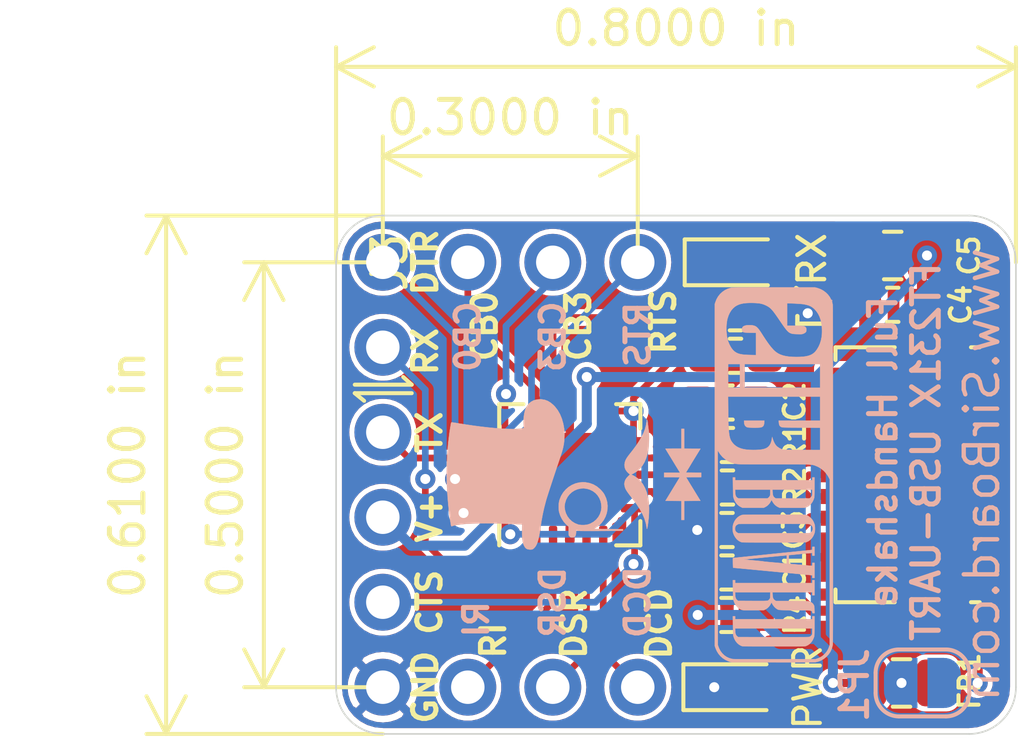
<source format=kicad_pcb>
(kicad_pcb (version 20171130) (host pcbnew "(5.1.2)-2")

  (general
    (thickness 1.6)
    (drawings 36)
    (tracks 156)
    (zones 0)
    (modules 21)
    (nets 26)
  )

  (page A4)
  (layers
    (0 F.Cu signal)
    (31 B.Cu signal)
    (32 B.Adhes user hide)
    (33 F.Adhes user)
    (34 B.Paste user hide)
    (35 F.Paste user hide)
    (36 B.SilkS user)
    (37 F.SilkS user)
    (38 B.Mask user hide)
    (39 F.Mask user hide)
    (40 Dwgs.User user)
    (41 Cmts.User user hide)
    (42 Eco1.User user hide)
    (43 Eco2.User user hide)
    (44 Edge.Cuts user)
    (45 Margin user hide)
    (46 B.CrtYd user hide)
    (47 F.CrtYd user hide)
    (48 B.Fab user hide)
    (49 F.Fab user hide)
  )

  (setup
    (last_trace_width 0.127)
    (user_trace_width 0.15)
    (user_trace_width 0.2)
    (user_trace_width 0.25)
    (user_trace_width 0.3)
    (trace_clearance 0.127)
    (zone_clearance 0.15)
    (zone_45_only no)
    (trace_min 0.127)
    (via_size 0.6)
    (via_drill 0.3)
    (via_min_size 0.6)
    (via_min_drill 0.3)
    (uvia_size 0.45)
    (uvia_drill 0.2)
    (uvias_allowed no)
    (uvia_min_size 0.45)
    (uvia_min_drill 0.1)
    (edge_width 0.05)
    (segment_width 0.2)
    (pcb_text_width 0.3)
    (pcb_text_size 1.5 1.5)
    (mod_edge_width 0.12)
    (mod_text_size 1 1)
    (mod_text_width 0.15)
    (pad_size 1.7 1.7)
    (pad_drill 1)
    (pad_to_mask_clearance 0.051)
    (solder_mask_min_width 0.25)
    (aux_axis_origin 0 0)
    (visible_elements 7FFFFFFF)
    (pcbplotparams
      (layerselection 0x010fc_ffffffff)
      (usegerberextensions false)
      (usegerberattributes false)
      (usegerberadvancedattributes false)
      (creategerberjobfile false)
      (excludeedgelayer true)
      (linewidth 0.100000)
      (plotframeref false)
      (viasonmask false)
      (mode 1)
      (useauxorigin false)
      (hpglpennumber 1)
      (hpglpenspeed 20)
      (hpglpendiameter 15.000000)
      (psnegative false)
      (psa4output false)
      (plotreference true)
      (plotvalue true)
      (plotinvisibletext false)
      (padsonsilk false)
      (subtractmaskfromsilk false)
      (outputformat 1)
      (mirror false)
      (drillshape 1)
      (scaleselection 1)
      (outputdirectory ""))
  )

  (net 0 "")
  (net 1 GND)
  (net 2 "Net-(C1-Pad1)")
  (net 3 "Net-(C6-Pad1)")
  (net 4 "Net-(J1-Pad4)")
  (net 5 "Net-(LED2-Pad2)")
  (net 6 /D+)
  (net 7 /D-)
  (net 8 /5V)
  (net 9 /TX)
  (net 10 /RX)
  (net 11 /uD+)
  (net 12 /uD-)
  (net 13 "Net-(FB1-Pad2)")
  (net 14 /DCD)
  (net 15 /DSR)
  (net 16 /RI)
  (net 17 /RTS)
  (net 18 /CB3)
  (net 19 /CB0)
  (net 20 /DTR)
  (net 21 /CTS)
  (net 22 /TXLED)
  (net 23 "Net-(R3-Pad2)")
  (net 24 /TRX)
  (net 25 "Net-(U1-Pad7)")

  (net_class Default "This is the default net class."
    (clearance 0.127)
    (trace_width 0.127)
    (via_dia 0.6)
    (via_drill 0.3)
    (uvia_dia 0.45)
    (uvia_drill 0.2)
    (add_net /5V)
    (add_net /CB0)
    (add_net /CB3)
    (add_net /CTS)
    (add_net /D+)
    (add_net /D-)
    (add_net /DCD)
    (add_net /DSR)
    (add_net /DTR)
    (add_net /RI)
    (add_net /RTS)
    (add_net /RX)
    (add_net /TRX)
    (add_net /TX)
    (add_net /TXLED)
    (add_net /uD+)
    (add_net /uD-)
    (add_net GND)
    (add_net "Net-(C1-Pad1)")
    (add_net "Net-(C6-Pad1)")
    (add_net "Net-(FB1-Pad2)")
    (add_net "Net-(J1-Pad4)")
    (add_net "Net-(LED2-Pad2)")
    (add_net "Net-(R3-Pad2)")
    (add_net "Net-(U1-Pad7)")
  )

  (module Jumper:SolderJumper-2_P1.3mm_Open_RoundedPad1.0x1.5mm (layer B.Cu) (tedit 5B391E66) (tstamp 5D2ACA69)
    (at 209.169 73.533 180)
    (descr "SMD Solder Jumper, 1x1.5mm, rounded Pads, 0.3mm gap, open")
    (tags "solder jumper open")
    (path /5D2E73C8)
    (attr virtual)
    (fp_text reference JP1 (at 2.032 -0.0635 270) (layer B.SilkS)
      (effects (font (size 0.8 0.8) (thickness 0.15)) (justify mirror))
    )
    (fp_text value SolderJumper_2_Open (at 0 -1.9 180) (layer B.Fab)
      (effects (font (size 1 1) (thickness 0.15)) (justify mirror))
    )
    (fp_line (start 1.65 -1.25) (end -1.65 -1.25) (layer B.CrtYd) (width 0.05))
    (fp_line (start 1.65 -1.25) (end 1.65 1.25) (layer B.CrtYd) (width 0.05))
    (fp_line (start -1.65 1.25) (end -1.65 -1.25) (layer B.CrtYd) (width 0.05))
    (fp_line (start -1.65 1.25) (end 1.65 1.25) (layer B.CrtYd) (width 0.05))
    (fp_line (start -0.7 1) (end 0.7 1) (layer B.SilkS) (width 0.12))
    (fp_line (start 1.4 0.3) (end 1.4 -0.3) (layer B.SilkS) (width 0.12))
    (fp_line (start 0.7 -1) (end -0.7 -1) (layer B.SilkS) (width 0.12))
    (fp_line (start -1.4 -0.3) (end -1.4 0.3) (layer B.SilkS) (width 0.12))
    (fp_arc (start -0.7 0.3) (end -0.7 1) (angle 90) (layer B.SilkS) (width 0.12))
    (fp_arc (start -0.7 -0.3) (end -1.4 -0.3) (angle 90) (layer B.SilkS) (width 0.12))
    (fp_arc (start 0.7 -0.3) (end 0.7 -1) (angle 90) (layer B.SilkS) (width 0.12))
    (fp_arc (start 0.7 0.3) (end 1.4 0.3) (angle 90) (layer B.SilkS) (width 0.12))
    (pad 2 smd custom (at 0.65 0 180) (size 1 0.5) (layers B.Cu B.Mask)
      (net 13 "Net-(FB1-Pad2)") (zone_connect 2)
      (options (clearance outline) (anchor rect))
      (primitives
        (gr_circle (center 0 -0.25) (end 0.5 -0.25) (width 0))
        (gr_circle (center 0 0.25) (end 0.5 0.25) (width 0))
        (gr_poly (pts
           (xy 0 0.75) (xy -0.5 0.75) (xy -0.5 -0.75) (xy 0 -0.75)) (width 0))
      ))
    (pad 1 smd custom (at -0.65 0 180) (size 1 0.5) (layers B.Cu B.Mask)
      (net 2 "Net-(C1-Pad1)") (zone_connect 2)
      (options (clearance outline) (anchor rect))
      (primitives
        (gr_circle (center 0 -0.25) (end 0.5 -0.25) (width 0))
        (gr_circle (center 0 0.25) (end 0.5 0.25) (width 0))
        (gr_poly (pts
           (xy 0 0.75) (xy 0.5 0.75) (xy 0.5 -0.75) (xy 0 -0.75)) (width 0))
      ))
  )

  (module Connector_PinHeader_2.54mm:PinHeader_1x06_P2.54mm_Vertical (layer B.Cu) (tedit 5D4738E1) (tstamp 5D2A6082)
    (at 193.04 73.66)
    (descr "Through hole straight pin header, 1x06, 2.54mm pitch, single row")
    (tags "Through hole pin header THT 1x06 2.54mm single row")
    (path /5D2E3C24)
    (fp_text reference J4 (at 4.385 2.27) (layer B.SilkS) hide
      (effects (font (size 1 1) (thickness 0.15)) (justify mirror))
    )
    (fp_text value Conn_01x06 (at 4.385 -14.97) (layer B.Fab)
      (effects (font (size 1 1) (thickness 0.15)) (justify mirror))
    )
    (fp_text user %R (at 2.77 -6.35 270) (layer B.Fab)
      (effects (font (size 1 1) (thickness 0.15)) (justify mirror))
    )
    (fp_line (start 1.8 1.8) (end -1.8 1.8) (layer B.CrtYd) (width 0.05))
    (fp_line (start 1.8 -14.5) (end 1.8 1.8) (layer B.CrtYd) (width 0.05))
    (fp_line (start -1.8 -14.5) (end 1.8 -14.5) (layer B.CrtYd) (width 0.05))
    (fp_line (start -1.8 1.8) (end -1.8 -14.5) (layer B.CrtYd) (width 0.05))
    (fp_line (start -1.27 0.635) (end -0.635 1.27) (layer B.Fab) (width 0.1))
    (fp_line (start -1.27 -13.97) (end -1.27 0.635) (layer B.Fab) (width 0.1))
    (fp_line (start 1.27 -13.97) (end -1.27 -13.97) (layer B.Fab) (width 0.1))
    (fp_line (start 1.27 1.27) (end 1.27 -13.97) (layer B.Fab) (width 0.1))
    (fp_line (start -0.635 1.27) (end 1.27 1.27) (layer B.Fab) (width 0.1))
    (pad 6 thru_hole oval (at 0 -12.7) (size 1.7 1.7) (drill 1) (layers *.Cu *.Mask)
      (net 20 /DTR))
    (pad 5 thru_hole oval (at 0 -10.16) (size 1.7 1.7) (drill 1) (layers *.Cu *.Mask)
      (net 10 /RX))
    (pad 4 thru_hole oval (at 0 -7.62) (size 1.7 1.7) (drill 1) (layers *.Cu *.Mask)
      (net 9 /TX))
    (pad 3 thru_hole oval (at 0 -5.08) (size 1.7 1.7) (drill 1) (layers *.Cu *.Mask)
      (net 8 /5V))
    (pad 2 thru_hole oval (at 0 -2.54) (size 1.7 1.7) (drill 1) (layers *.Cu *.Mask)
      (net 21 /CTS))
    (pad 1 thru_hole circle (at 0 0) (size 1.7 1.7) (drill 1) (layers *.Cu *.Mask)
      (net 1 GND))
    (model ${KISYS3DMOD}/Connector_PinHeader_2.54mm.3dshapes/PinHeader_1x06_P2.54mm_Vertical.wrl
      (at (xyz 0 0 0))
      (scale (xyz 1 1 1))
      (rotate (xyz 0 0 0))
    )
  )

  (module Capacitor_SMD:C_0603_1608Metric_Pad1.05x0.95mm_HandSolder (layer F.Cu) (tedit 5B301BBE) (tstamp 5D279A9E)
    (at 203.581 62.484)
    (descr "Capacitor SMD 0603 (1608 Metric), square (rectangular) end terminal, IPC_7351 nominal with elongated pad for handsoldering. (Body size source: http://www.tortai-tech.com/upload/download/2011102023233369053.pdf), generated with kicad-footprint-generator")
    (tags "capacitor handsolder")
    (path /5D2795EF)
    (attr smd)
    (fp_text reference C6 (at 0 0 270) (layer F.SilkS) hide
      (effects (font (size 0.6 0.6) (thickness 0.12)))
    )
    (fp_text value 100nF (at 0 1.65) (layer F.Fab)
      (effects (font (size 1 1) (thickness 0.15)))
    )
    (fp_text user %R (at 0 0) (layer F.Fab)
      (effects (font (size 0.5 0.5) (thickness 0.08)))
    )
    (fp_line (start 1.65 0.73) (end -1.65 0.73) (layer F.CrtYd) (width 0.05))
    (fp_line (start 1.65 -0.73) (end 1.65 0.73) (layer F.CrtYd) (width 0.05))
    (fp_line (start -1.65 -0.73) (end 1.65 -0.73) (layer F.CrtYd) (width 0.05))
    (fp_line (start -1.65 0.73) (end -1.65 -0.73) (layer F.CrtYd) (width 0.05))
    (fp_line (start -0.171267 0.51) (end 0.171267 0.51) (layer F.SilkS) (width 0.12))
    (fp_line (start -0.171267 -0.51) (end 0.171267 -0.51) (layer F.SilkS) (width 0.12))
    (fp_line (start 0.8 0.4) (end -0.8 0.4) (layer F.Fab) (width 0.1))
    (fp_line (start 0.8 -0.4) (end 0.8 0.4) (layer F.Fab) (width 0.1))
    (fp_line (start -0.8 -0.4) (end 0.8 -0.4) (layer F.Fab) (width 0.1))
    (fp_line (start -0.8 0.4) (end -0.8 -0.4) (layer F.Fab) (width 0.1))
    (pad 2 smd roundrect (at 0.875 0) (size 1.05 0.95) (layers F.Cu F.Paste F.Mask) (roundrect_rratio 0.25)
      (net 1 GND))
    (pad 1 smd roundrect (at -0.875 0) (size 1.05 0.95) (layers F.Cu F.Paste F.Mask) (roundrect_rratio 0.25)
      (net 3 "Net-(C6-Pad1)"))
    (model ${KISYS3DMOD}/Capacitor_SMD.3dshapes/C_0603_1608Metric.wrl
      (at (xyz 0 0 0))
      (scale (xyz 1 1 1))
      (rotate (xyz 0 0 0))
    )
  )

  (module logo:SirBoard112x35 (layer B.Cu) (tedit 0) (tstamp 5D2AF793)
    (at 204.724 67.31 270)
    (fp_text reference G*** (at 0 0 270) (layer B.SilkS) hide
      (effects (font (size 1.524 1.524) (thickness 0.3)) (justify mirror))
    )
    (fp_text value LOGO (at 0.75 0 270) (layer B.SilkS) hide
      (effects (font (size 1.524 1.524) (thickness 0.3)) (justify mirror))
    )
    (fp_poly (pts (xy -1.525562 0.880297) (xy -1.481591 0.865137) (xy -1.447984 0.839985) (xy -1.424896 0.804933)
      (xy -1.418358 0.787232) (xy -1.414957 0.768138) (xy -1.412171 0.737274) (xy -1.410021 0.697373)
      (xy -1.40853 0.651164) (xy -1.407719 0.601382) (xy -1.40761 0.550757) (xy -1.408223 0.502022)
      (xy -1.409582 0.457909) (xy -1.411708 0.421149) (xy -1.414622 0.394475) (xy -1.415212 0.391062)
      (xy -1.426948 0.351789) (xy -1.446379 0.322478) (xy -1.474912 0.302106) (xy -1.513953 0.28965)
      (xy -1.5621 0.284216) (xy -1.618343 0.281492) (xy -1.618343 0.885371) (xy -1.579746 0.885371)
      (xy -1.525562 0.880297)) (layer B.SilkS) (width 0.01))
    (fp_poly (pts (xy 4.512129 1.217193) (xy 4.587168 1.216128) (xy 4.649164 1.215004) (xy 4.699587 1.213752)
      (xy 4.739908 1.2123) (xy 4.771597 1.21058) (xy 4.796124 1.20852) (xy 4.81496 1.20605)
      (xy 4.829577 1.2031) (xy 4.834539 1.201779) (xy 4.907443 1.174745) (xy 4.972611 1.138092)
      (xy 5.028665 1.093018) (xy 5.074225 1.040722) (xy 5.107913 0.982402) (xy 5.118723 0.954836)
      (xy 5.120497 0.948681) (xy 5.122089 0.94077) (xy 5.123511 0.930338) (xy 5.12477 0.916621)
      (xy 5.125877 0.898853) (xy 5.126842 0.876272) (xy 5.127673 0.848113) (xy 5.128381 0.813611)
      (xy 5.128976 0.772002) (xy 5.129467 0.722523) (xy 5.129863 0.664408) (xy 5.130174 0.596893)
      (xy 5.13041 0.519215) (xy 5.13058 0.430608) (xy 5.130695 0.33031) (xy 5.130763 0.217554)
      (xy 5.130795 0.091578) (xy 5.1308 -0.003785) (xy 5.130794 -0.138578) (xy 5.13077 -0.259633)
      (xy 5.130716 -0.367727) (xy 5.130621 -0.463635) (xy 5.130473 -0.548136) (xy 5.130261 -0.622005)
      (xy 5.129973 -0.686019) (xy 5.129599 -0.740955) (xy 5.129127 -0.787588) (xy 5.128546 -0.826696)
      (xy 5.127844 -0.859055) (xy 5.12701 -0.885442) (xy 5.126032 -0.906632) (xy 5.1249 -0.923404)
      (xy 5.123601 -0.936532) (xy 5.122125 -0.946794) (xy 5.120461 -0.954966) (xy 5.118596 -0.961825)
      (xy 5.116719 -0.96757) (xy 5.089587 -1.024997) (xy 5.050105 -1.078057) (xy 5.000177 -1.125126)
      (xy 4.941705 -1.164583) (xy 4.876593 -1.194805) (xy 4.834912 -1.207886) (xy 4.820998 -1.210891)
      (xy 4.803749 -1.213336) (xy 4.781662 -1.215274) (xy 4.753237 -1.216756) (xy 4.716973 -1.217836)
      (xy 4.671368 -1.218565) (xy 4.614922 -1.218997) (xy 4.546133 -1.219183) (xy 4.511081 -1.2192)
      (xy 4.230914 -1.2192) (xy 4.230914 -1.15507) (xy 4.593771 -1.15507) (xy 4.683838 -1.152664)
      (xy 4.72157 -1.151516) (xy 4.747917 -1.150017) (xy 4.766008 -1.147515) (xy 4.778967 -1.14336)
      (xy 4.789924 -1.136903) (xy 4.801003 -1.128304) (xy 4.820959 -1.108979) (xy 4.837889 -1.087374)
      (xy 4.841631 -1.081133) (xy 4.843481 -1.077291) (xy 4.845152 -1.072531) (xy 4.846651 -1.066144)
      (xy 4.847987 -1.05742) (xy 4.849167 -1.045649) (xy 4.850199 -1.030122) (xy 4.85109 -1.01013)
      (xy 4.851847 -0.984962) (xy 4.852479 -0.953911) (xy 4.852993 -0.916265) (xy 4.853397 -0.871316)
      (xy 4.853698 -0.818354) (xy 4.853904 -0.75667) (xy 4.854023 -0.685554) (xy 4.854062 -0.604296)
      (xy 4.854028 -0.512188) (xy 4.85393 -0.408519) (xy 4.853775 -0.292581) (xy 4.853571 -0.163664)
      (xy 4.853325 -0.021058) (xy 4.853281 0.003628) (xy 4.8514 1.063171) (xy 4.83086 1.09002)
      (xy 4.807114 1.114832) (xy 4.778037 1.132601) (xy 4.741103 1.144299) (xy 4.693784 1.1509)
      (xy 4.668735 1.152454) (xy 4.593771 1.155788) (xy 4.593771 -1.15507) (xy 4.230914 -1.15507)
      (xy 4.230914 -1.153886) (xy 4.318 -1.153886) (xy 4.318 1.153885) (xy 4.230914 1.153885)
      (xy 4.230914 1.220826) (xy 4.512129 1.217193)) (layer B.SilkS) (width 0.01))
    (fp_poly (pts (xy 3.430814 1.217193) (xy 3.505854 1.216128) (xy 3.56785 1.215004) (xy 3.618273 1.213752)
      (xy 3.658594 1.2123) (xy 3.690282 1.21058) (xy 3.71481 1.20852) (xy 3.733646 1.20605)
      (xy 3.748263 1.2031) (xy 3.753225 1.201779) (xy 3.826235 1.174716) (xy 3.891421 1.138058)
      (xy 3.947434 1.092982) (xy 3.992924 1.040666) (xy 4.026542 0.98229) (xy 4.037836 0.953162)
      (xy 4.040869 0.94273) (xy 4.043342 0.930607) (xy 4.045298 0.915361) (xy 4.046777 0.89556)
      (xy 4.047823 0.869772) (xy 4.048476 0.836565) (xy 4.048779 0.794506) (xy 4.048774 0.742164)
      (xy 4.048503 0.678106) (xy 4.048035 0.604819) (xy 4.045857 0.293914) (xy 4.022319 0.245805)
      (xy 3.993743 0.200382) (xy 3.954739 0.156779) (xy 3.909252 0.11882) (xy 3.862369 0.090864)
      (xy 3.839869 0.079511) (xy 3.823704 0.070078) (xy 3.817265 0.064553) (xy 3.817257 0.064458)
      (xy 3.823334 0.058891) (xy 3.838048 0.052233) (xy 3.838943 0.051917) (xy 3.874004 0.035129)
      (xy 3.912415 0.009319) (xy 3.949979 -0.022138) (xy 3.982501 -0.055863) (xy 3.998135 -0.0762)
      (xy 4.007455 -0.089691) (xy 4.015474 -0.101647) (xy 4.022299 -0.113219) (xy 4.028035 -0.125559)
      (xy 4.032789 -0.139817) (xy 4.036665 -0.157145) (xy 4.03977 -0.178693) (xy 4.042209 -0.205615)
      (xy 4.044088 -0.239059) (xy 4.045514 -0.280179) (xy 4.046591 -0.330124) (xy 4.047426 -0.390047)
      (xy 4.048124 -0.461098) (xy 4.048792 -0.544429) (xy 4.049486 -0.635) (xy 4.050242 -0.730678)
      (xy 4.050954 -0.812918) (xy 4.051699 -0.882797) (xy 4.052551 -0.94139) (xy 4.053585 -0.989774)
      (xy 4.054877 -1.029023) (xy 4.056502 -1.060216) (xy 4.058536 -1.084427) (xy 4.061053 -1.102733)
      (xy 4.06413 -1.11621) (xy 4.06784 -1.125934) (xy 4.072261 -1.13298) (xy 4.077466 -1.138426)
      (xy 4.083531 -1.143346) (xy 4.085142 -1.144584) (xy 4.101021 -1.151411) (xy 4.116614 -1.153655)
      (xy 4.128813 -1.1549) (xy 4.134651 -1.160871) (xy 4.136455 -1.17548) (xy 4.136571 -1.187224)
      (xy 4.136571 -1.220561) (xy 4.033157 -1.217579) (xy 3.989456 -1.215991) (xy 3.957234 -1.213861)
      (xy 3.933455 -1.21078) (xy 3.915084 -1.206339) (xy 3.899085 -1.200126) (xy 3.897086 -1.199197)
      (xy 3.855555 -1.173032) (xy 3.823431 -1.137693) (xy 3.800158 -1.092246) (xy 3.785182 -1.035754)
      (xy 3.780621 -1.002985) (xy 3.779409 -0.98421) (xy 3.778264 -0.952428) (xy 3.777207 -0.909147)
      (xy 3.776257 -0.855875) (xy 3.775435 -0.794121) (xy 3.774762 -0.725391) (xy 3.774259 -0.651194)
      (xy 3.773945 -0.573037) (xy 3.773843 -0.503978) (xy 3.773714 -0.068156) (xy 3.752766 -0.035124)
      (xy 3.731914 -0.008638) (xy 3.706346 0.0106) (xy 3.673594 0.023635) (xy 3.631192 0.031511)
      (xy 3.587421 0.034854) (xy 3.512457 0.038188) (xy 3.512457 -1.153886) (xy 3.599543 -1.153886)
      (xy 3.599543 -1.2192) (xy 3.1496 -1.2192) (xy 3.1496 -1.153886) (xy 3.236686 -1.153886)
      (xy 3.236686 0.100416) (xy 3.512457 0.100416) (xy 3.602524 0.102822) (xy 3.640256 0.10397)
      (xy 3.666603 0.105469) (xy 3.684693 0.107971) (xy 3.697653 0.112126) (xy 3.708609 0.118583)
      (xy 3.719689 0.127182) (xy 3.730675 0.135901) (xy 3.740076 0.143671) (xy 3.748009 0.15163)
      (xy 3.754592 0.160921) (xy 3.759945 0.172684) (xy 3.764185 0.18806) (xy 3.767431 0.20819)
      (xy 3.769802 0.234214) (xy 3.771415 0.267274) (xy 3.772389 0.30851) (xy 3.772843 0.359063)
      (xy 3.772895 0.420075) (xy 3.772664 0.492685) (xy 3.772267 0.578034) (xy 3.772019 0.631371)
      (xy 3.770086 1.063171) (xy 3.749546 1.09002) (xy 3.725799 1.114832) (xy 3.696723 1.132601)
      (xy 3.659789 1.144299) (xy 3.61247 1.1509) (xy 3.587421 1.152454) (xy 3.512457 1.155788)
      (xy 3.512457 0.100416) (xy 3.236686 0.100416) (xy 3.236686 1.153885) (xy 3.1496 1.153885)
      (xy 3.1496 1.220826) (xy 3.430814 1.217193)) (layer B.SilkS) (width 0.01))
    (fp_poly (pts (xy 2.577941 1.21992) (xy 2.616453 1.219519) (xy 2.656135 1.218798) (xy 2.694339 1.217805)
      (xy 2.728419 1.216587) (xy 2.755728 1.215192) (xy 2.773619 1.213666) (xy 2.779486 1.21218)
      (xy 2.780161 1.203823) (xy 2.782126 1.181953) (xy 2.785294 1.147507) (xy 2.789574 1.10142)
      (xy 2.794879 1.044627) (xy 2.801119 0.978066) (xy 2.808206 0.902672) (xy 2.81605 0.81938)
      (xy 2.824563 0.729128) (xy 2.833655 0.63285) (xy 2.843239 0.531482) (xy 2.853226 0.425961)
      (xy 2.863525 0.317222) (xy 2.874049 0.206202) (xy 2.884709 0.093835) (xy 2.895416 -0.018941)
      (xy 2.906081 -0.131191) (xy 2.916615 -0.241979) (xy 2.926929 -0.35037) (xy 2.936935 -0.455426)
      (xy 2.946543 -0.556213) (xy 2.955665 -0.651794) (xy 2.964212 -0.741234) (xy 2.972095 -0.823597)
      (xy 2.979226 -0.897946) (xy 2.985515 -0.963346) (xy 2.990873 -1.01886) (xy 2.995212 -1.063554)
      (xy 2.998444 -1.096491) (xy 3.000478 -1.116734) (xy 3.001167 -1.123043) (xy 3.005346 -1.153886)
      (xy 3.084286 -1.153886) (xy 3.084286 -1.2192) (xy 2.634343 -1.2192) (xy 2.634343 -1.153886)
      (xy 2.677886 -1.153886) (xy 2.701989 -1.153585) (xy 2.714998 -1.151575) (xy 2.720336 -1.146199)
      (xy 2.721421 -1.135799) (xy 2.721429 -1.132777) (xy 2.72078 -1.121257) (xy 2.718924 -1.096878)
      (xy 2.715999 -1.061233) (xy 2.712141 -1.015916) (xy 2.707487 -0.962518) (xy 2.702174 -0.902634)
      (xy 2.696338 -0.837857) (xy 2.6924 -0.794657) (xy 2.686317 -0.727916) (xy 2.680666 -0.665328)
      (xy 2.675584 -0.608438) (xy 2.671206 -0.558796) (xy 2.667668 -0.517946) (xy 2.665106 -0.487438)
      (xy 2.663654 -0.468816) (xy 2.663371 -0.463795) (xy 2.662614 -0.458866) (xy 2.659031 -0.455267)
      (xy 2.650658 -0.452792) (xy 2.635529 -0.451229) (xy 2.61168 -0.450373) (xy 2.577145 -0.450014)
      (xy 2.532743 -0.449943) (xy 2.491014 -0.45018) (xy 2.4548 -0.450836) (xy 2.426392 -0.451835)
      (xy 2.408078 -0.453096) (xy 2.402114 -0.454435) (xy 2.40142 -0.46236) (xy 2.399434 -0.48327)
      (xy 2.396297 -0.515709) (xy 2.392152 -0.558221) (xy 2.387142 -0.609347) (xy 2.381409 -0.667631)
      (xy 2.375095 -0.731616) (xy 2.369457 -0.788596) (xy 2.362737 -0.856818) (xy 2.356483 -0.921045)
      (xy 2.350839 -0.979743) (xy 2.34595 -1.031375) (xy 2.34196 -1.074405) (xy 2.339014 -1.107299)
      (xy 2.337255 -1.128521) (xy 2.3368 -1.136075) (xy 2.337881 -1.14628) (xy 2.34349 -1.151593)
      (xy 2.357174 -1.153599) (xy 2.376714 -1.153886) (xy 2.416629 -1.153886) (xy 2.416629 -1.2192)
      (xy 2.155371 -1.2192) (xy 2.155371 -1.154579) (xy 2.200463 -1.152418) (xy 2.245554 -1.150257)
      (xy 2.324519 -0.379186) (xy 2.409167 -0.379186) (xy 2.41034 -0.383817) (xy 2.415017 -0.387169)
      (xy 2.425194 -0.389446) (xy 2.442868 -0.390851) (xy 2.470035 -0.391588) (xy 2.508691 -0.391861)
      (xy 2.533742 -0.391886) (xy 2.658113 -0.391886) (xy 2.653901 -0.353786) (xy 2.65238 -0.338493)
      (xy 2.649766 -0.310463) (xy 2.646212 -0.271418) (xy 2.641873 -0.223081) (xy 2.636903 -0.167176)
      (xy 2.631456 -0.105425) (xy 2.625688 -0.039551) (xy 2.622558 -0.003629) (xy 2.616742 0.062144)
      (xy 2.611139 0.123366) (xy 2.605901 0.17854) (xy 2.601179 0.22617) (xy 2.597122 0.264759)
      (xy 2.593883 0.29281) (xy 2.591611 0.308825) (xy 2.590752 0.312057) (xy 2.58912 0.31985)
      (xy 2.586447 0.340538) (xy 2.582894 0.372553) (xy 2.578619 0.414325) (xy 2.573782 0.464285)
      (xy 2.568541 0.520863) (xy 2.563056 0.582491) (xy 2.561491 0.600528) (xy 2.555987 0.663119)
      (xy 2.550707 0.720952) (xy 2.545807 0.772486) (xy 2.541441 0.816176) (xy 2.537765 0.850481)
      (xy 2.534935 0.873857) (xy 2.533106 0.884762) (xy 2.532783 0.885371) (xy 2.531636 0.878357)
      (xy 2.529242 0.858153) (xy 2.525725 0.826022) (xy 2.521207 0.783224) (xy 2.515813 0.73102)
      (xy 2.509666 0.67067) (xy 2.502888 0.603436) (xy 2.495603 0.530578) (xy 2.487934 0.453357)
      (xy 2.480005 0.373034) (xy 2.471938 0.29087) (xy 2.463858 0.208125) (xy 2.455886 0.126061)
      (xy 2.448147 0.045938) (xy 2.440764 -0.030983) (xy 2.43386 -0.10344) (xy 2.427558 -0.170175)
      (xy 2.421982 -0.229924) (xy 2.417254 -0.281428) (xy 2.413498 -0.323426) (xy 2.410837 -0.354657)
      (xy 2.409395 -0.37386) (xy 2.409167 -0.379186) (xy 2.324519 -0.379186) (xy 2.366697 0.032657)
      (xy 2.379966 0.162193) (xy 2.392836 0.287785) (xy 2.405231 0.408677) (xy 2.417072 0.52411)
      (xy 2.428281 0.63333) (xy 2.438781 0.735579) (xy 2.448493 0.8301) (xy 2.457341 0.916138)
      (xy 2.465246 0.992934) (xy 2.47213 1.059734) (xy 2.477915 1.115779) (xy 2.482525 1.160314)
      (xy 2.48588 1.192582) (xy 2.487903 1.211826) (xy 2.48852 1.217385) (xy 2.495887 1.218735)
      (xy 2.515011 1.219576) (xy 2.543245 1.219955) (xy 2.577941 1.21992)) (layer B.SilkS) (width 0.01))
    (fp_poly (pts (xy 0.361043 1.217193) (xy 0.43385 1.216219) (xy 0.493755 1.215243) (xy 0.542371 1.214177)
      (xy 0.581308 1.212935) (xy 0.612181 1.211431) (xy 0.6366 1.209577) (xy 0.656179 1.207287)
      (xy 0.672528 1.204474) (xy 0.687261 1.201052) (xy 0.69379 1.19929) (xy 0.765952 1.172679)
      (xy 0.830815 1.135681) (xy 0.88672 1.089579) (xy 0.93201 1.035656) (xy 0.95488 0.997201)
      (xy 0.983343 0.941114) (xy 0.983343 0.293914) (xy 0.959805 0.245805) (xy 0.931229 0.200382)
      (xy 0.892225 0.156779) (xy 0.846738 0.11882) (xy 0.799854 0.090864) (xy 0.777386 0.079671)
      (xy 0.761246 0.070632) (xy 0.754812 0.065645) (xy 0.754804 0.065563) (xy 0.760769 0.060565)
      (xy 0.776481 0.050898) (xy 0.798763 0.038498) (xy 0.802921 0.036285) (xy 0.857587 0.000984)
      (xy 0.905439 -0.042591) (xy 0.94349 -0.091449) (xy 0.959773 -0.120776) (xy 0.983343 -0.170543)
      (xy 0.985408 -0.547102) (xy 0.985832 -0.631973) (xy 0.986078 -0.7036) (xy 0.986115 -0.76325)
      (xy 0.985912 -0.812191) (xy 0.985438 -0.851693) (xy 0.984663 -0.883023) (xy 0.983556 -0.90745)
      (xy 0.982087 -0.926242) (xy 0.980226 -0.940667) (xy 0.977941 -0.951995) (xy 0.975443 -0.960759)
      (xy 0.948888 -1.019843) (xy 0.90991 -1.074162) (xy 0.860222 -1.122232) (xy 0.801539 -1.162569)
      (xy 0.735575 -1.193687) (xy 0.689533 -1.208287) (xy 0.67573 -1.211191) (xy 0.657961 -1.213557)
      (xy 0.634779 -1.215435) (xy 0.604736 -1.216872) (xy 0.566387 -1.217919) (xy 0.518284 -1.218622)
      (xy 0.45898 -1.21903) (xy 0.387029 -1.219192) (xy 0.363624 -1.2192) (xy 0.079829 -1.2192)
      (xy 0.079829 -1.153886) (xy 0.166914 -1.153886) (xy 0.442686 -1.153886) (xy 0.523852 -1.153886)
      (xy 0.562559 -1.153408) (xy 0.590445 -1.151649) (xy 0.611181 -1.14812) (xy 0.628439 -1.142334)
      (xy 0.635755 -1.139006) (xy 0.660177 -1.123253) (xy 0.682565 -1.102655) (xy 0.687031 -1.097278)
      (xy 0.707571 -1.070429) (xy 0.707571 -0.060626) (xy 0.688093 -0.031192) (xy 0.667207 -0.00615)
      (xy 0.641034 0.012102) (xy 0.607231 0.02449) (xy 0.563454 0.031944) (xy 0.521105 0.034919)
      (xy 0.442686 0.03815) (xy 0.442686 -1.153886) (xy 0.166914 -1.153886) (xy 0.166914 0.1016)
      (xy 0.442686 0.1016) (xy 0.523852 0.1016) (xy 0.562559 0.102078) (xy 0.590445 0.103837)
      (xy 0.611181 0.107365) (xy 0.628439 0.113152) (xy 0.635755 0.116479) (xy 0.660177 0.132232)
      (xy 0.682565 0.152831) (xy 0.687031 0.158208) (xy 0.707571 0.185057) (xy 0.707571 1.056974)
      (xy 0.688093 1.086408) (xy 0.667207 1.11145) (xy 0.641034 1.129702) (xy 0.607231 1.14209)
      (xy 0.563454 1.149544) (xy 0.521105 1.152519) (xy 0.442686 1.15575) (xy 0.442686 0.1016)
      (xy 0.166914 0.1016) (xy 0.166914 1.153885) (xy 0.079829 1.153885) (xy 0.079829 1.220724)
      (xy 0.361043 1.217193)) (layer B.SilkS) (width 0.01))
    (fp_poly (pts (xy 1.65475 1.225374) (xy 1.709175 1.218756) (xy 1.735944 1.212555) (xy 1.804872 1.18674)
      (xy 1.867504 1.151205) (xy 1.92206 1.10749) (xy 1.966761 1.057133) (xy 1.99983 1.001675)
      (xy 2.010662 0.974827) (xy 2.012703 0.968536) (xy 2.014537 0.961639) (xy 2.016174 0.953366)
      (xy 2.017627 0.942948) (xy 2.018906 0.929613) (xy 2.020021 0.912593) (xy 2.020985 0.891117)
      (xy 2.021808 0.864416) (xy 2.022502 0.83172) (xy 2.023077 0.792258) (xy 2.023544 0.745261)
      (xy 2.023915 0.689959) (xy 2.024201 0.625582) (xy 2.024412 0.55136) (xy 2.02456 0.466524)
      (xy 2.024656 0.370303) (xy 2.024711 0.261927) (xy 2.024737 0.140627) (xy 2.024743 0.005632)
      (xy 2.024743 -0.003629) (xy 2.024737 -0.13954) (xy 2.024714 -0.261706) (xy 2.024661 -0.370898)
      (xy 2.024568 -0.467885) (xy 2.024424 -0.553438) (xy 2.024217 -0.628326) (xy 2.023936 -0.693319)
      (xy 2.023571 -0.749187) (xy 2.02311 -0.7967) (xy 2.022543 -0.836628) (xy 2.021857 -0.86974)
      (xy 2.021043 -0.896808) (xy 2.020088 -0.918599) (xy 2.018983 -0.935885) (xy 2.017715 -0.949436)
      (xy 2.016274 -0.96002) (xy 2.014649 -0.968409) (xy 2.012828 -0.975372) (xy 2.010801 -0.981679)
      (xy 2.010662 -0.982084) (xy 1.98353 -1.039511) (xy 1.944048 -1.092571) (xy 1.89412 -1.139641)
      (xy 1.835648 -1.179098) (xy 1.770536 -1.209319) (xy 1.728855 -1.2224) (xy 1.689662 -1.229317)
      (xy 1.642082 -1.232841) (xy 1.591181 -1.233028) (xy 1.542024 -1.229934) (xy 1.499676 -1.223615)
      (xy 1.484086 -1.219702) (xy 1.413537 -1.193355) (xy 1.352924 -1.158697) (xy 1.299178 -1.113869)
      (xy 1.284283 -1.098534) (xy 1.252249 -1.060677) (xy 1.229064 -1.024125) (xy 1.211054 -0.982851)
      (xy 1.207393 -0.972457) (xy 1.205413 -0.966175) (xy 1.203634 -0.95906) (xy 1.202046 -0.950339)
      (xy 1.200639 -0.939241) (xy 1.199402 -0.924992) (xy 1.198322 -0.906821) (xy 1.197391 -0.883955)
      (xy 1.196597 -0.855622) (xy 1.195929 -0.821049) (xy 1.195376 -0.779464) (xy 1.194927 -0.730096)
      (xy 1.194573 -0.67217) (xy 1.194301 -0.604915) (xy 1.194101 -0.52756) (xy 1.193962 -0.43933)
      (xy 1.193873 -0.339454) (xy 1.193853 -0.292252) (xy 1.467265 -0.292252) (xy 1.467275 -0.428578)
      (xy 1.467413 -0.551933) (xy 1.467679 -0.662144) (xy 1.468073 -0.75904) (xy 1.468593 -0.842449)
      (xy 1.469237 -0.912199) (xy 1.470007 -0.96812) (xy 1.4709 -1.010038) (xy 1.471915 -1.037782)
      (xy 1.473028 -1.05105) (xy 1.480657 -1.078544) (xy 1.491854 -1.104054) (xy 1.498214 -1.114111)
      (xy 1.528546 -1.142646) (xy 1.565945 -1.160584) (xy 1.607059 -1.167434) (xy 1.648536 -1.162703)
      (xy 1.687025 -1.1459) (xy 1.692015 -1.142534) (xy 1.713059 -1.124355) (xy 1.730736 -1.103611)
      (xy 1.735521 -1.095942) (xy 1.737358 -1.092061) (xy 1.73902 -1.087196) (xy 1.740516 -1.080638)
      (xy 1.741854 -1.071678) (xy 1.743043 -1.059609) (xy 1.744092 -1.043723) (xy 1.74501 -1.023311)
      (xy 1.745805 -0.997665) (xy 1.746487 -0.966078) (xy 1.747063 -0.927841) (xy 1.747543 -0.882246)
      (xy 1.747935 -0.828585) (xy 1.748249 -0.76615) (xy 1.748492 -0.694233) (xy 1.748674 -0.612125)
      (xy 1.748804 -0.519118) (xy 1.74889 -0.414506) (xy 1.74894 -0.297578) (xy 1.748965 -0.167627)
      (xy 1.748971 -0.023946) (xy 1.748971 1.05496) (xy 1.733578 1.086759) (xy 1.71024 1.121258)
      (xy 1.678898 1.144096) (xy 1.638767 1.155726) (xy 1.611086 1.157514) (xy 1.566099 1.15247)
      (xy 1.530334 1.136747) (xy 1.502302 1.109458) (xy 1.486779 1.083607) (xy 1.469571 1.048657)
      (xy 1.467635 0.018628) (xy 1.467385 -0.143126) (xy 1.467265 -0.292252) (xy 1.193853 -0.292252)
      (xy 1.193824 -0.22716) (xy 1.193803 -0.101676) (xy 1.1938 -0.003629) (xy 1.193806 0.131692)
      (xy 1.193832 0.25327) (xy 1.193889 0.36188) (xy 1.193988 0.458294) (xy 1.19414 0.543283)
      (xy 1.194356 0.617622) (xy 1.194646 0.682082) (xy 1.195022 0.737436) (xy 1.195496 0.784457)
      (xy 1.196076 0.823918) (xy 1.196776 0.856591) (xy 1.197605 0.883248) (xy 1.198575 0.904663)
      (xy 1.199697 0.921607) (xy 1.200982 0.934855) (xy 1.20244 0.945177) (xy 1.204083 0.953347)
      (xy 1.205922 0.960138) (xy 1.207576 0.9652) (xy 1.236632 1.02764) (xy 1.277925 1.084046)
      (xy 1.329966 1.133104) (xy 1.391267 1.173501) (xy 1.460339 1.203924) (xy 1.487766 1.212445)
      (xy 1.538307 1.222216) (xy 1.595881 1.226527) (xy 1.65475 1.225374)) (layer B.SilkS) (width 0.01))
    (fp_poly (pts (xy 5.177971 1.74004) (xy 5.267255 1.702178) (xy 5.348157 1.652743) (xy 5.419973 1.592476)
      (xy 5.482 1.52212) (xy 5.533534 1.442418) (xy 5.573872 1.354112) (xy 5.590245 1.304848)
      (xy 5.605752 1.251857) (xy 5.607961 0.029028) (xy 5.608245 -0.149716) (xy 5.608421 -0.314153)
      (xy 5.608491 -0.46449) (xy 5.608452 -0.600934) (xy 5.608305 -0.723691) (xy 5.608047 -0.83297)
      (xy 5.607679 -0.928975) (xy 5.607199 -1.011915) (xy 5.606606 -1.081996) (xy 5.605899 -1.139425)
      (xy 5.605079 -1.184409) (xy 5.604142 -1.217155) (xy 5.60309 -1.23787) (xy 5.602404 -1.2446)
      (xy 5.581368 -1.334731) (xy 5.546753 -1.420426) (xy 5.499104 -1.500593) (xy 5.438966 -1.574138)
      (xy 5.437067 -1.576135) (xy 5.367737 -1.639813) (xy 5.293674 -1.690182) (xy 5.21337 -1.72808)
      (xy 5.125322 -1.75435) (xy 5.113127 -1.756975) (xy 5.108625 -1.757848) (xy 5.103554 -1.758683)
      (xy 5.097591 -1.759481) (xy 5.090416 -1.760241) (xy 5.081706 -1.760966) (xy 5.071139 -1.761656)
      (xy 5.058395 -1.762311) (xy 5.04315 -1.762934) (xy 5.025084 -1.763523) (xy 5.003875 -1.764081)
      (xy 4.9792 -1.764608) (xy 4.950738 -1.765105) (xy 4.918168 -1.765572) (xy 4.881166 -1.766011)
      (xy 4.839413 -1.766423) (xy 4.792585 -1.766807) (xy 4.740362 -1.767166) (xy 4.682421 -1.767499)
      (xy 4.61844 -1.767808) (xy 4.548099 -1.768093) (xy 4.471074 -1.768356) (xy 4.387045 -1.768597)
      (xy 4.295689 -1.768816) (xy 4.196685 -1.769016) (xy 4.089711 -1.769196) (xy 3.974445 -1.769357)
      (xy 3.850565 -1.7695) (xy 3.71775 -1.769627) (xy 3.575678 -1.769737) (xy 3.424027 -1.769832)
      (xy 3.262476 -1.769913) (xy 3.090702 -1.769979) (xy 2.908384 -1.770033) (xy 2.715199 -1.770075)
      (xy 2.510828 -1.770105) (xy 2.294946 -1.770125) (xy 2.067233 -1.770136) (xy 1.827367 -1.770138)
      (xy 1.575027 -1.770131) (xy 1.30989 -1.770118) (xy 1.031634 -1.770098) (xy 0.739938 -1.770073)
      (xy 0.43448 -1.770043) (xy 0.114939 -1.770009) (xy 0.003629 -1.769996) (xy -0.326004 -1.769957)
      (xy -0.641426 -1.769912) (xy -0.942942 -1.769862) (xy -1.230855 -1.769805) (xy -1.50547 -1.769741)
      (xy -1.76709 -1.769669) (xy -2.016021 -1.769589) (xy -2.252564 -1.769499) (xy -2.477025 -1.7694)
      (xy -2.689708 -1.769291) (xy -2.890915 -1.769171) (xy -3.080953 -1.769039) (xy -3.260123 -1.768895)
      (xy -3.428731 -1.768738) (xy -3.58708 -1.768567) (xy -3.735475 -1.768383) (xy -3.874218 -1.768183)
      (xy -4.003615 -1.767968) (xy -4.123969 -1.767737) (xy -4.235584 -1.767489) (xy -4.338764 -1.767224)
      (xy -4.433814 -1.766941) (xy -4.521036 -1.766639) (xy -4.600735 -1.766318) (xy -4.673216 -1.765977)
      (xy -4.738781 -1.765615) (xy -4.797735 -1.765232) (xy -4.850382 -1.764828) (xy -4.897026 -1.7644)
      (xy -4.937971 -1.76395) (xy -4.97352 -1.763476) (xy -5.003978 -1.762977) (xy -5.029649 -1.762454)
      (xy -5.050837 -1.761904) (xy -5.067845 -1.761328) (xy -5.080978 -1.760726) (xy -5.09054 -1.760095)
      (xy -5.096834 -1.759437) (xy -5.098143 -1.759231) (xy -5.127782 -1.753492) (xy -5.153624 -1.747552)
      (xy -5.170877 -1.742532) (xy -5.17287 -1.74174) (xy -5.188437 -1.735919) (xy -5.195718 -1.735061)
      (xy -5.192359 -1.739263) (xy -5.189726 -1.741024) (xy -5.187107 -1.745314) (xy -5.198261 -1.746394)
      (xy -5.201926 -1.746251) (xy -5.219497 -1.743732) (xy -5.229865 -1.739412) (xy -5.229521 -1.736655)
      (xy -5.223842 -1.738197) (xy -5.211751 -1.738783) (xy -5.207932 -1.735965) (xy -5.211394 -1.729428)
      (xy -5.224908 -1.720484) (xy -5.234412 -1.715911) (xy -5.312515 -1.674217) (xy -5.383882 -1.620536)
      (xy -5.44732 -1.556297) (xy -5.501639 -1.482926) (xy -5.545646 -1.401851) (xy -5.57815 -1.314499)
      (xy -5.582473 -1.299029) (xy -5.598886 -1.237343) (xy -5.598886 -0.003629) (xy -5.598879 0.153766)
      (xy -5.598855 0.297317) (xy -5.598806 0.427691) (xy -5.598726 0.545558) (xy -5.598623 0.638847)
      (xy -5.136498 0.638847) (xy -5.13582 0.60848) (xy -5.13256 0.529203) (xy -5.127048 0.461558)
      (xy -5.118713 0.402759) (xy -5.106986 0.350021) (xy -5.091297 0.300559) (xy -5.071077 0.251589)
      (xy -5.056682 0.221582) (xy -5.039451 0.188752) (xy -5.021651 0.158731) (xy -5.002156 0.1305)
      (xy -4.979839 0.103039) (xy -4.953574 0.075329) (xy -4.922234 0.046352) (xy -4.884692 0.015087)
      (xy -4.839821 -0.019485) (xy -4.786495 -0.058382) (xy -4.723587 -0.102624) (xy -4.64997 -0.15323)
      (xy -4.619171 -0.174193) (xy -4.53918 -0.22866) (xy -4.470375 -0.276136) (xy -4.411896 -0.317728)
      (xy -4.362883 -0.354539) (xy -4.322475 -0.387676) (xy -4.289813 -0.418243) (xy -4.264035 -0.447346)
      (xy -4.244282 -0.476089) (xy -4.229693 -0.505579) (xy -4.219407 -0.53692) (xy -4.212565 -0.571217)
      (xy -4.208306 -0.609576) (xy -4.20577 -0.653102) (xy -4.204096 -0.7029) (xy -4.203963 -0.707572)
      (xy -4.202746 -0.755159) (xy -4.202307 -0.790969) (xy -4.202827 -0.817726) (xy -4.204491 -0.838154)
      (xy -4.207482 -0.854979) (xy -4.211981 -0.870925) (xy -4.215654 -0.881693) (xy -4.229149 -0.911764)
      (xy -4.246115 -0.938677) (xy -4.25528 -0.949409) (xy -4.272072 -0.964004) (xy -4.289174 -0.972114)
      (xy -4.312725 -0.976281) (xy -4.322338 -0.977174) (xy -4.364386 -0.975688) (xy -4.397234 -0.963256)
      (xy -4.421589 -0.939543) (xy -4.429433 -0.926182) (xy -4.437063 -0.902357) (xy -4.443385 -0.864118)
      (xy -4.448395 -0.811505) (xy -4.452091 -0.744559) (xy -4.45447 -0.663319) (xy -4.455529 -0.567828)
      (xy -4.455572 -0.553357) (xy -4.455886 -0.399143) (xy -5.123543 -0.399143) (xy -5.123382 -0.462643)
      (xy -5.122698 -0.512634) (xy -5.120992 -0.569283) (xy -5.118437 -0.629655) (xy -5.115208 -0.690818)
      (xy -5.111476 -0.749837) (xy -5.107416 -0.803778) (xy -5.1032 -0.849709) (xy -5.099002 -0.884694)
      (xy -5.098115 -0.890529) (xy -5.082693 -0.970309) (xy -5.063431 -1.038328) (xy -5.039207 -1.097086)
      (xy -5.0089 -1.149078) (xy -4.971388 -1.196803) (xy -4.95076 -1.218661) (xy -4.882974 -1.278713)
      (xy -4.808217 -1.328926) (xy -4.725096 -1.369979) (xy -4.632216 -1.402551) (xy -4.528184 -1.427318)
      (xy -4.517571 -1.429307) (xy -4.471409 -1.435669) (xy -4.41495 -1.44018) (xy -4.352297 -1.442792)
      (xy -4.287555 -1.443456) (xy -4.224829 -1.442126) (xy -4.168222 -1.438752) (xy -4.125686 -1.433896)
      (xy -4.018095 -1.412533) (xy -3.920668 -1.382655) (xy -3.831245 -1.343415) (xy -3.747667 -1.293966)
      (xy -3.720694 -1.275039) (xy -3.674163 -1.236802) (xy -3.634667 -1.194509) (xy -3.601788 -1.146914)
      (xy -3.575105 -1.092772) (xy -3.5542 -1.030837) (xy -3.538653 -0.959863) (xy -3.528045 -0.878604)
      (xy -3.521957 -0.785814) (xy -3.51997 -0.680247) (xy -3.51997 -0.678543) (xy -3.522722 -0.558626)
      (xy -3.531218 -0.451119) (xy -3.545749 -0.354982) (xy -3.566605 -0.269176) (xy -3.594076 -0.192658)
      (xy -3.628452 -0.12439) (xy -3.670023 -0.063331) (xy -3.702014 -0.02597) (xy -3.748341 0.020241)
      (xy -3.803631 0.069097) (xy -3.868661 0.12118) (xy -3.944204 0.177073) (xy -4.031038 0.23736)
      (xy -4.129936 0.302623) (xy -4.190127 0.341085) (xy -4.254524 0.382511) (xy -4.307412 0.418338)
      (xy -4.350069 0.44983) (xy -4.383774 0.478253) (xy -4.409806 0.504872) (xy -4.429444 0.530951)
      (xy -4.443967 0.557754) (xy -4.454653 0.586549) (xy -4.460527 0.60853) (xy -4.466696 0.646073)
      (xy -4.470019 0.691098) (xy -4.470575 0.739308) (xy -4.468444 0.786407) (xy -4.463706 0.828098)
      (xy -4.45644 0.860085) (xy -4.455825 0.861888) (xy -4.438836 0.900208) (xy -4.418144 0.926105)
      (xy -4.391498 0.9416) (xy -4.359298 0.948454) (xy -4.333467 0.950072) (xy -4.315557 0.947522)
      (xy -4.299275 0.939572) (xy -4.2931 0.935495) (xy -4.280282 0.926169) (xy -4.270242 0.916603)
      (xy -4.262612 0.904952) (xy -4.257018 0.889372) (xy -4.25309 0.868019) (xy -4.250457 0.839048)
      (xy -4.248748 0.800615) (xy -4.247592 0.750876) (xy -4.246874 0.705757) (xy -4.244295 0.529771)
      (xy -3.575863 0.529771) (xy -3.579796 0.705757) (xy -3.582768 0.795607) (xy -3.587507 0.870857)
      (xy -3.309257 0.870857) (xy -3.309257 -1.386115) (xy -2.598057 -1.386115) (xy -2.3368 -1.386115)
      (xy -1.618343 -1.386115) (xy -1.618343 -0.150326) (xy -1.560581 -0.154285) (xy -1.513495 -0.160111)
      (xy -1.478202 -0.171074) (xy -1.452503 -0.188449) (xy -1.434199 -0.213509) (xy -1.426029 -0.232279)
      (xy -1.423336 -0.240125) (xy -1.420993 -0.248549) (xy -1.418969 -0.258578) (xy -1.417236 -0.271239)
      (xy -1.415766 -0.287558) (xy -1.414531 -0.308564) (xy -1.4135 -0.335284) (xy -1.412647 -0.368743)
      (xy -1.411941 -0.409969) (xy -1.411355 -0.459989) (xy -1.410861 -0.51983) (xy -1.410428 -0.590518)
      (xy -1.41003 -0.673082) (xy -1.409637 -0.768548) (xy -1.409404 -0.829129) (xy -1.407294 -1.386115)
      (xy -0.739474 -1.386115) (xy -0.741666 -0.836386) (xy -0.742078 -0.734064) (xy -0.742466 -0.645219)
      (xy -0.742862 -0.56881) (xy -0.743296 -0.503801) (xy -0.743803 -0.449153) (xy -0.744414 -0.403826)
      (xy -0.745161 -0.366784) (xy -0.746077 -0.336987) (xy -0.747195 -0.313398) (xy -0.748545 -0.294977)
      (xy -0.750161 -0.280687) (xy -0.752075 -0.269489) (xy -0.75432 -0.260345) (xy -0.756927 -0.252216)
      (xy -0.759928 -0.244065) (xy -0.760101 -0.243607) (xy -0.79452 -0.170947) (xy -0.839396 -0.10648)
      (xy -0.86021 -0.083274) (xy -0.896841 -0.052472) (xy -0.945237 -0.022771) (xy -1.002652 0.004376)
      (xy -1.066343 0.027518) (xy -1.074057 0.029891) (xy -1.128486 0.046314) (xy -1.07281 0.055043)
      (xy -1.000479 0.069952) (xy -0.93996 0.09047) (xy -0.88938 0.117373) (xy -0.852207 0.146385)
      (xy -0.822918 0.178348) (xy -0.798589 0.216299) (xy -0.778926 0.261459) (xy -0.763637 0.315045)
      (xy -0.752426 0.378277) (xy -0.745 0.452373) (xy -0.741065 0.538553) (xy -0.740229 0.610874)
      (xy -0.743221 0.724897) (xy -0.75241 0.826596) (xy -0.768115 0.916916) (xy -0.790656 0.996805)
      (xy -0.820351 1.067207) (xy -0.857519 1.12907) (xy -0.90248 1.183339) (xy -0.947057 1.2242)
      (xy -0.972962 1.244309) (xy -0.99904 1.262254) (xy -1.026245 1.278169) (xy -1.055531 1.292188)
      (xy -1.087851 1.304446) (xy -1.124161 1.315078) (xy -1.165412 1.324218) (xy -1.212559 1.332)
      (xy -1.266555 1.338559) (xy -1.328355 1.34403) (xy -1.398911 1.348546) (xy -1.479178 1.352243)
      (xy -1.57011 1.355255) (xy -1.67266 1.357717) (xy -1.787781 1.359762) (xy -1.916428 1.361526)
      (xy -1.921329 1.361586) (xy -2.3368 1.366655) (xy -2.3368 -1.386115) (xy -2.598057 -1.386115)
      (xy -2.598057 0.870857) (xy -3.309257 0.870857) (xy -3.587507 0.870857) (xy -3.587626 0.872738)
      (xy -3.594775 0.938869) (xy -3.60462 0.995719) (xy -3.617566 1.045007) (xy -3.634017 1.088452)
      (xy -3.654379 1.127774) (xy -3.679055 1.164691) (xy -3.691664 1.180964) (xy -3.730909 1.221277)
      (xy -3.782087 1.260787) (xy -3.84263 1.298066) (xy -3.90997 1.331688) (xy -3.981538 1.360225)
      (xy -3.995177 1.364343) (xy -3.309257 1.364343) (xy -3.309257 1.008743) (xy -2.598057 1.008743)
      (xy -2.598057 1.364343) (xy -3.309257 1.364343) (xy -3.995177 1.364343) (xy -4.053114 1.381835)
      (xy -4.136583 1.398646) (xy -4.228422 1.409703) (xy -4.324862 1.414997) (xy -4.422138 1.41452)
      (xy -4.516483 1.408261) (xy -4.60413 1.396212) (xy -4.66345 1.383307) (xy -4.75673 1.353391)
      (xy -4.840884 1.314919) (xy -4.914898 1.26853) (xy -4.977757 1.214865) (xy -5.028446 1.154564)
      (xy -5.030547 1.151527) (xy -5.062012 1.099366) (xy -5.08755 1.042672) (xy -5.107452 0.979949)
      (xy -5.122008 0.909701) (xy -5.131508 0.830432) (xy -5.136241 0.740646) (xy -5.136498 0.638847)
      (xy -5.598623 0.638847) (xy -5.598608 0.651587) (xy -5.598445 0.746448) (xy -5.598232 0.830809)
      (xy -5.597961 0.90534) (xy -5.597625 0.970709) (xy -5.597218 1.027587) (xy -5.596733 1.076641)
      (xy -5.596164 1.118541) (xy -5.595503 1.153957) (xy -5.594745 1.183557) (xy -5.593882 1.20801)
      (xy -5.592908 1.227986) (xy -5.591817 1.244154) (xy -5.5906 1.257183) (xy -5.589253 1.267741)
      (xy -5.587768 1.276499) (xy -5.586138 1.284125) (xy -5.586046 1.284514) (xy -5.557372 1.375481)
      (xy -5.516334 1.459592) (xy -5.463831 1.535879) (xy -5.400764 1.603378) (xy -5.328034 1.661124)
      (xy -5.301728 1.676304) (xy -0.7366 1.676304) (xy -0.689594 1.650107) (xy -0.606526 1.595615)
      (xy -0.531792 1.529802) (xy -0.466386 1.453872) (xy -0.411304 1.369026) (xy -0.367539 1.276467)
      (xy -0.357062 1.248228) (xy -0.351097 1.231249) (xy -0.345683 1.215638) (xy -0.340794 1.200652)
      (xy -0.336402 1.185546) (xy -0.332482 1.169574) (xy -0.329006 1.151993) (xy -0.325948 1.132058)
      (xy -0.32328 1.109024) (xy -0.320977 1.082146) (xy -0.319012 1.05068) (xy -0.317357 1.013882)
      (xy -0.315987 0.971007) (xy -0.314874 0.921309) (xy -0.313991 0.864045) (xy -0.313313 0.79847)
      (xy -0.312812 0.723839) (xy -0.312461 0.639408) (xy -0.312234 0.544432) (xy -0.312104 0.438166)
      (xy -0.312045 0.319865) (xy -0.312029 0.188786) (xy -0.31203 0.044184) (xy -0.31203 -0.006722)
      (xy -0.312024 -0.155701) (xy -0.312001 -0.290904) (xy -0.31194 -0.413067) (xy -0.311817 -0.522927)
      (xy -0.311613 -0.621223) (xy -0.311305 -0.708691) (xy -0.310872 -0.786069) (xy -0.310291 -0.854093)
      (xy -0.309542 -0.913503) (xy -0.308604 -0.965034) (xy -0.307453 -1.009424) (xy -0.306069 -1.04741)
      (xy -0.30443 -1.079731) (xy -0.302514 -1.107122) (xy -0.300301 -1.130322) (xy -0.297767 -1.150067)
      (xy -0.294893 -1.167096) (xy -0.291655 -1.182145) (xy -0.288033 -1.195952) (xy -0.284004 -1.209254)
      (xy -0.279548 -1.222788) (xy -0.276099 -1.232982) (xy -0.237214 -1.325532) (xy -0.185885 -1.4115)
      (xy -0.123139 -1.489705) (xy -0.050004 -1.558968) (xy 0.032492 -1.618108) (xy 0.085031 -1.64772)
      (xy 0.141356 -1.676525) (xy 2.616121 -1.674648) (xy 5.090886 -1.672772) (xy 5.148943 -1.653)
      (xy 5.217331 -1.625019) (xy 5.277902 -1.589473) (xy 5.33502 -1.543608) (xy 5.359399 -1.520237)
      (xy 5.402448 -1.473623) (xy 5.435826 -1.428526) (xy 5.462772 -1.37983) (xy 5.486525 -1.322419)
      (xy 5.489051 -1.315439) (xy 5.5118 -1.251857) (xy 5.51383 -0.029029) (xy 5.514081 0.128987)
      (xy 5.514282 0.273148) (xy 5.51443 0.404117) (xy 5.514519 0.522554) (xy 5.514544 0.62912)
      (xy 5.514501 0.724475) (xy 5.514384 0.80928) (xy 5.51419 0.884196) (xy 5.513913 0.949884)
      (xy 5.513548 1.007004) (xy 5.513092 1.056216) (xy 5.512538 1.098183) (xy 5.511883 1.133564)
      (xy 5.511121 1.16302) (xy 5.510248 1.187212) (xy 5.509259 1.206801) (xy 5.508149 1.222447)
      (xy 5.506913 1.234811) (xy 5.505548 1.244554) (xy 5.504615 1.249661) (xy 5.480584 1.33376)
      (xy 5.444104 1.410942) (xy 5.395864 1.480445) (xy 5.33656 1.541512) (xy 5.266881 1.593382)
      (xy 5.187521 1.635296) (xy 5.134429 1.655727) (xy 5.083629 1.672771) (xy 2.173514 1.674538)
      (xy -0.7366 1.676304) (xy -5.301728 1.676304) (xy -5.24654 1.70815) (xy -5.158493 1.743078)
      (xy -5.1054 1.759857) (xy 5.119914 1.759857) (xy 5.177971 1.74004)) (layer B.SilkS) (width 0.01))
  )

  (module logo:logo76x107 (layer B.Cu) (tedit 0) (tstamp 5D2AF74E)
    (at 198.755 67.31 270)
    (fp_text reference G*** (at 0 0 90) (layer B.SilkS) hide
      (effects (font (size 1.524 1.524) (thickness 0.3)) (justify mirror))
    )
    (fp_text value LOGO (at 0.75 0 90) (layer B.SilkS) hide
      (effects (font (size 1.524 1.524) (thickness 0.3)) (justify mirror))
    )
    (fp_poly (pts (xy 0.353529 3.795674) (xy 0.686167 3.776491) (xy 1.01463 3.746149) (xy 1.335416 3.704682)
      (xy 1.38684 3.696855) (xy 1.446671 3.687633) (xy 1.489124 3.680721) (xy 1.516824 3.674862)
      (xy 1.532399 3.668798) (xy 1.538473 3.661273) (xy 1.537673 3.65103) (xy 1.532624 3.636813)
      (xy 1.529582 3.628546) (xy 1.513248 3.570497) (xy 1.498238 3.493021) (xy 1.484683 3.396975)
      (xy 1.472714 3.283216) (xy 1.467621 3.223207) (xy 1.462143 3.136383) (xy 1.457897 3.03208)
      (xy 1.454864 2.913104) (xy 1.453024 2.782257) (xy 1.452356 2.642343) (xy 1.452841 2.496165)
      (xy 1.454457 2.346527) (xy 1.457185 2.196232) (xy 1.461005 2.048085) (xy 1.465895 1.904887)
      (xy 1.471837 1.769444) (xy 1.478809 1.644558) (xy 1.479045 1.64084) (xy 1.484854 1.5494)
      (xy 1.667528 1.552771) (xy 1.793636 1.552331) (xy 1.90153 1.545905) (xy 1.992462 1.533341)
      (xy 2.067681 1.514487) (xy 2.107187 1.499479) (xy 2.163292 1.469247) (xy 2.20155 1.43435)
      (xy 2.224407 1.391122) (xy 2.234313 1.335902) (xy 2.2352 1.307894) (xy 2.234112 1.270466)
      (xy 2.229052 1.245099) (xy 2.21732 1.223574) (xy 2.200745 1.202926) (xy 2.166352 1.16926)
      (xy 2.123048 1.139115) (xy 2.069239 1.111986) (xy 2.003334 1.087367) (xy 1.923741 1.064753)
      (xy 1.828867 1.043637) (xy 1.71712 1.023516) (xy 1.586909 1.003883) (xy 1.56355 1.000657)
      (xy 1.361763 0.97011) (xy 1.171283 0.934691) (xy 0.983323 0.892561) (xy 0.789098 0.841878)
      (xy 0.74168 0.828552) (xy 0.707035 0.818203) (xy 0.655287 0.802068) (xy 0.588588 0.780852)
      (xy 0.509088 0.75526) (xy 0.418941 0.725999) (xy 0.320297 0.693774) (xy 0.215308 0.659291)
      (xy 0.106126 0.623255) (xy -0.005097 0.586373) (xy -0.116211 0.549349) (xy -0.225062 0.51289)
      (xy -0.3295 0.477701) (xy -0.373377 0.462844) (xy -0.47563 0.428345) (xy -0.561481 0.399875)
      (xy -0.633674 0.376652) (xy -0.694952 0.357895) (xy -0.748058 0.342821) (xy -0.795735 0.33065)
      (xy -0.840727 0.3206) (xy -0.885777 0.31189) (xy -0.92964 0.304386) (xy -0.992197 0.296351)
      (xy -1.065584 0.29037) (xy -1.143829 0.286622) (xy -1.22096 0.285286) (xy -1.291005 0.286541)
      (xy -1.347991 0.290566) (xy -1.35636 0.291593) (xy -1.522634 0.321238) (xy -1.673359 0.363764)
      (xy -1.808797 0.419292) (xy -1.929208 0.487937) (xy -2.034855 0.569818) (xy -2.087425 0.621241)
      (xy -2.155953 0.703754) (xy -2.205571 0.786568) (xy -2.237519 0.872603) (xy -2.253036 0.964781)
      (xy -2.255024 1.016) (xy -2.246587 1.117307) (xy -2.221311 1.207253) (xy -2.179247 1.285775)
      (xy -2.120445 1.352808) (xy -2.044958 1.408289) (xy -1.952836 1.452154) (xy -1.889688 1.472845)
      (xy -1.818299 1.488566) (xy -1.733982 1.500155) (xy -1.64382 1.507027) (xy -1.554894 1.508594)
      (xy -1.49178 1.505821) (xy -1.393519 1.498226) (xy -1.387686 1.527392) (xy -1.375961 1.607505)
      (xy -1.368896 1.706139) (xy -1.366392 1.822061) (xy -1.368351 1.954037) (xy -1.374674 2.100833)
      (xy -1.385263 2.261216) (xy -1.40002 2.433952) (xy -1.418844 2.617807) (xy -1.441639 2.811548)
      (xy -1.468305 3.01394) (xy -1.498744 3.223751) (xy -1.532856 3.439747) (xy -1.547567 3.527947)
      (xy -1.556794 3.583765) (xy -1.56248 3.622732) (xy -1.56479 3.647979) (xy -1.56389 3.662633)
      (xy -1.559946 3.669823) (xy -1.555221 3.672162) (xy -1.535494 3.676511) (xy -1.499411 3.683175)
      (xy -1.450721 3.69153) (xy -1.393175 3.700953) (xy -1.330522 3.710819) (xy -1.266512 3.720506)
      (xy -1.24968 3.722981) (xy -0.948712 3.760116) (xy -0.634404 3.785919) (xy -0.310259 3.800422)
      (xy 0.02022 3.803663) (xy 0.353529 3.795674)) (layer B.SilkS) (width 0.01))
    (fp_poly (pts (xy 1.017771 0.45745) (xy 1.091968 0.449206) (xy 1.120841 0.443359) (xy 1.221579 0.410454)
      (xy 1.320081 0.362037) (xy 1.410982 0.301321) (xy 1.488921 0.231514) (xy 1.505882 0.212868)
      (xy 1.5494 0.16279) (xy 1.678779 0.162675) (xy 1.732162 0.162487) (xy 1.769366 0.161526)
      (xy 1.794532 0.159037) (xy 1.811802 0.154259) (xy 1.825316 0.146436) (xy 1.839216 0.134809)
      (xy 1.841339 0.132914) (xy 1.861937 0.111686) (xy 1.871704 0.090596) (xy 1.874469 0.060385)
      (xy 1.87452 0.052701) (xy 1.868222 0.008071) (xy 1.848446 -0.024667) (xy 1.813866 -0.046434)
      (xy 1.763156 -0.058149) (xy 1.710908 -0.060903) (xy 1.659056 -0.06096) (xy 1.671182 -0.10922)
      (xy 1.673793 -0.125489) (xy 1.675943 -0.152405) (xy 1.677643 -0.191102) (xy 1.678907 -0.242716)
      (xy 1.679745 -0.308385) (xy 1.68017 -0.389243) (xy 1.680193 -0.486427) (xy 1.679828 -0.601073)
      (xy 1.679084 -0.734318) (xy 1.67856 -0.81026) (xy 1.673813 -1.46304) (xy 1.625815 -1.46304)
      (xy 1.623167 -1.02362) (xy 1.62052 -0.5842) (xy 1.588451 -0.64008) (xy 1.521783 -0.736858)
      (xy 1.442233 -0.819438) (xy 1.351916 -0.887329) (xy 1.25295 -0.940039) (xy 1.147452 -0.977078)
      (xy 1.037537 -0.997956) (xy 0.925323 -1.002181) (xy 0.812926 -0.989263) (xy 0.702465 -0.958711)
      (xy 0.596054 -0.910034) (xy 0.54864 -0.881151) (xy 0.521713 -0.860686) (xy 0.486414 -0.83022)
      (xy 0.448232 -0.794612) (xy 0.425959 -0.772533) (xy 0.350299 -0.68132) (xy 0.291689 -0.579708)
      (xy 0.250757 -0.469268) (xy 0.228131 -0.351565) (xy 0.224489 -0.284454) (xy 0.406219 -0.284454)
      (xy 0.416399 -0.378863) (xy 0.44344 -0.471968) (xy 0.488038 -0.561698) (xy 0.543813 -0.637919)
      (xy 0.61423 -0.704537) (xy 0.696991 -0.757168) (xy 0.788741 -0.794725) (xy 0.886123 -0.81612)
      (xy 0.985782 -0.820267) (xy 1.07188 -0.808966) (xy 1.171656 -0.777206) (xy 1.261805 -0.728211)
      (xy 1.340772 -0.663393) (xy 1.407008 -0.584162) (xy 1.458959 -0.491931) (xy 1.480441 -0.437467)
      (xy 1.495362 -0.375079) (xy 1.502979 -0.301982) (xy 1.503109 -0.226372) (xy 1.495571 -0.156439)
      (xy 1.48747 -0.121224) (xy 1.448875 -0.024705) (xy 1.39371 0.061975) (xy 1.324097 0.136863)
      (xy 1.242156 0.198003) (xy 1.150008 0.243442) (xy 1.064688 0.268374) (xy 1.009348 0.2786)
      (xy 0.965208 0.283096) (xy 0.923982 0.281897) (xy 0.877384 0.275038) (xy 0.84836 0.269261)
      (xy 0.748676 0.23897) (xy 0.660293 0.193417) (xy 0.583905 0.134671) (xy 0.520206 0.064805)
      (xy 0.469894 -0.014112) (xy 0.433661 -0.100007) (xy 0.412204 -0.190812) (xy 0.406219 -0.284454)
      (xy 0.224489 -0.284454) (xy 0.22352 -0.266607) (xy 0.233335 -0.150264) (xy 0.261791 -0.03859)
      (xy 0.307405 0.066555) (xy 0.368693 0.163312) (xy 0.444171 0.24982) (xy 0.532356 0.324221)
      (xy 0.631763 0.384653) (xy 0.74091 0.429257) (xy 0.789494 0.442871) (xy 0.857896 0.45427)
      (xy 0.936868 0.459134) (xy 1.017771 0.45745)) (layer B.SilkS) (width 0.01))
    (fp_poly (pts (xy 0.333199 -1.51181) (xy 0.379185 -1.524178) (xy 0.408407 -1.534791) (xy 0.439817 -1.549772)
      (xy 0.475568 -1.570561) (xy 0.517811 -1.598595) (xy 0.568697 -1.635315) (xy 0.630377 -1.682159)
      (xy 0.705004 -1.740567) (xy 0.717751 -1.750655) (xy 0.874617 -1.867749) (xy 1.025821 -1.965998)
      (xy 1.17119 -2.045315) (xy 1.310553 -2.105614) (xy 1.443739 -2.146809) (xy 1.543424 -2.165649)
      (xy 1.581034 -2.17097) (xy 1.605596 -2.175634) (xy 1.616067 -2.180123) (xy 1.611399 -2.184918)
      (xy 1.590547 -2.190501) (xy 1.552466 -2.197353) (xy 1.49611 -2.205955) (xy 1.43764 -2.214354)
      (xy 1.289097 -2.231275) (xy 1.140043 -2.240388) (xy 0.994723 -2.241718) (xy 0.857385 -2.235287)
      (xy 0.732274 -2.221119) (xy 0.670344 -2.210064) (xy 0.528801 -2.173091) (xy 0.40126 -2.12367)
      (xy 0.288424 -2.062267) (xy 0.190996 -1.98935) (xy 0.109676 -1.905386) (xy 0.045168 -1.810841)
      (xy 0.031455 -1.785021) (xy -0.006007 -1.710452) (xy -0.033613 -1.767086) (xy -0.094798 -1.869827)
      (xy -0.172193 -1.960456) (xy -0.265594 -2.038838) (xy -0.374796 -2.104839) (xy -0.499597 -2.158323)
      (xy -0.63979 -2.199158) (xy -0.712328 -2.214195) (xy -0.785239 -2.224711) (xy -0.872699 -2.232829)
      (xy -0.969055 -2.238339) (xy -1.068654 -2.24103) (xy -1.165843 -2.240692) (xy -1.254968 -2.237116)
      (xy -1.28016 -2.23531) (xy -1.317721 -2.231617) (xy -1.365172 -2.225974) (xy -1.4187 -2.218948)
      (xy -1.474492 -2.211106) (xy -1.528736 -2.203014) (xy -1.577619 -2.19524) (xy -1.617329 -2.18835)
      (xy -1.644051 -2.182911) (xy -1.653804 -2.179768) (xy -1.64605 -2.17749) (xy -1.623024 -2.17407)
      (xy -1.589689 -2.170244) (xy -1.589248 -2.170198) (xy -1.477563 -2.152355) (xy -1.363707 -2.12114)
      (xy -1.246404 -2.075905) (xy -1.124382 -2.015999) (xy -0.996364 -1.940773) (xy -0.861077 -1.849576)
      (xy -0.717246 -1.741758) (xy -0.6604 -1.696549) (xy -0.595133 -1.644807) (xy -0.541651 -1.604798)
      (xy -0.496765 -1.574518) (xy -0.457289 -1.551964) (xy -0.420035 -1.535129) (xy -0.383792 -1.522607)
      (xy -0.304253 -1.507993) (xy -0.228482 -1.513216) (xy -0.157471 -1.537986) (xy -0.092213 -1.582011)
      (xy -0.054733 -1.61924) (xy -0.007947 -1.672305) (xy 0.054446 -1.609963) (xy 0.100279 -1.568508)
      (xy 0.14271 -1.540424) (xy 0.175641 -1.52565) (xy 0.22975 -1.5095) (xy 0.279715 -1.504905)
      (xy 0.333199 -1.51181)) (layer B.SilkS) (width 0.01))
    (fp_poly (pts (xy 0.07112 -2.926926) (xy 0.071452 -2.993275) (xy 0.072386 -3.052053) (xy 0.073824 -3.100485)
      (xy 0.075669 -3.135793) (xy 0.077824 -3.1552) (xy 0.079204 -3.158066) (xy 0.089999 -3.151958)
      (xy 0.11536 -3.136911) (xy 0.15252 -3.114591) (xy 0.19871 -3.086659) (xy 0.251161 -3.054781)
      (xy 0.259544 -3.049672) (xy 0.329095 -3.007274) (xy 0.408425 -2.958912) (xy 0.489964 -2.909202)
      (xy 0.566143 -2.862759) (xy 0.60452 -2.839362) (xy 0.77724 -2.734058) (xy 0.779963 -2.972309)
      (xy 0.782687 -3.21056) (xy 1.35128 -3.21056) (xy 1.35128 -3.29184) (xy 0.782681 -3.29184)
      (xy 0.77996 -3.534586) (xy 0.77724 -3.777333) (xy 0.608664 -3.674286) (xy 0.541848 -3.63344)
      (xy 0.464773 -3.586316) (xy 0.384511 -3.537239) (xy 0.308138 -3.490536) (xy 0.26151 -3.46202)
      (xy 0.207583 -3.429205) (xy 0.159614 -3.400334) (xy 0.120266 -3.376985) (xy 0.092202 -3.360733)
      (xy 0.078083 -3.353155) (xy 0.077026 -3.3528) (xy 0.07531 -3.362476) (xy 0.07379 -3.389572)
      (xy 0.072543 -3.431188) (xy 0.071645 -3.484424) (xy 0.071173 -3.54638) (xy 0.07112 -3.57632)
      (xy 0.07112 -3.79984) (xy -0.060579 -3.79984) (xy -0.06331 -3.571375) (xy -0.06604 -3.34291)
      (xy -0.168828 -3.407208) (xy -0.210277 -3.432974) (xy -0.246249 -3.455032) (xy -0.272779 -3.470972)
      (xy -0.285668 -3.478271) (xy -0.297746 -3.485198) (xy -0.324745 -3.501336) (xy -0.364285 -3.525239)
      (xy -0.413985 -3.555464) (xy -0.471462 -3.590566) (xy -0.534337 -3.629101) (xy -0.53848 -3.631645)
      (xy -0.77724 -3.778255) (xy -0.779961 -3.535047) (xy -0.782682 -3.29184) (xy -1.3716 -3.29184)
      (xy -1.3716 -3.21056) (xy -0.78232 -3.21056) (xy -0.78232 -2.9718) (xy -0.782153 -2.904582)
      (xy -0.781682 -2.844686) (xy -0.780958 -2.794918) (xy -0.780027 -2.758082) (xy -0.778939 -2.736986)
      (xy -0.778192 -2.73304) (xy -0.768514 -2.738063) (xy -0.744799 -2.751851) (xy -0.710288 -2.772478)
      (xy -0.668226 -2.798019) (xy -0.653732 -2.806897) (xy -0.600338 -2.839613) (xy -0.5365 -2.878641)
      (xy -0.469146 -2.91975) (xy -0.405204 -2.95871) (xy -0.38608 -2.970344) (xy -0.328603 -3.005343)
      (xy -0.269096 -3.041653) (xy -0.213179 -3.075843) (xy -0.166471 -3.104479) (xy -0.14986 -3.114695)
      (xy -0.06096 -3.169456) (xy -0.06096 -2.6924) (xy 0.07112 -2.6924) (xy 0.07112 -2.926926)) (layer B.SilkS) (width 0.01))
  )

  (module Connector_PinHeader_2.54mm:PinHeader_1x03_P2.54mm_Vertical (layer F.Cu) (tedit 5D2A609F) (tstamp 5D2A601B)
    (at 195.58 60.96 90)
    (descr "Through hole straight pin header, 1x03, 2.54mm pitch, single row")
    (tags "Through hole pin header THT 1x03 2.54mm single row")
    (path /5D31F682)
    (fp_text reference J3 (at 0 -2.33 90) (layer F.SilkS)
      (effects (font (size 1 1) (thickness 0.15)))
    )
    (fp_text value Conn_01x03 (at 0 7.41 90) (layer F.Fab)
      (effects (font (size 1 1) (thickness 0.15)))
    )
    (fp_text user %R (at 0 2.54 180) (layer F.Fab)
      (effects (font (size 1 1) (thickness 0.15)))
    )
    (fp_line (start 1.8 -1.8) (end -1.8 -1.8) (layer F.CrtYd) (width 0.05))
    (fp_line (start 1.8 6.85) (end 1.8 -1.8) (layer F.CrtYd) (width 0.05))
    (fp_line (start -1.8 6.85) (end 1.8 6.85) (layer F.CrtYd) (width 0.05))
    (fp_line (start -1.8 -1.8) (end -1.8 6.85) (layer F.CrtYd) (width 0.05))
    (fp_line (start -1.27 -0.635) (end -0.635 -1.27) (layer F.Fab) (width 0.1))
    (fp_line (start -1.27 6.35) (end -1.27 -0.635) (layer F.Fab) (width 0.1))
    (fp_line (start 1.27 6.35) (end -1.27 6.35) (layer F.Fab) (width 0.1))
    (fp_line (start 1.27 -1.27) (end 1.27 6.35) (layer F.Fab) (width 0.1))
    (fp_line (start -0.635 -1.27) (end 1.27 -1.27) (layer F.Fab) (width 0.1))
    (pad 3 thru_hole oval (at 0 5.08 90) (size 1.7 1.7) (drill 1) (layers *.Cu *.Mask)
      (net 17 /RTS))
    (pad 2 thru_hole oval (at 0 2.54 90) (size 1.7 1.7) (drill 1) (layers *.Cu *.Mask)
      (net 18 /CB3))
    (pad 1 thru_hole circle (at 0 0 90) (size 1.7 1.7) (drill 1) (layers *.Cu *.Mask)
      (net 19 /CB0))
    (model ${KISYS3DMOD}/Connector_PinHeader_2.54mm.3dshapes/PinHeader_1x03_P2.54mm_Vertical.wrl
      (offset (xyz 0 0 -1.6))
      (scale (xyz 1 1 1))
      (rotate (xyz 0 180 0))
    )
  )

  (module Connector_PinHeader_2.54mm:PinHeader_1x03_P2.54mm_Vertical (layer F.Cu) (tedit 5D2A6091) (tstamp 5D2A6004)
    (at 195.58 73.66 90)
    (descr "Through hole straight pin header, 1x03, 2.54mm pitch, single row")
    (tags "Through hole pin header THT 1x03 2.54mm single row")
    (path /5D31E133)
    (fp_text reference J2 (at 0 -2.33 90) (layer F.SilkS) hide
      (effects (font (size 1 1) (thickness 0.15)))
    )
    (fp_text value Conn_01x03 (at 0 7.41 90) (layer F.Fab)
      (effects (font (size 1 1) (thickness 0.15)))
    )
    (fp_text user %R (at 0 2.54 180) (layer F.Fab)
      (effects (font (size 1 1) (thickness 0.15)))
    )
    (fp_line (start 1.8 -1.8) (end -1.8 -1.8) (layer F.CrtYd) (width 0.05))
    (fp_line (start 1.8 6.85) (end 1.8 -1.8) (layer F.CrtYd) (width 0.05))
    (fp_line (start -1.8 6.85) (end 1.8 6.85) (layer F.CrtYd) (width 0.05))
    (fp_line (start -1.8 -1.8) (end -1.8 6.85) (layer F.CrtYd) (width 0.05))
    (fp_line (start -1.27 -0.635) (end -0.635 -1.27) (layer F.Fab) (width 0.1))
    (fp_line (start -1.27 6.35) (end -1.27 -0.635) (layer F.Fab) (width 0.1))
    (fp_line (start 1.27 6.35) (end -1.27 6.35) (layer F.Fab) (width 0.1))
    (fp_line (start 1.27 -1.27) (end 1.27 6.35) (layer F.Fab) (width 0.1))
    (fp_line (start -0.635 -1.27) (end 1.27 -1.27) (layer F.Fab) (width 0.1))
    (pad 3 thru_hole oval (at 0 5.08 90) (size 1.7 1.7) (drill 1) (layers *.Cu *.Mask)
      (net 14 /DCD))
    (pad 2 thru_hole oval (at 0 2.54 90) (size 1.7 1.7) (drill 1) (layers *.Cu *.Mask)
      (net 15 /DSR))
    (pad 1 thru_hole circle (at 0 0 90) (size 1.7 1.7) (drill 1) (layers *.Cu *.Mask)
      (net 16 /RI))
    (model ${KISYS3DMOD}/Connector_PinHeader_2.54mm.3dshapes/PinHeader_1x03_P2.54mm_Vertical.wrl
      (offset (xyz 0 0 -1.6))
      (scale (xyz 1 1 1))
      (rotate (xyz 0 180 0))
    )
  )

  (module Capacitor_SMD:C_0805_2012Metric_Pad1.15x1.40mm_HandSolder (layer F.Cu) (tedit 5B36C52B) (tstamp 5D279A8D)
    (at 208.28 60.7568 180)
    (descr "Capacitor SMD 0805 (2012 Metric), square (rectangular) end terminal, IPC_7351 nominal with elongated pad for handsoldering. (Body size source: https://docs.google.com/spreadsheets/d/1BsfQQcO9C6DZCsRaXUlFlo91Tg2WpOkGARC1WS5S8t0/edit?usp=sharing), generated with kicad-footprint-generator")
    (tags "capacitor handsolder")
    (path /5D2799CF)
    (attr smd)
    (fp_text reference C5 (at -2.286 0 270) (layer F.SilkS)
      (effects (font (size 0.6 0.6) (thickness 0.12)))
    )
    (fp_text value 4.7uF (at 0 1.65) (layer F.Fab)
      (effects (font (size 1 1) (thickness 0.15)))
    )
    (fp_text user %R (at 0 0) (layer F.Fab)
      (effects (font (size 0.5 0.5) (thickness 0.08)))
    )
    (fp_line (start 1.85 0.95) (end -1.85 0.95) (layer F.CrtYd) (width 0.05))
    (fp_line (start 1.85 -0.95) (end 1.85 0.95) (layer F.CrtYd) (width 0.05))
    (fp_line (start -1.85 -0.95) (end 1.85 -0.95) (layer F.CrtYd) (width 0.05))
    (fp_line (start -1.85 0.95) (end -1.85 -0.95) (layer F.CrtYd) (width 0.05))
    (fp_line (start -0.261252 0.71) (end 0.261252 0.71) (layer F.SilkS) (width 0.12))
    (fp_line (start -0.261252 -0.71) (end 0.261252 -0.71) (layer F.SilkS) (width 0.12))
    (fp_line (start 1 0.6) (end -1 0.6) (layer F.Fab) (width 0.1))
    (fp_line (start 1 -0.6) (end 1 0.6) (layer F.Fab) (width 0.1))
    (fp_line (start -1 -0.6) (end 1 -0.6) (layer F.Fab) (width 0.1))
    (fp_line (start -1 0.6) (end -1 -0.6) (layer F.Fab) (width 0.1))
    (pad 2 smd roundrect (at 1.025 0 180) (size 1.15 1.4) (layers F.Cu F.Paste F.Mask) (roundrect_rratio 0.217391)
      (net 1 GND))
    (pad 1 smd roundrect (at -1.025 0 180) (size 1.15 1.4) (layers F.Cu F.Paste F.Mask) (roundrect_rratio 0.217391)
      (net 8 /5V))
    (model ${KISYS3DMOD}/Capacitor_SMD.3dshapes/C_0805_2012Metric.wrl
      (at (xyz 0 0 0))
      (scale (xyz 1 1 1))
      (rotate (xyz 0 0 0))
    )
  )

  (module LED_SMD:LED_0603_1608Metric_Castellated (layer F.Cu) (tedit 5B301BBE) (tstamp 5D279B42)
    (at 203.708 73.66)
    (descr "LED SMD 0603 (1608 Metric), castellated end terminal, IPC_7351 nominal, (Body size source: http://www.tortai-tech.com/upload/download/2011102023233369053.pdf), generated with kicad-footprint-generator")
    (tags "LED castellated")
    (path /5D27B0C2)
    (attr smd)
    (fp_text reference PWR (at 2.032 0 270) (layer F.SilkS)
      (effects (font (size 0.8 0.8) (thickness 0.12)))
    )
    (fp_text value TX (at 0 1.6) (layer F.Fab)
      (effects (font (size 1 1) (thickness 0.15)))
    )
    (fp_text user %R (at 0 0) (layer F.Fab)
      (effects (font (size 0.5 0.5) (thickness 0.08)))
    )
    (fp_line (start 1.68 0.68) (end -1.68 0.68) (layer F.CrtYd) (width 0.05))
    (fp_line (start 1.68 -0.68) (end 1.68 0.68) (layer F.CrtYd) (width 0.05))
    (fp_line (start -1.68 -0.68) (end 1.68 -0.68) (layer F.CrtYd) (width 0.05))
    (fp_line (start -1.68 0.68) (end -1.68 -0.68) (layer F.CrtYd) (width 0.05))
    (fp_line (start -1.685 0.685) (end 0.8 0.685) (layer F.SilkS) (width 0.12))
    (fp_line (start -1.685 -0.685) (end -1.685 0.685) (layer F.SilkS) (width 0.12))
    (fp_line (start 0.8 -0.685) (end -1.685 -0.685) (layer F.SilkS) (width 0.12))
    (fp_line (start 0.8 0.4) (end 0.8 -0.4) (layer F.Fab) (width 0.1))
    (fp_line (start -0.8 0.4) (end 0.8 0.4) (layer F.Fab) (width 0.1))
    (fp_line (start -0.8 -0.1) (end -0.8 0.4) (layer F.Fab) (width 0.1))
    (fp_line (start -0.5 -0.4) (end -0.8 -0.1) (layer F.Fab) (width 0.1))
    (fp_line (start 0.8 -0.4) (end -0.5 -0.4) (layer F.Fab) (width 0.1))
    (pad 2 smd roundrect (at 0.8125 0) (size 1.225 0.85) (layers F.Cu F.Paste F.Mask) (roundrect_rratio 0.25)
      (net 5 "Net-(LED2-Pad2)"))
    (pad 1 smd roundrect (at -0.8125 0) (size 1.225 0.85) (layers F.Cu F.Paste F.Mask) (roundrect_rratio 0.25)
      (net 1 GND))
    (model ${KISYS3DMOD}/LED_SMD.3dshapes/LED_0603_1608Metric_Castellated.wrl
      (at (xyz 0 0 0))
      (scale (xyz 1 1 1))
      (rotate (xyz 0 0 0))
    )
  )

  (module Resistor_SMD:R_0603_1608Metric_Pad1.05x0.95mm_HandSolder (layer F.Cu) (tedit 5B301BBD) (tstamp 5D279B86)
    (at 203.327 71.501)
    (descr "Resistor SMD 0603 (1608 Metric), square (rectangular) end terminal, IPC_7351 nominal with elongated pad for handsoldering. (Body size source: http://www.tortai-tech.com/upload/download/2011102023233369053.pdf), generated with kicad-footprint-generator")
    (tags "resistor handsolder")
    (path /5D279F68)
    (attr smd)
    (fp_text reference R4 (at 2.032 0 270) (layer F.SilkS)
      (effects (font (size 0.6 0.6) (thickness 0.12)))
    )
    (fp_text value 470E (at 0 1.65) (layer F.Fab)
      (effects (font (size 1 1) (thickness 0.15)))
    )
    (fp_text user %R (at 0 0) (layer F.Fab)
      (effects (font (size 0.5 0.5) (thickness 0.08)))
    )
    (fp_line (start 1.65 0.73) (end -1.65 0.73) (layer F.CrtYd) (width 0.05))
    (fp_line (start 1.65 -0.73) (end 1.65 0.73) (layer F.CrtYd) (width 0.05))
    (fp_line (start -1.65 -0.73) (end 1.65 -0.73) (layer F.CrtYd) (width 0.05))
    (fp_line (start -1.65 0.73) (end -1.65 -0.73) (layer F.CrtYd) (width 0.05))
    (fp_line (start -0.171267 0.51) (end 0.171267 0.51) (layer F.SilkS) (width 0.12))
    (fp_line (start -0.171267 -0.51) (end 0.171267 -0.51) (layer F.SilkS) (width 0.12))
    (fp_line (start 0.8 0.4) (end -0.8 0.4) (layer F.Fab) (width 0.1))
    (fp_line (start 0.8 -0.4) (end 0.8 0.4) (layer F.Fab) (width 0.1))
    (fp_line (start -0.8 -0.4) (end 0.8 -0.4) (layer F.Fab) (width 0.1))
    (fp_line (start -0.8 0.4) (end -0.8 -0.4) (layer F.Fab) (width 0.1))
    (pad 2 smd roundrect (at 0.875 0) (size 1.05 0.95) (layers F.Cu F.Paste F.Mask) (roundrect_rratio 0.25)
      (net 5 "Net-(LED2-Pad2)"))
    (pad 1 smd roundrect (at -0.875 0) (size 1.05 0.95) (layers F.Cu F.Paste F.Mask) (roundrect_rratio 0.25)
      (net 8 /5V))
    (model ${KISYS3DMOD}/Resistor_SMD.3dshapes/R_0603_1608Metric.wrl
      (at (xyz 0 0 0))
      (scale (xyz 1 1 1))
      (rotate (xyz 0 0 0))
    )
  )

  (module Resistor_SMD:R_0603_1608Metric_Pad1.05x0.95mm_HandSolder (layer F.Cu) (tedit 5B301BBD) (tstamp 5D279B75)
    (at 203.581 63.754)
    (descr "Resistor SMD 0603 (1608 Metric), square (rectangular) end terminal, IPC_7351 nominal with elongated pad for handsoldering. (Body size source: http://www.tortai-tech.com/upload/download/2011102023233369053.pdf), generated with kicad-footprint-generator")
    (tags "resistor handsolder")
    (path /5D282FE6)
    (attr smd)
    (fp_text reference R3 (at 0 0 90) (layer F.SilkS) hide
      (effects (font (size 0.6 0.6) (thickness 0.12)))
    )
    (fp_text value 470E (at 0 1.65) (layer F.Fab)
      (effects (font (size 1 1) (thickness 0.15)))
    )
    (fp_text user %R (at 0 0) (layer F.Fab)
      (effects (font (size 0.5 0.5) (thickness 0.08)))
    )
    (fp_line (start 1.65 0.73) (end -1.65 0.73) (layer F.CrtYd) (width 0.05))
    (fp_line (start 1.65 -0.73) (end 1.65 0.73) (layer F.CrtYd) (width 0.05))
    (fp_line (start -1.65 -0.73) (end 1.65 -0.73) (layer F.CrtYd) (width 0.05))
    (fp_line (start -1.65 0.73) (end -1.65 -0.73) (layer F.CrtYd) (width 0.05))
    (fp_line (start -0.171267 0.51) (end 0.171267 0.51) (layer F.SilkS) (width 0.12))
    (fp_line (start -0.171267 -0.51) (end 0.171267 -0.51) (layer F.SilkS) (width 0.12))
    (fp_line (start 0.8 0.4) (end -0.8 0.4) (layer F.Fab) (width 0.1))
    (fp_line (start 0.8 -0.4) (end 0.8 0.4) (layer F.Fab) (width 0.1))
    (fp_line (start -0.8 -0.4) (end 0.8 -0.4) (layer F.Fab) (width 0.1))
    (fp_line (start -0.8 0.4) (end -0.8 -0.4) (layer F.Fab) (width 0.1))
    (pad 2 smd roundrect (at 0.875 0) (size 1.05 0.95) (layers F.Cu F.Paste F.Mask) (roundrect_rratio 0.25)
      (net 23 "Net-(R3-Pad2)"))
    (pad 1 smd roundrect (at -0.875 0) (size 1.05 0.95) (layers F.Cu F.Paste F.Mask) (roundrect_rratio 0.25)
      (net 3 "Net-(C6-Pad1)"))
    (model ${KISYS3DMOD}/Resistor_SMD.3dshapes/R_0603_1608Metric.wrl
      (at (xyz 0 0 0))
      (scale (xyz 1 1 1))
      (rotate (xyz 0 0 0))
    )
  )

  (module LED_SMD:LED_0603_1608Metric_Castellated (layer F.Cu) (tedit 5B301BBE) (tstamp 5D279B2F)
    (at 203.74864 60.96)
    (descr "LED SMD 0603 (1608 Metric), castellated end terminal, IPC_7351 nominal, (Body size source: http://www.tortai-tech.com/upload/download/2011102023233369053.pdf), generated with kicad-footprint-generator")
    (tags "LED castellated")
    (path /5D282FEC)
    (attr smd)
    (fp_text reference T/RX (at 2.11836 0.635 270) (layer F.SilkS)
      (effects (font (size 0.8 0.8) (thickness 0.13)))
    )
    (fp_text value RX (at 0 1.6) (layer F.Fab)
      (effects (font (size 1 1) (thickness 0.15)))
    )
    (fp_text user %R (at 0 0) (layer F.Fab)
      (effects (font (size 0.5 0.5) (thickness 0.08)))
    )
    (fp_line (start 1.68 0.68) (end -1.68 0.68) (layer F.CrtYd) (width 0.05))
    (fp_line (start 1.68 -0.68) (end 1.68 0.68) (layer F.CrtYd) (width 0.05))
    (fp_line (start -1.68 -0.68) (end 1.68 -0.68) (layer F.CrtYd) (width 0.05))
    (fp_line (start -1.68 0.68) (end -1.68 -0.68) (layer F.CrtYd) (width 0.05))
    (fp_line (start -1.685 0.685) (end 0.8 0.685) (layer F.SilkS) (width 0.12))
    (fp_line (start -1.685 -0.685) (end -1.685 0.685) (layer F.SilkS) (width 0.12))
    (fp_line (start 0.8 -0.685) (end -1.685 -0.685) (layer F.SilkS) (width 0.12))
    (fp_line (start 0.8 0.4) (end 0.8 -0.4) (layer F.Fab) (width 0.1))
    (fp_line (start -0.8 0.4) (end 0.8 0.4) (layer F.Fab) (width 0.1))
    (fp_line (start -0.8 -0.1) (end -0.8 0.4) (layer F.Fab) (width 0.1))
    (fp_line (start -0.5 -0.4) (end -0.8 -0.1) (layer F.Fab) (width 0.1))
    (fp_line (start 0.8 -0.4) (end -0.5 -0.4) (layer F.Fab) (width 0.1))
    (pad 2 smd roundrect (at 0.8125 0) (size 1.225 0.85) (layers F.Cu F.Paste F.Mask) (roundrect_rratio 0.25)
      (net 23 "Net-(R3-Pad2)"))
    (pad 1 smd roundrect (at -0.8125 0) (size 1.225 0.85) (layers F.Cu F.Paste F.Mask) (roundrect_rratio 0.25)
      (net 24 /TRX))
    (model ${KISYS3DMOD}/LED_SMD.3dshapes/LED_0603_1608Metric_Castellated.wrl
      (at (xyz 0 0 0))
      (scale (xyz 1 1 1))
      (rotate (xyz 0 0 0))
    )
  )

  (module Capacitor_SMD:C_0603_1608Metric_Pad1.05x0.95mm_HandSolder (layer F.Cu) (tedit 5B301BBE) (tstamp 5D279A7C)
    (at 208.28 62.23 180)
    (descr "Capacitor SMD 0603 (1608 Metric), square (rectangular) end terminal, IPC_7351 nominal with elongated pad for handsoldering. (Body size source: http://www.tortai-tech.com/upload/download/2011102023233369053.pdf), generated with kicad-footprint-generator")
    (tags "capacitor handsolder")
    (path /5D29A270)
    (attr smd)
    (fp_text reference C4 (at -2.032 0 90) (layer F.SilkS)
      (effects (font (size 0.6 0.6) (thickness 0.12)))
    )
    (fp_text value 100nF (at 0 1.65) (layer F.Fab)
      (effects (font (size 1 1) (thickness 0.15)))
    )
    (fp_text user %R (at 0 0) (layer F.Fab)
      (effects (font (size 0.5 0.5) (thickness 0.08)))
    )
    (fp_line (start 1.65 0.73) (end -1.65 0.73) (layer F.CrtYd) (width 0.05))
    (fp_line (start 1.65 -0.73) (end 1.65 0.73) (layer F.CrtYd) (width 0.05))
    (fp_line (start -1.65 -0.73) (end 1.65 -0.73) (layer F.CrtYd) (width 0.05))
    (fp_line (start -1.65 0.73) (end -1.65 -0.73) (layer F.CrtYd) (width 0.05))
    (fp_line (start -0.171267 0.51) (end 0.171267 0.51) (layer F.SilkS) (width 0.12))
    (fp_line (start -0.171267 -0.51) (end 0.171267 -0.51) (layer F.SilkS) (width 0.12))
    (fp_line (start 0.8 0.4) (end -0.8 0.4) (layer F.Fab) (width 0.1))
    (fp_line (start 0.8 -0.4) (end 0.8 0.4) (layer F.Fab) (width 0.1))
    (fp_line (start -0.8 -0.4) (end 0.8 -0.4) (layer F.Fab) (width 0.1))
    (fp_line (start -0.8 0.4) (end -0.8 -0.4) (layer F.Fab) (width 0.1))
    (pad 2 smd roundrect (at 0.875 0 180) (size 1.05 0.95) (layers F.Cu F.Paste F.Mask) (roundrect_rratio 0.25)
      (net 1 GND))
    (pad 1 smd roundrect (at -0.875 0 180) (size 1.05 0.95) (layers F.Cu F.Paste F.Mask) (roundrect_rratio 0.25)
      (net 8 /5V))
    (model ${KISYS3DMOD}/Capacitor_SMD.3dshapes/C_0603_1608Metric.wrl
      (at (xyz 0 0 0))
      (scale (xyz 1 1 1))
      (rotate (xyz 0 0 0))
    )
  )

  (module Capacitor_SMD:C_0603_1608Metric_Pad1.05x0.95mm_HandSolder (layer F.Cu) (tedit 5B301BBE) (tstamp 5D279A49)
    (at 203.327 70.231 180)
    (descr "Capacitor SMD 0603 (1608 Metric), square (rectangular) end terminal, IPC_7351 nominal with elongated pad for handsoldering. (Body size source: http://www.tortai-tech.com/upload/download/2011102023233369053.pdf), generated with kicad-footprint-generator")
    (tags "capacitor handsolder")
    (path /5D2AAFCC)
    (attr smd)
    (fp_text reference C1 (at -2.032 0.0508 270) (layer F.SilkS)
      (effects (font (size 0.6 0.6) (thickness 0.12)))
    )
    (fp_text value 10nF (at 0 1.65) (layer F.Fab)
      (effects (font (size 1 1) (thickness 0.15)))
    )
    (fp_text user %R (at 0 0) (layer F.Fab)
      (effects (font (size 0.5 0.5) (thickness 0.08)))
    )
    (fp_line (start 1.65 0.73) (end -1.65 0.73) (layer F.CrtYd) (width 0.05))
    (fp_line (start 1.65 -0.73) (end 1.65 0.73) (layer F.CrtYd) (width 0.05))
    (fp_line (start -1.65 -0.73) (end 1.65 -0.73) (layer F.CrtYd) (width 0.05))
    (fp_line (start -1.65 0.73) (end -1.65 -0.73) (layer F.CrtYd) (width 0.05))
    (fp_line (start -0.171267 0.51) (end 0.171267 0.51) (layer F.SilkS) (width 0.12))
    (fp_line (start -0.171267 -0.51) (end 0.171267 -0.51) (layer F.SilkS) (width 0.12))
    (fp_line (start 0.8 0.4) (end -0.8 0.4) (layer F.Fab) (width 0.1))
    (fp_line (start 0.8 -0.4) (end 0.8 0.4) (layer F.Fab) (width 0.1))
    (fp_line (start -0.8 -0.4) (end 0.8 -0.4) (layer F.Fab) (width 0.1))
    (fp_line (start -0.8 0.4) (end -0.8 -0.4) (layer F.Fab) (width 0.1))
    (pad 2 smd roundrect (at 0.875 0 180) (size 1.05 0.95) (layers F.Cu F.Paste F.Mask) (roundrect_rratio 0.25)
      (net 1 GND))
    (pad 1 smd roundrect (at -0.875 0 180) (size 1.05 0.95) (layers F.Cu F.Paste F.Mask) (roundrect_rratio 0.25)
      (net 2 "Net-(C1-Pad1)"))
    (model ${KISYS3DMOD}/Capacitor_SMD.3dshapes/C_0603_1608Metric.wrl
      (at (xyz 0 0 0))
      (scale (xyz 1 1 1))
      (rotate (xyz 0 0 0))
    )
  )

  (module Inductor_SMD:L_0805_2012Metric_Pad1.15x1.40mm_HandSolder (layer F.Cu) (tedit 5B36C52B) (tstamp 5D279AAF)
    (at 208.543 73.533)
    (descr "Capacitor SMD 0805 (2012 Metric), square (rectangular) end terminal, IPC_7351 nominal with elongated pad for handsoldering. (Body size source: https://docs.google.com/spreadsheets/d/1BsfQQcO9C6DZCsRaXUlFlo91Tg2WpOkGARC1WS5S8t0/edit?usp=sharing), generated with kicad-footprint-generator")
    (tags "inductor handsolder")
    (path /5D2B19BC)
    (attr smd)
    (fp_text reference FB1 (at 2.032 -0.0508 90) (layer F.SilkS)
      (effects (font (size 0.6 0.6) (thickness 0.12)))
    )
    (fp_text value Ferrite_Bead (at 0 1.65) (layer F.Fab)
      (effects (font (size 1 1) (thickness 0.15)))
    )
    (fp_text user %R (at 0 0) (layer F.Fab)
      (effects (font (size 0.5 0.5) (thickness 0.08)))
    )
    (fp_line (start 1.85 0.95) (end -1.85 0.95) (layer F.CrtYd) (width 0.05))
    (fp_line (start 1.85 -0.95) (end 1.85 0.95) (layer F.CrtYd) (width 0.05))
    (fp_line (start -1.85 -0.95) (end 1.85 -0.95) (layer F.CrtYd) (width 0.05))
    (fp_line (start -1.85 0.95) (end -1.85 -0.95) (layer F.CrtYd) (width 0.05))
    (fp_line (start -0.261252 0.71) (end 0.261252 0.71) (layer F.SilkS) (width 0.12))
    (fp_line (start -0.261252 -0.71) (end 0.261252 -0.71) (layer F.SilkS) (width 0.12))
    (fp_line (start 1 0.6) (end -1 0.6) (layer F.Fab) (width 0.1))
    (fp_line (start 1 -0.6) (end 1 0.6) (layer F.Fab) (width 0.1))
    (fp_line (start -1 -0.6) (end 1 -0.6) (layer F.Fab) (width 0.1))
    (fp_line (start -1 0.6) (end -1 -0.6) (layer F.Fab) (width 0.1))
    (pad 2 smd roundrect (at 1.025 0) (size 1.15 1.4) (layers F.Cu F.Paste F.Mask) (roundrect_rratio 0.217391)
      (net 13 "Net-(FB1-Pad2)"))
    (pad 1 smd roundrect (at -1.025 0) (size 1.15 1.4) (layers F.Cu F.Paste F.Mask) (roundrect_rratio 0.217391)
      (net 8 /5V))
    (model ${KISYS3DMOD}/Inductor_SMD.3dshapes/L_0805_2012Metric.wrl
      (at (xyz 0 0 0))
      (scale (xyz 1 1 1))
      (rotate (xyz 0 0 0))
    )
  )

  (module Capacitor_SMD:C_0603_1608Metric_Pad1.05x0.95mm_HandSolder (layer F.Cu) (tedit 5B301BBE) (tstamp 5D279A6B)
    (at 203.327 68.961 180)
    (descr "Capacitor SMD 0603 (1608 Metric), square (rectangular) end terminal, IPC_7351 nominal with elongated pad for handsoldering. (Body size source: http://www.tortai-tech.com/upload/download/2011102023233369053.pdf), generated with kicad-footprint-generator")
    (tags "capacitor handsolder")
    (path /5D297026)
    (attr smd)
    (fp_text reference C3 (at -1.9939 0 270) (layer F.SilkS)
      (effects (font (size 0.6 0.6) (thickness 0.12)))
    )
    (fp_text value 47pF (at 0 1.65) (layer F.Fab)
      (effects (font (size 1 1) (thickness 0.15)))
    )
    (fp_text user %R (at 0 0) (layer F.Fab)
      (effects (font (size 0.5 0.5) (thickness 0.08)))
    )
    (fp_line (start 1.65 0.73) (end -1.65 0.73) (layer F.CrtYd) (width 0.05))
    (fp_line (start 1.65 -0.73) (end 1.65 0.73) (layer F.CrtYd) (width 0.05))
    (fp_line (start -1.65 -0.73) (end 1.65 -0.73) (layer F.CrtYd) (width 0.05))
    (fp_line (start -1.65 0.73) (end -1.65 -0.73) (layer F.CrtYd) (width 0.05))
    (fp_line (start -0.171267 0.51) (end 0.171267 0.51) (layer F.SilkS) (width 0.12))
    (fp_line (start -0.171267 -0.51) (end 0.171267 -0.51) (layer F.SilkS) (width 0.12))
    (fp_line (start 0.8 0.4) (end -0.8 0.4) (layer F.Fab) (width 0.1))
    (fp_line (start 0.8 -0.4) (end 0.8 0.4) (layer F.Fab) (width 0.1))
    (fp_line (start -0.8 -0.4) (end 0.8 -0.4) (layer F.Fab) (width 0.1))
    (fp_line (start -0.8 0.4) (end -0.8 -0.4) (layer F.Fab) (width 0.1))
    (pad 2 smd roundrect (at 0.875 0 180) (size 1.05 0.95) (layers F.Cu F.Paste F.Mask) (roundrect_rratio 0.25)
      (net 1 GND))
    (pad 1 smd roundrect (at -0.875 0 180) (size 1.05 0.95) (layers F.Cu F.Paste F.Mask) (roundrect_rratio 0.25)
      (net 7 /D-))
    (model ${KISYS3DMOD}/Capacitor_SMD.3dshapes/C_0603_1608Metric.wrl
      (at (xyz 0 0 0))
      (scale (xyz 1 1 1))
      (rotate (xyz 0 0 0))
    )
  )

  (module Capacitor_SMD:C_0603_1608Metric_Pad1.05x0.95mm_HandSolder (layer F.Cu) (tedit 5B301BBE) (tstamp 5D279A5A)
    (at 203.327 65.151 180)
    (descr "Capacitor SMD 0603 (1608 Metric), square (rectangular) end terminal, IPC_7351 nominal with elongated pad for handsoldering. (Body size source: http://www.tortai-tech.com/upload/download/2011102023233369053.pdf), generated with kicad-footprint-generator")
    (tags "capacitor handsolder")
    (path /5D2977A5)
    (attr smd)
    (fp_text reference C2 (at -2.0193 0.0254 270) (layer F.SilkS)
      (effects (font (size 0.6 0.6) (thickness 0.12)))
    )
    (fp_text value 47pF (at 0 1.65) (layer F.Fab)
      (effects (font (size 1 1) (thickness 0.15)))
    )
    (fp_text user %R (at 0 0) (layer F.Fab)
      (effects (font (size 0.5 0.5) (thickness 0.08)))
    )
    (fp_line (start 1.65 0.73) (end -1.65 0.73) (layer F.CrtYd) (width 0.05))
    (fp_line (start 1.65 -0.73) (end 1.65 0.73) (layer F.CrtYd) (width 0.05))
    (fp_line (start -1.65 -0.73) (end 1.65 -0.73) (layer F.CrtYd) (width 0.05))
    (fp_line (start -1.65 0.73) (end -1.65 -0.73) (layer F.CrtYd) (width 0.05))
    (fp_line (start -0.171267 0.51) (end 0.171267 0.51) (layer F.SilkS) (width 0.12))
    (fp_line (start -0.171267 -0.51) (end 0.171267 -0.51) (layer F.SilkS) (width 0.12))
    (fp_line (start 0.8 0.4) (end -0.8 0.4) (layer F.Fab) (width 0.1))
    (fp_line (start 0.8 -0.4) (end 0.8 0.4) (layer F.Fab) (width 0.1))
    (fp_line (start -0.8 -0.4) (end 0.8 -0.4) (layer F.Fab) (width 0.1))
    (fp_line (start -0.8 0.4) (end -0.8 -0.4) (layer F.Fab) (width 0.1))
    (pad 2 smd roundrect (at 0.875 0 180) (size 1.05 0.95) (layers F.Cu F.Paste F.Mask) (roundrect_rratio 0.25)
      (net 1 GND))
    (pad 1 smd roundrect (at -0.875 0 180) (size 1.05 0.95) (layers F.Cu F.Paste F.Mask) (roundrect_rratio 0.25)
      (net 6 /D+))
    (model ${KISYS3DMOD}/Capacitor_SMD.3dshapes/C_0603_1608Metric.wrl
      (at (xyz 0 0 0))
      (scale (xyz 1 1 1))
      (rotate (xyz 0 0 0))
    )
  )

  (module Resistor_SMD:R_0603_1608Metric_Pad1.05x0.95mm_HandSolder (layer F.Cu) (tedit 5B301BBD) (tstamp 5D279B53)
    (at 203.3397 66.421 180)
    (descr "Resistor SMD 0603 (1608 Metric), square (rectangular) end terminal, IPC_7351 nominal with elongated pad for handsoldering. (Body size source: http://www.tortai-tech.com/upload/download/2011102023233369053.pdf), generated with kicad-footprint-generator")
    (tags "resistor handsolder")
    (path /5D293047)
    (attr smd)
    (fp_text reference R1 (at -2.0193 0.0635 270) (layer F.SilkS)
      (effects (font (size 0.6 0.6) (thickness 0.12)))
    )
    (fp_text value 27e (at 0 1.65) (layer F.Fab)
      (effects (font (size 1 1) (thickness 0.15)))
    )
    (fp_text user %R (at 0 0) (layer F.Fab)
      (effects (font (size 0.5 0.5) (thickness 0.08)))
    )
    (fp_line (start 1.65 0.73) (end -1.65 0.73) (layer F.CrtYd) (width 0.05))
    (fp_line (start 1.65 -0.73) (end 1.65 0.73) (layer F.CrtYd) (width 0.05))
    (fp_line (start -1.65 -0.73) (end 1.65 -0.73) (layer F.CrtYd) (width 0.05))
    (fp_line (start -1.65 0.73) (end -1.65 -0.73) (layer F.CrtYd) (width 0.05))
    (fp_line (start -0.171267 0.51) (end 0.171267 0.51) (layer F.SilkS) (width 0.12))
    (fp_line (start -0.171267 -0.51) (end 0.171267 -0.51) (layer F.SilkS) (width 0.12))
    (fp_line (start 0.8 0.4) (end -0.8 0.4) (layer F.Fab) (width 0.1))
    (fp_line (start 0.8 -0.4) (end 0.8 0.4) (layer F.Fab) (width 0.1))
    (fp_line (start -0.8 -0.4) (end 0.8 -0.4) (layer F.Fab) (width 0.1))
    (fp_line (start -0.8 0.4) (end -0.8 -0.4) (layer F.Fab) (width 0.1))
    (pad 2 smd roundrect (at 0.875 0 180) (size 1.05 0.95) (layers F.Cu F.Paste F.Mask) (roundrect_rratio 0.25)
      (net 11 /uD+))
    (pad 1 smd roundrect (at -0.875 0 180) (size 1.05 0.95) (layers F.Cu F.Paste F.Mask) (roundrect_rratio 0.25)
      (net 6 /D+))
    (model ${KISYS3DMOD}/Resistor_SMD.3dshapes/R_0603_1608Metric.wrl
      (at (xyz 0 0 0))
      (scale (xyz 1 1 1))
      (rotate (xyz 0 0 0))
    )
  )

  (module Resistor_SMD:R_0603_1608Metric_Pad1.05x0.95mm_HandSolder (layer F.Cu) (tedit 5B301BBD) (tstamp 5D279B64)
    (at 203.3397 67.691)
    (descr "Resistor SMD 0603 (1608 Metric), square (rectangular) end terminal, IPC_7351 nominal with elongated pad for handsoldering. (Body size source: http://www.tortai-tech.com/upload/download/2011102023233369053.pdf), generated with kicad-footprint-generator")
    (tags "resistor handsolder")
    (path /5D2957EB)
    (attr smd)
    (fp_text reference R2 (at 2.0193 -0.0254 270) (layer F.SilkS)
      (effects (font (size 0.6 0.6) (thickness 0.12)))
    )
    (fp_text value 27e (at 0 1.65) (layer F.Fab)
      (effects (font (size 1 1) (thickness 0.15)))
    )
    (fp_text user %R (at 0 0) (layer F.Fab)
      (effects (font (size 0.5 0.5) (thickness 0.08)))
    )
    (fp_line (start 1.65 0.73) (end -1.65 0.73) (layer F.CrtYd) (width 0.05))
    (fp_line (start 1.65 -0.73) (end 1.65 0.73) (layer F.CrtYd) (width 0.05))
    (fp_line (start -1.65 -0.73) (end 1.65 -0.73) (layer F.CrtYd) (width 0.05))
    (fp_line (start -1.65 0.73) (end -1.65 -0.73) (layer F.CrtYd) (width 0.05))
    (fp_line (start -0.171267 0.51) (end 0.171267 0.51) (layer F.SilkS) (width 0.12))
    (fp_line (start -0.171267 -0.51) (end 0.171267 -0.51) (layer F.SilkS) (width 0.12))
    (fp_line (start 0.8 0.4) (end -0.8 0.4) (layer F.Fab) (width 0.1))
    (fp_line (start 0.8 -0.4) (end 0.8 0.4) (layer F.Fab) (width 0.1))
    (fp_line (start -0.8 -0.4) (end 0.8 -0.4) (layer F.Fab) (width 0.1))
    (fp_line (start -0.8 0.4) (end -0.8 -0.4) (layer F.Fab) (width 0.1))
    (pad 2 smd roundrect (at 0.875 0) (size 1.05 0.95) (layers F.Cu F.Paste F.Mask) (roundrect_rratio 0.25)
      (net 7 /D-))
    (pad 1 smd roundrect (at -0.875 0) (size 1.05 0.95) (layers F.Cu F.Paste F.Mask) (roundrect_rratio 0.25)
      (net 12 /uD-))
    (model ${KISYS3DMOD}/Resistor_SMD.3dshapes/R_0603_1608Metric.wrl
      (at (xyz 0 0 0))
      (scale (xyz 1 1 1))
      (rotate (xyz 0 0 0))
    )
  )

  (module Package_DFN_QFN:QFN-20-1EP_4x4mm_P0.5mm_EP2.5x2.5mm (layer F.Cu) (tedit 5C1FD453) (tstamp 5D2A618B)
    (at 198.628 67.31 90)
    (descr "QFN, 20 Pin (http://ww1.microchip.com/downloads/en/PackagingSpec/00000049BQ.pdf#page=274), generated with kicad-footprint-generator ipc_dfn_qfn_generator.py")
    (tags "QFN DFN_QFN")
    (path /5D2A83B5)
    (attr smd)
    (fp_text reference U1 (at 0 -3.3 90) (layer F.SilkS) hide
      (effects (font (size 1 1) (thickness 0.15)))
    )
    (fp_text value FT231XQ (at 0 3.3 90) (layer F.Fab)
      (effects (font (size 1 1) (thickness 0.15)))
    )
    (fp_text user %R (at 0 0 90) (layer F.Fab)
      (effects (font (size 1 1) (thickness 0.15)))
    )
    (fp_line (start 2.6 -2.6) (end -2.6 -2.6) (layer F.CrtYd) (width 0.05))
    (fp_line (start 2.6 2.6) (end 2.6 -2.6) (layer F.CrtYd) (width 0.05))
    (fp_line (start -2.6 2.6) (end 2.6 2.6) (layer F.CrtYd) (width 0.05))
    (fp_line (start -2.6 -2.6) (end -2.6 2.6) (layer F.CrtYd) (width 0.05))
    (fp_line (start -2 -1) (end -1 -2) (layer F.Fab) (width 0.1))
    (fp_line (start -2 2) (end -2 -1) (layer F.Fab) (width 0.1))
    (fp_line (start 2 2) (end -2 2) (layer F.Fab) (width 0.1))
    (fp_line (start 2 -2) (end 2 2) (layer F.Fab) (width 0.1))
    (fp_line (start -1 -2) (end 2 -2) (layer F.Fab) (width 0.1))
    (fp_line (start -1.385 -2.11) (end -2.11 -2.11) (layer F.SilkS) (width 0.12))
    (fp_line (start 2.11 2.11) (end 2.11 1.385) (layer F.SilkS) (width 0.12))
    (fp_line (start 1.385 2.11) (end 2.11 2.11) (layer F.SilkS) (width 0.12))
    (fp_line (start -2.11 2.11) (end -2.11 1.385) (layer F.SilkS) (width 0.12))
    (fp_line (start -1.385 2.11) (end -2.11 2.11) (layer F.SilkS) (width 0.12))
    (fp_line (start 2.11 -2.11) (end 2.11 -1.385) (layer F.SilkS) (width 0.12))
    (fp_line (start 1.385 -2.11) (end 2.11 -2.11) (layer F.SilkS) (width 0.12))
    (pad 20 smd roundrect (at -1 -1.9375 90) (size 0.25 0.825) (layers F.Cu F.Paste F.Mask) (roundrect_rratio 0.25)
      (net 3 "Net-(C6-Pad1)"))
    (pad 19 smd roundrect (at -0.5 -1.9375 90) (size 0.25 0.825) (layers F.Cu F.Paste F.Mask) (roundrect_rratio 0.25)
      (net 17 /RTS))
    (pad 18 smd roundrect (at 0 -1.9375 90) (size 0.25 0.825) (layers F.Cu F.Paste F.Mask) (roundrect_rratio 0.25)
      (net 20 /DTR))
    (pad 17 smd roundrect (at 0.5 -1.9375 90) (size 0.25 0.825) (layers F.Cu F.Paste F.Mask) (roundrect_rratio 0.25)
      (net 9 /TX))
    (pad 16 smd roundrect (at 1 -1.9375 90) (size 0.25 0.825) (layers F.Cu F.Paste F.Mask) (roundrect_rratio 0.25)
      (net 18 /CB3))
    (pad 15 smd roundrect (at 1.9375 -1 90) (size 0.825 0.25) (layers F.Cu F.Paste F.Mask) (roundrect_rratio 0.25)
      (net 19 /CB0))
    (pad 14 smd roundrect (at 1.9375 -0.5 90) (size 0.825 0.25) (layers F.Cu F.Paste F.Mask) (roundrect_rratio 0.25)
      (net 24 /TRX))
    (pad 13 smd roundrect (at 1.9375 0 90) (size 0.825 0.25) (layers F.Cu F.Paste F.Mask) (roundrect_rratio 0.25)
      (net 1 GND))
    (pad 12 smd roundrect (at 1.9375 0.5 90) (size 0.825 0.25) (layers F.Cu F.Paste F.Mask) (roundrect_rratio 0.25)
      (net 8 /5V))
    (pad 11 smd roundrect (at 1.9375 1 90) (size 0.825 0.25) (layers F.Cu F.Paste F.Mask) (roundrect_rratio 0.25)
      (net 3 "Net-(C6-Pad1)"))
    (pad 10 smd roundrect (at 1 1.9375 90) (size 0.25 0.825) (layers F.Cu F.Paste F.Mask) (roundrect_rratio 0.25)
      (net 3 "Net-(C6-Pad1)"))
    (pad 9 smd roundrect (at 0.5 1.9375 90) (size 0.25 0.825) (layers F.Cu F.Paste F.Mask) (roundrect_rratio 0.25)
      (net 11 /uD+))
    (pad 8 smd roundrect (at 0 1.9375 90) (size 0.25 0.825) (layers F.Cu F.Paste F.Mask) (roundrect_rratio 0.25)
      (net 12 /uD-))
    (pad 7 smd roundrect (at -0.5 1.9375 90) (size 0.25 0.825) (layers F.Cu F.Paste F.Mask) (roundrect_rratio 0.25)
      (net 25 "Net-(U1-Pad7)"))
    (pad 6 smd roundrect (at -1 1.9375 90) (size 0.25 0.825) (layers F.Cu F.Paste F.Mask) (roundrect_rratio 0.25)
      (net 21 /CTS))
    (pad 5 smd roundrect (at -1.9375 1 90) (size 0.825 0.25) (layers F.Cu F.Paste F.Mask) (roundrect_rratio 0.25)
      (net 14 /DCD))
    (pad 4 smd roundrect (at -1.9375 0.5 90) (size 0.825 0.25) (layers F.Cu F.Paste F.Mask) (roundrect_rratio 0.25)
      (net 15 /DSR))
    (pad 3 smd roundrect (at -1.9375 0 90) (size 0.825 0.25) (layers F.Cu F.Paste F.Mask) (roundrect_rratio 0.25)
      (net 1 GND))
    (pad 2 smd roundrect (at -1.9375 -0.5 90) (size 0.825 0.25) (layers F.Cu F.Paste F.Mask) (roundrect_rratio 0.25)
      (net 16 /RI))
    (pad 1 smd roundrect (at -1.9375 -1 90) (size 0.825 0.25) (layers F.Cu F.Paste F.Mask) (roundrect_rratio 0.25)
      (net 10 /RX))
    (pad "" smd roundrect (at 0.625 0.625 90) (size 1.01 1.01) (layers F.Paste) (roundrect_rratio 0.247525))
    (pad "" smd roundrect (at 0.625 -0.625 90) (size 1.01 1.01) (layers F.Paste) (roundrect_rratio 0.247525))
    (pad "" smd roundrect (at -0.625 0.625 90) (size 1.01 1.01) (layers F.Paste) (roundrect_rratio 0.247525))
    (pad "" smd roundrect (at -0.625 -0.625 90) (size 1.01 1.01) (layers F.Paste) (roundrect_rratio 0.247525))
    (pad 21 smd roundrect (at 0 0 90) (size 2.5 2.5) (layers F.Cu F.Mask) (roundrect_rratio 0.1)
      (net 1 GND))
    (model ${KISYS3DMOD}/Package_DFN_QFN.3dshapes/QFN-20-1EP_4x4mm_P0.5mm_EP2.5x2.5mm.wrl
      (at (xyz 0 0 0))
      (scale (xyz 1 1 1))
      (rotate (xyz 0 0 0))
    )
  )

  (module Connector_USB:USB_Micro-B_Molex_47346-0001 (layer F.Cu) (tedit 5A1DC0BD) (tstamp 5D279ACF)
    (at 208.28 67.31 90)
    (descr "Micro USB B receptable with flange, bottom-mount, SMD, right-angle (http://www.molex.com/pdm_docs/sd/473460001_sd.pdf)")
    (tags "Micro B USB SMD")
    (path /5D28C6B2)
    (attr smd)
    (fp_text reference J1 (at 0 -3.3 270) (layer F.SilkS) hide
      (effects (font (size 1 1) (thickness 0.15)))
    )
    (fp_text value USB_B_Micro (at 0 4.6 270) (layer F.Fab)
      (effects (font (size 1 1) (thickness 0.15)))
    )
    (fp_line (start -3.25 2.65) (end 3.25 2.65) (layer F.Fab) (width 0.1))
    (fp_line (start -3.81 2.6) (end -3.81 2.34) (layer F.SilkS) (width 0.12))
    (fp_line (start -3.81 0.06) (end -3.81 -1.71) (layer F.SilkS) (width 0.12))
    (fp_line (start -3.81 -1.71) (end -3.43 -1.71) (layer F.SilkS) (width 0.12))
    (fp_line (start 3.81 -1.71) (end 3.81 0.06) (layer F.SilkS) (width 0.12))
    (fp_line (start 3.81 2.34) (end 3.81 2.6) (layer F.SilkS) (width 0.12))
    (fp_line (start -3.75 3.35) (end -3.75 -1.65) (layer F.Fab) (width 0.1))
    (fp_line (start -3.75 -1.65) (end 3.75 -1.65) (layer F.Fab) (width 0.1))
    (fp_line (start 3.75 -1.65) (end 3.75 3.35) (layer F.Fab) (width 0.1))
    (fp_line (start 3.75 3.35) (end -3.75 3.35) (layer F.Fab) (width 0.1))
    (fp_line (start -4.6 3.9) (end -4.6 -2.7) (layer F.CrtYd) (width 0.05))
    (fp_line (start -4.6 -2.7) (end 4.6 -2.7) (layer F.CrtYd) (width 0.05))
    (fp_line (start 4.6 -2.7) (end 4.6 3.9) (layer F.CrtYd) (width 0.05))
    (fp_line (start 4.6 3.9) (end -4.6 3.9) (layer F.CrtYd) (width 0.05))
    (fp_line (start 3.81 -1.71) (end 3.43 -1.71) (layer F.SilkS) (width 0.12))
    (fp_text user %R (at 0 1.2 90) (layer F.Fab)
      (effects (font (size 1 1) (thickness 0.15)))
    )
    (fp_text user "PCB Edge" (at 0 2.67 270) (layer Dwgs.User)
      (effects (font (size 0.4 0.4) (thickness 0.04)))
    )
    (pad 6 smd rect (at 0.84 1.2 90) (size 1.175 1.9) (layers F.Cu F.Paste F.Mask)
      (net 1 GND))
    (pad 6 smd rect (at -0.84 1.2 90) (size 1.175 1.9) (layers F.Cu F.Paste F.Mask)
      (net 1 GND))
    (pad 6 smd rect (at 2.91 1.2 90) (size 2.375 1.9) (layers F.Cu F.Paste F.Mask)
      (net 1 GND))
    (pad 6 smd rect (at -2.91 1.2 90) (size 2.375 1.9) (layers F.Cu F.Paste F.Mask)
      (net 1 GND))
    (pad 6 smd rect (at 2.4625 -1.1 90) (size 1.475 2.1) (layers F.Cu F.Paste F.Mask)
      (net 1 GND))
    (pad 6 smd rect (at -2.4625 -1.1 90) (size 1.475 2.1) (layers F.Cu F.Paste F.Mask)
      (net 1 GND))
    (pad 5 smd rect (at 1.3 -1.46 90) (size 0.45 1.38) (layers F.Cu F.Paste F.Mask)
      (net 1 GND))
    (pad 4 smd rect (at 0.65 -1.46 90) (size 0.45 1.38) (layers F.Cu F.Paste F.Mask)
      (net 4 "Net-(J1-Pad4)"))
    (pad 3 smd rect (at 0 -1.46 90) (size 0.45 1.38) (layers F.Cu F.Paste F.Mask)
      (net 6 /D+))
    (pad 2 smd rect (at -0.65 -1.46 90) (size 0.45 1.38) (layers F.Cu F.Paste F.Mask)
      (net 7 /D-))
    (pad 1 smd rect (at -1.3 -1.46 90) (size 0.45 1.38) (layers F.Cu F.Paste F.Mask)
      (net 2 "Net-(C1-Pad1)"))
    (model ${KISYS3DMOD}/Connector_USB.3dshapes/USB_Micro-B_Molex_47346-0001.wrl
      (at (xyz 0 0 0))
      (scale (xyz 1 1 1))
      (rotate (xyz 0 0 0))
    )
  )

  (dimension 7.62 (width 0.12) (layer F.SilkS)
    (gr_text "7.620 mm" (at 196.85 56.515) (layer F.SilkS)
      (effects (font (size 1 1) (thickness 0.15)) hide)
    )
    (feature1 (pts (xy 200.66 60.96) (xy 200.66 57.198579)))
    (feature2 (pts (xy 193.04 60.96) (xy 193.04 57.198579)))
    (crossbar (pts (xy 193.04 57.785) (xy 200.66 57.785)))
    (arrow1a (pts (xy 200.66 57.785) (xy 199.533496 58.371421)))
    (arrow1b (pts (xy 200.66 57.785) (xy 199.533496 57.198579)))
    (arrow2a (pts (xy 193.04 57.785) (xy 194.166504 58.371421)))
    (arrow2b (pts (xy 193.04 57.785) (xy 194.166504 57.198579)))
  )
  (dimension 12.7 (width 0.12) (layer F.SilkS)
    (gr_text "12.700 mm" (at 188.214 67.31 90) (layer F.SilkS)
      (effects (font (size 1 1) (thickness 0.15)) hide)
    )
    (feature1 (pts (xy 193.04 60.96) (xy 188.897579 60.96)))
    (feature2 (pts (xy 193.04 73.66) (xy 188.897579 73.66)))
    (crossbar (pts (xy 189.484 73.66) (xy 189.484 60.96)))
    (arrow1a (pts (xy 189.484 60.96) (xy 190.070421 62.086504)))
    (arrow1b (pts (xy 189.484 60.96) (xy 188.897579 62.086504)))
    (arrow2a (pts (xy 189.484 73.66) (xy 190.070421 72.533496)))
    (arrow2b (pts (xy 189.484 73.66) (xy 188.897579 72.533496)))
  )
  (dimension 15.494 (width 0.12) (layer F.SilkS)
    (gr_text "15.494 mm" (at 185.293 67.31 90) (layer F.SilkS)
      (effects (font (size 1 1) (thickness 0.15)))
    )
    (feature1 (pts (xy 193.04 59.563) (xy 185.976579 59.563)))
    (feature2 (pts (xy 193.04 75.057) (xy 185.976579 75.057)))
    (crossbar (pts (xy 186.563 75.057) (xy 186.563 59.563)))
    (arrow1a (pts (xy 186.563 59.563) (xy 187.149421 60.689504)))
    (arrow1b (pts (xy 186.563 59.563) (xy 185.976579 60.689504)))
    (arrow2a (pts (xy 186.563 75.057) (xy 187.149421 73.930496)))
    (arrow2b (pts (xy 186.563 75.057) (xy 185.976579 73.930496)))
  )
  (gr_line (start 192.2018 64.8716) (end 192.4812 65.1002) (layer F.SilkS) (width 0.12))
  (gr_line (start 193.9036 64.8716) (end 192.2018 64.8716) (layer F.SilkS) (width 0.12))
  (gr_line (start 193.9036 64.6176) (end 193.6496 64.389) (layer F.SilkS) (width 0.12))
  (gr_line (start 192.2018 64.6176) (end 193.9036 64.6176) (layer F.SilkS) (width 0.12))
  (gr_text RTS (at 201.422 62.738 90) (layer F.SilkS) (tstamp 5D2B80A0)
    (effects (font (size 0.7 0.7) (thickness 0.15)))
  )
  (gr_text CB3 (at 198.882 62.865 90) (layer F.SilkS) (tstamp 5D2B809C)
    (effects (font (size 0.7 0.7) (thickness 0.15)))
  )
  (gr_text CB0 (at 196.088 62.865 90) (layer F.SilkS) (tstamp 5D2B8098)
    (effects (font (size 0.7 0.7) (thickness 0.15)))
  )
  (gr_text DCD (at 201.295 71.755 90) (layer F.SilkS) (tstamp 5D2B8094)
    (effects (font (size 0.7 0.7) (thickness 0.15)))
  )
  (gr_text DSR (at 198.755 71.755 90) (layer F.SilkS) (tstamp 5D2B8090)
    (effects (font (size 0.7 0.7) (thickness 0.15)))
  )
  (gr_text RI (at 196.342 72.263 90) (layer F.SilkS) (tstamp 5D2B808C)
    (effects (font (size 0.7 0.7) (thickness 0.15)))
  )
  (dimension 20.32 (width 0.12) (layer F.SilkS)
    (gr_text "20.320 mm" (at 201.803 53.848) (layer F.SilkS)
      (effects (font (size 1 1) (thickness 0.15)) hide)
    )
    (feature1 (pts (xy 191.643 60.96) (xy 191.643 54.531579)))
    (feature2 (pts (xy 211.963 60.96) (xy 211.963 54.531579)))
    (crossbar (pts (xy 211.963 55.118) (xy 191.643 55.118)))
    (arrow1a (pts (xy 191.643 55.118) (xy 192.769504 54.531579)))
    (arrow1b (pts (xy 191.643 55.118) (xy 192.769504 55.704421)))
    (arrow2a (pts (xy 211.963 55.118) (xy 210.836496 54.531579)))
    (arrow2b (pts (xy 211.963 55.118) (xy 210.836496 55.704421)))
  )
  (gr_line (start 211.963 73.66) (end 211.963 60.96) (layer Edge.Cuts) (width 0.05) (tstamp 5D2AE11C))
  (gr_arc (start 210.566 73.66) (end 210.566 75.057) (angle -90) (layer Edge.Cuts) (width 0.05) (tstamp 5D2AE114))
  (gr_arc (start 210.566 60.96) (end 211.963 60.96) (angle -90) (layer Edge.Cuts) (width 0.05) (tstamp 5D2AE10C))
  (gr_line (start 193.04 75.057) (end 210.566 75.057) (layer Edge.Cuts) (width 0.05) (tstamp 5D2AE107))
  (gr_line (start 193.04 59.563) (end 210.566 59.563) (layer Edge.Cuts) (width 0.05))
  (gr_line (start 191.643 73.66) (end 191.643 60.96) (layer Edge.Cuts) (width 0.05) (tstamp 5D2AE105))
  (gr_arc (start 193.04 73.66) (end 191.643 73.66) (angle -90) (layer Edge.Cuts) (width 0.05))
  (gr_arc (start 193.04 60.96) (end 193.04 59.563) (angle -90) (layer Edge.Cuts) (width 0.05))
  (gr_text DCD (at 200.66 71.12 90) (layer B.SilkS) (tstamp 5D2AD02C)
    (effects (font (size 0.7 0.7) (thickness 0.15)) (justify mirror))
  )
  (gr_text DSR (at 198.12 71.12 90) (layer B.SilkS) (tstamp 5D2AD029)
    (effects (font (size 0.7 0.7) (thickness 0.15)) (justify mirror))
  )
  (gr_text RI (at 195.834 71.628 90) (layer B.SilkS) (tstamp 5D2AD026)
    (effects (font (size 0.7 0.7) (thickness 0.15)) (justify mirror))
  )
  (gr_text DTR (at 194.31 60.96 90) (layer F.SilkS) (tstamp 5D2AD017)
    (effects (font (size 0.7 0.7) (thickness 0.15)))
  )
  (gr_text CTS (at 194.437 71.12 90) (layer F.SilkS)
    (effects (font (size 0.7 0.7) (thickness 0.15)))
  )
  (gr_text RTS (at 200.66 63.119 90) (layer B.SilkS)
    (effects (font (size 0.7 0.7) (thickness 0.15)) (justify mirror))
  )
  (gr_text CB3 (at 198.12 63.1825 90) (layer B.SilkS) (tstamp 5D2ABC73)
    (effects (font (size 0.7 0.7) (thickness 0.15)) (justify mirror))
  )
  (gr_text CB0 (at 195.58 63.1825 90) (layer B.SilkS)
    (effects (font (size 0.7 0.7) (thickness 0.15)) (justify mirror))
  )
  (gr_text V+ (at 194.437 68.58 90) (layer F.SilkS)
    (effects (font (size 0.7 0.7) (thickness 0.15)))
  )
  (gr_text RX (at 194.31 63.627 90) (layer F.SilkS)
    (effects (font (size 0.7 0.7) (thickness 0.15)))
  )
  (gr_text TX (at 194.437 66.04 90) (layer F.SilkS)
    (effects (font (size 0.7 0.7) (thickness 0.15)))
  )
  (gr_text GND (at 194.31 73.66 90) (layer F.SilkS)
    (effects (font (size 0.7 0.7) (thickness 0.15)))
  )
  (gr_text www.SirBoard.com (at 210.947 67.31 90) (layer B.SilkS)
    (effects (font (size 1 1) (thickness 0.13)) (justify mirror))
  )
  (gr_text "Full Handshake\nFT231X USB-UART" (at 208.6356 66.6242 90) (layer B.SilkS)
    (effects (font (size 0.8 0.8) (thickness 0.15)) (justify mirror))
  )

  (via (at 202.438 68.961) (size 0.6) (drill 0.3) (layers F.Cu B.Cu) (net 1))
  (via (at 202.946 73.66) (size 0.6) (drill 0.3) (layers F.Cu B.Cu) (net 1))
  (via (at 205.74 62.484) (size 0.6) (drill 0.3) (layers F.Cu B.Cu) (net 1))
  (segment (start 210.819999 73.532999) (end 209.819001 73.532999) (width 0.3) (layer B.Cu) (net 2))
  (segment (start 209.819001 73.532999) (end 209.819 73.533) (width 0.3) (layer B.Cu) (net 2))
  (via (at 210.819999 73.532999) (size 0.6) (drill 0.3) (layers F.Cu B.Cu) (net 2))
  (segment (start 205.83 68.61) (end 205.359 69.081) (width 0.3) (layer F.Cu) (net 2))
  (segment (start 206.82 68.61) (end 205.83 68.61) (width 0.3) (layer F.Cu) (net 2))
  (segment (start 205.359 69.081) (end 205.359 69.723) (width 0.3) (layer F.Cu) (net 2))
  (segment (start 204.851 70.231) (end 204.202 70.231) (width 0.3) (layer F.Cu) (net 2))
  (segment (start 205.359 69.723) (end 204.851 70.231) (width 0.3) (layer F.Cu) (net 2))
  (segment (start 205.359 70.739) (end 204.851 70.231) (width 0.3) (layer F.Cu) (net 2))
  (segment (start 205.359 70.866) (end 205.359 70.739) (width 0.3) (layer F.Cu) (net 2))
  (segment (start 210.819999 73.532999) (end 210.82 72.644) (width 0.3) (layer F.Cu) (net 2))
  (segment (start 210.82 72.644) (end 210.312 72.136) (width 0.3) (layer F.Cu) (net 2))
  (segment (start 210.312 72.136) (end 207.772 72.136) (width 0.3) (layer F.Cu) (net 2))
  (segment (start 207.772 72.136) (end 207.01 71.374) (width 0.3) (layer F.Cu) (net 2))
  (segment (start 207.01 71.374) (end 205.867 71.374) (width 0.3) (layer F.Cu) (net 2))
  (segment (start 205.867 71.374) (end 205.359 70.866) (width 0.3) (layer F.Cu) (net 2))
  (via (at 200.533 65.405) (size 0.6) (drill 0.3) (layers F.Cu B.Cu) (net 3))
  (segment (start 200.533 66.167) (end 200.47775 66.22225) (width 0.2) (layer F.Cu) (net 3))
  (segment (start 200.533 65.405) (end 200.533 66.167) (width 0.2) (layer F.Cu) (net 3))
  (segment (start 200.5655 66.31) (end 200.47775 66.22225) (width 0.2) (layer F.Cu) (net 3))
  (segment (start 199.6605 65.405) (end 199.628 65.3725) (width 0.2) (layer F.Cu) (net 3))
  (segment (start 200.533 65.405) (end 199.6605 65.405) (width 0.2) (layer F.Cu) (net 3))
  (via (at 196.849994 69.088) (size 0.6) (drill 0.3) (layers F.Cu B.Cu) (net 3))
  (segment (start 196.6905 68.928506) (end 196.849994 69.088) (width 0.2) (layer F.Cu) (net 3))
  (segment (start 196.6905 68.31) (end 196.6905 68.928506) (width 0.2) (layer F.Cu) (net 3))
  (segment (start 200.533 65.024) (end 200.533 65.405) (width 0.2) (layer F.Cu) (net 3))
  (segment (start 201.803 63.754) (end 200.533 65.024) (width 0.2) (layer F.Cu) (net 3))
  (segment (start 201.803 63.754) (end 202.706 63.754) (width 0.2) (layer F.Cu) (net 3))
  (segment (start 202.706 62.484) (end 202.706 63.754) (width 0.2) (layer F.Cu) (net 3))
  (segment (start 197.274258 69.088) (end 196.849994 69.088) (width 0.2) (layer B.Cu) (net 3))
  (segment (start 199.771 69.088) (end 197.274258 69.088) (width 0.2) (layer B.Cu) (net 3))
  (segment (start 200.868 67.991) (end 199.771 69.088) (width 0.2) (layer B.Cu) (net 3))
  (segment (start 200.533 65.405) (end 200.868 65.74) (width 0.2) (layer B.Cu) (net 3))
  (segment (start 200.868 65.74) (end 200.868 67.991) (width 0.2) (layer B.Cu) (net 3))
  (segment (start 204.216 71.261) (end 204.202 71.247) (width 0.2) (layer F.Cu) (net 5))
  (segment (start 204.5205 73.66) (end 204.216 73.3555) (width 0.2) (layer F.Cu) (net 5))
  (segment (start 204.216 73.3555) (end 204.216 71.261) (width 0.2) (layer F.Cu) (net 5))
  (segment (start 204.2147 65.1637) (end 204.202 65.151) (width 0.2) (layer F.Cu) (net 6))
  (segment (start 204.2147 66.421) (end 204.2147 65.1637) (width 0.2) (layer F.Cu) (net 6))
  (segment (start 205.784999 67.31) (end 205.684999 67.41) (width 0.2) (layer F.Cu) (net 6))
  (segment (start 206.82 67.31) (end 205.784999 67.31) (width 0.2) (layer F.Cu) (net 6))
  (segment (start 205.2037 67.41) (end 205.166502 67.372802) (width 0.2) (layer F.Cu) (net 6))
  (segment (start 205.684999 67.41) (end 205.2037 67.41) (width 0.2) (layer F.Cu) (net 6))
  (segment (start 205.166502 67.372802) (end 204.2147 66.421) (width 0.2) (layer F.Cu) (net 6))
  (segment (start 204.202 68.6054) (end 204.2401 68.5673) (width 0.2) (layer F.Cu) (net 7))
  (segment (start 204.202 68.961) (end 204.202 68.6054) (width 0.2) (layer F.Cu) (net 7))
  (segment (start 204.2147 68.9483) (end 204.202 68.961) (width 0.2) (layer F.Cu) (net 7))
  (segment (start 204.2147 67.691) (end 204.2147 68.9483) (width 0.2) (layer F.Cu) (net 7))
  (segment (start 204.848303 67.691) (end 204.2147 67.691) (width 0.2) (layer F.Cu) (net 7))
  (segment (start 205.684999 67.86) (end 205.017303 67.86) (width 0.2) (layer F.Cu) (net 7))
  (segment (start 205.784999 67.96) (end 205.684999 67.86) (width 0.2) (layer F.Cu) (net 7))
  (segment (start 205.017303 67.86) (end 204.848303 67.691) (width 0.2) (layer F.Cu) (net 7))
  (segment (start 206.82 67.96) (end 205.784999 67.96) (width 0.2) (layer F.Cu) (net 7))
  (via (at 199.136 64.389) (size 0.6) (drill 0.3) (layers F.Cu B.Cu) (net 8))
  (segment (start 199.128 65.3725) (end 199.128 64.397) (width 0.2) (layer F.Cu) (net 8))
  (segment (start 199.128 64.397) (end 199.136 64.389) (width 0.2) (layer F.Cu) (net 8))
  (via (at 206.493 73.533) (size 0.6) (drill 0.3) (layers F.Cu B.Cu) (net 8))
  (segment (start 205.98 72.22) (end 205.98 64.389) (width 0.3) (layer B.Cu) (net 8))
  (segment (start 206.493 72.733) (end 205.98 72.22) (width 0.3) (layer B.Cu) (net 8))
  (segment (start 206.493 73.533) (end 206.493 72.733) (width 0.3) (layer B.Cu) (net 8))
  (segment (start 205.98 64.389) (end 199.136 64.389) (width 0.3) (layer B.Cu) (net 8))
  (segment (start 199.136 65.786) (end 198.836001 66.085999) (width 0.3) (layer B.Cu) (net 8))
  (segment (start 199.136 64.389) (end 199.136 65.786) (width 0.3) (layer B.Cu) (net 8))
  (segment (start 198.836001 66.085999) (end 195.5165 69.4055) (width 0.3) (layer B.Cu) (net 8))
  (segment (start 195.5165 69.4055) (end 195.492001 69.429999) (width 0.2) (layer B.Cu) (net 8))
  (segment (start 193.889999 69.429999) (end 195.492001 69.429999) (width 0.3) (layer B.Cu) (net 8))
  (segment (start 193.04 68.58) (end 193.889999 69.429999) (width 0.3) (layer B.Cu) (net 8))
  (segment (start 209.305 60.7568) (end 209.305 60.7568) (width 0.2) (layer F.Cu) (net 8) (tstamp 5D2B7237))
  (via (at 209.305 60.7568) (size 0.6) (drill 0.3) (layers F.Cu B.Cu) (net 8))
  (segment (start 209.155 60.9068) (end 209.305 60.7568) (width 0.3) (layer F.Cu) (net 8))
  (segment (start 209.155 62.23) (end 209.155 60.9068) (width 0.3) (layer F.Cu) (net 8))
  (segment (start 205.994 64.389) (end 205.98 64.389) (width 0.3) (layer B.Cu) (net 8))
  (segment (start 209.305 60.7568) (end 209.305 61.078) (width 0.3) (layer B.Cu) (net 8))
  (segment (start 209.305 61.078) (end 205.994 64.389) (width 0.3) (layer B.Cu) (net 8))
  (segment (start 206.493 73.533) (end 207.518 73.533) (width 0.25) (layer F.Cu) (net 8))
  (segment (start 205.98 72.22) (end 204.935 72.22) (width 0.3) (layer B.Cu) (net 8))
  (via (at 202.452 71.501) (size 0.6) (drill 0.3) (layers F.Cu B.Cu) (net 8))
  (segment (start 204.935 72.22) (end 204.216 71.501) (width 0.3) (layer B.Cu) (net 8))
  (segment (start 204.216 71.501) (end 202.452 71.501) (width 0.3) (layer B.Cu) (net 8))
  (segment (start 193.81 66.81) (end 193.04 66.04) (width 0.2) (layer F.Cu) (net 9))
  (segment (start 196.6905 66.81) (end 193.81 66.81) (width 0.2) (layer F.Cu) (net 9))
  (via (at 194.31 67.437) (size 0.6) (drill 0.3) (layers F.Cu B.Cu) (net 10))
  (segment (start 194.31 64.77) (end 193.04 63.5) (width 0.2) (layer B.Cu) (net 10))
  (segment (start 194.31 67.437) (end 194.31 64.77) (width 0.2) (layer B.Cu) (net 10))
  (segment (start 194.31 69.342) (end 194.31 67.437) (width 0.2) (layer F.Cu) (net 10))
  (segment (start 194.818 69.85) (end 194.31 69.342) (width 0.2) (layer F.Cu) (net 10))
  (segment (start 197.485 69.85) (end 194.818 69.85) (width 0.2) (layer F.Cu) (net 10))
  (segment (start 197.628 69.2475) (end 197.628 69.707) (width 0.2) (layer F.Cu) (net 10))
  (segment (start 197.628 69.707) (end 197.485 69.85) (width 0.2) (layer F.Cu) (net 10))
  (segment (start 201.078 66.81) (end 201.086 66.802) (width 0.2) (layer F.Cu) (net 11))
  (segment (start 200.5655 66.81) (end 201.078 66.81) (width 0.2) (layer F.Cu) (net 11))
  (segment (start 201.086 66.802) (end 201.422 66.802) (width 0.2) (layer F.Cu) (net 11))
  (segment (start 201.803 66.421) (end 202.4647 66.421) (width 0.2) (layer F.Cu) (net 11))
  (segment (start 201.422 66.802) (end 201.803 66.421) (width 0.2) (layer F.Cu) (net 11))
  (segment (start 200.5655 67.31) (end 201.422 67.31) (width 0.2) (layer F.Cu) (net 12))
  (segment (start 201.803 67.691) (end 202.4647 67.691) (width 0.2) (layer F.Cu) (net 12))
  (segment (start 201.422 67.31) (end 201.803 67.691) (width 0.2) (layer F.Cu) (net 12))
  (via (at 208.543 73.533) (size 0.6) (drill 0.3) (layers F.Cu B.Cu) (net 13) (tstamp 5D2AF951))
  (segment (start 209.568 73.533) (end 208.543 73.533) (width 0.25) (layer F.Cu) (net 13))
  (segment (start 199.628 72.628) (end 200.66 73.66) (width 0.2) (layer F.Cu) (net 14))
  (segment (start 199.628 69.2475) (end 199.628 72.628) (width 0.2) (layer F.Cu) (net 14))
  (segment (start 199.128 72.652) (end 198.12 73.66) (width 0.2) (layer F.Cu) (net 15))
  (segment (start 199.128 69.2475) (end 199.128 72.652) (width 0.2) (layer F.Cu) (net 15))
  (segment (start 198.128 71.112) (end 195.58 73.66) (width 0.2) (layer F.Cu) (net 16))
  (segment (start 198.128 69.2475) (end 198.128 71.112) (width 0.2) (layer F.Cu) (net 16))
  (via (at 195.453 68.453) (size 0.6) (drill 0.3) (layers F.Cu B.Cu) (net 17))
  (segment (start 196.096 67.81) (end 196.6905 67.81) (width 0.2) (layer F.Cu) (net 17))
  (segment (start 195.453 68.453) (end 196.096 67.81) (width 0.2) (layer F.Cu) (net 17))
  (segment (start 195.834 68.072) (end 195.453 68.453) (width 0.2) (layer B.Cu) (net 17))
  (segment (start 195.834 66.929) (end 195.834 68.072) (width 0.2) (layer B.Cu) (net 17))
  (segment (start 197.485 65.278) (end 195.834 66.929) (width 0.2) (layer B.Cu) (net 17))
  (segment (start 200.66 60.96) (end 197.485 64.135) (width 0.2) (layer B.Cu) (net 17))
  (segment (start 197.485 64.135) (end 197.485 65.278) (width 0.2) (layer B.Cu) (net 17))
  (via (at 196.723 64.897) (size 0.6) (drill 0.3) (layers F.Cu B.Cu) (net 18))
  (segment (start 196.6905 66.31) (end 196.6905 64.9295) (width 0.2) (layer F.Cu) (net 18))
  (segment (start 196.6905 64.9295) (end 196.723 64.897) (width 0.2) (layer F.Cu) (net 18))
  (segment (start 198.12 61.468) (end 198.12 60.96) (width 0.2) (layer B.Cu) (net 18))
  (segment (start 196.723 64.897) (end 196.723 62.865) (width 0.2) (layer B.Cu) (net 18))
  (segment (start 196.723 62.865) (end 198.12 61.468) (width 0.2) (layer B.Cu) (net 18))
  (segment (start 197.628 65.3725) (end 197.628 64.786) (width 0.2) (layer F.Cu) (net 19))
  (segment (start 195.58 62.738) (end 195.58 62.103) (width 0.2) (layer F.Cu) (net 19))
  (segment (start 197.628 64.786) (end 195.58 62.738) (width 0.2) (layer F.Cu) (net 19))
  (segment (start 195.58 60.96) (end 195.58 62.103) (width 0.2) (layer F.Cu) (net 19))
  (segment (start 195.58 62.103) (end 195.58 62.23) (width 0.2) (layer F.Cu) (net 19))
  (via (at 195.199 67.437) (size 0.6) (drill 0.3) (layers F.Cu B.Cu) (net 20))
  (segment (start 196.6905 67.31) (end 195.326 67.31) (width 0.2) (layer F.Cu) (net 20))
  (segment (start 195.326 67.31) (end 195.199 67.437) (width 0.2) (layer F.Cu) (net 20))
  (segment (start 195.199 63.119) (end 193.04 60.96) (width 0.2) (layer B.Cu) (net 20))
  (segment (start 195.199 67.437) (end 195.199 63.119) (width 0.2) (layer B.Cu) (net 20))
  (via (at 200.533 69.977) (size 0.6) (drill 0.3) (layers F.Cu B.Cu) (net 21))
  (segment (start 200.5655 68.31) (end 200.5655 69.9445) (width 0.2) (layer F.Cu) (net 21))
  (segment (start 200.5655 69.9445) (end 200.533 69.977) (width 0.2) (layer F.Cu) (net 21))
  (segment (start 199.39 71.12) (end 193.04 71.12) (width 0.2) (layer B.Cu) (net 21))
  (segment (start 200.533 69.977) (end 199.39 71.12) (width 0.2) (layer B.Cu) (net 21))
  (segment (start 201.078 67.81) (end 201.422 68.154) (width 0.2) (layer F.Cu) (net 22))
  (segment (start 200.5655 67.81) (end 201.078 67.81) (width 0.2) (layer F.Cu) (net 22))
  (segment (start 201.422 72.1865) (end 202.8955 73.66) (width 0.2) (layer F.Cu) (net 22))
  (segment (start 201.422 68.154) (end 201.422 72.1865) (width 0.2) (layer F.Cu) (net 22))
  (segment (start 204.56114 60.706) (end 204.343 60.706) (width 0.2) (layer F.Cu) (net 23))
  (segment (start 204.216 63.754) (end 204.456 63.754) (width 0.2) (layer F.Cu) (net 23))
  (segment (start 203.581 63.119) (end 204.216 63.754) (width 0.2) (layer F.Cu) (net 23))
  (segment (start 203.581 61.722) (end 203.581 63.119) (width 0.2) (layer F.Cu) (net 23))
  (segment (start 204.56114 60.96) (end 204.343 60.96) (width 0.2) (layer F.Cu) (net 23))
  (segment (start 204.343 60.96) (end 203.581 61.722) (width 0.2) (layer F.Cu) (net 23))
  (segment (start 202.81407 60.706) (end 202.93614 60.706) (width 0.2) (layer F.Cu) (net 24))
  (segment (start 198.128 62.857) (end 198.128 65.3725) (width 0.2) (layer F.Cu) (net 24))
  (segment (start 198.374 62.611) (end 198.128 62.857) (width 0.2) (layer F.Cu) (net 24))
  (segment (start 202.44186 61.45428) (end 202.07072 61.45428) (width 0.2) (layer F.Cu) (net 24))
  (segment (start 202.93614 60.96) (end 202.44186 61.45428) (width 0.2) (layer F.Cu) (net 24))
  (segment (start 202.07072 61.45428) (end 201.676 61.849) (width 0.2) (layer F.Cu) (net 24))
  (segment (start 201.676 61.976) (end 201.041 62.611) (width 0.2) (layer F.Cu) (net 24))
  (segment (start 201.676 61.849) (end 201.676 61.976) (width 0.2) (layer F.Cu) (net 24))
  (segment (start 201.041 62.611) (end 198.374 62.611) (width 0.2) (layer F.Cu) (net 24))

  (zone (net 1) (net_name GND) (layer F.Cu) (tstamp 0) (hatch none 0.508)
    (connect_pads (clearance 0.15))
    (min_thickness 0.15)
    (fill yes (arc_segments 32) (thermal_gap 0.2) (thermal_bridge_width 0.25))
    (polygon
      (pts
        (xy 191.643 59.563) (xy 211.963 59.563) (xy 211.963 75.057) (xy 191.643 75.057)
      )
    )
    (filled_polygon
      (pts
        (xy 206.526479 59.827039) (xy 206.484604 59.861404) (xy 206.450239 59.903279) (xy 206.424703 59.951053) (xy 206.408979 60.00289)
        (xy 206.403669 60.0568) (xy 206.405 60.63805) (xy 206.47375 60.7068) (xy 207.205 60.7068) (xy 207.205 60.6868)
        (xy 207.305 60.6868) (xy 207.305 60.7068) (xy 208.03625 60.7068) (xy 208.105 60.63805) (xy 208.106331 60.0568)
        (xy 208.101021 60.00289) (xy 208.085297 59.951053) (xy 208.059761 59.903279) (xy 208.025396 59.861404) (xy 207.983521 59.827039)
        (xy 207.957256 59.813) (xy 210.553771 59.813) (xy 210.788555 59.836021) (xy 211.002629 59.900653) (xy 211.200076 60.005638)
        (xy 211.373368 60.146971) (xy 211.515911 60.319275) (xy 211.622272 60.515985) (xy 211.688398 60.729604) (xy 211.713001 60.963678)
        (xy 211.713 73.647771) (xy 211.689979 73.882554) (xy 211.625346 74.096629) (xy 211.520363 74.294076) (xy 211.379025 74.467372)
        (xy 211.206721 74.609913) (xy 211.010013 74.716273) (xy 210.796396 74.782398) (xy 210.562323 74.807) (xy 193.052229 74.807)
        (xy 192.817446 74.783979) (xy 192.603371 74.719346) (xy 192.405924 74.614363) (xy 192.232628 74.473025) (xy 192.209654 74.445253)
        (xy 192.325458 74.445253) (xy 192.416644 74.603042) (xy 192.6126 74.706533) (xy 192.824981 74.769806) (xy 193.045625 74.79043)
        (xy 193.266053 74.767611) (xy 193.477793 74.702228) (xy 193.663356 74.603042) (xy 193.754542 74.445253) (xy 193.04 73.730711)
        (xy 192.325458 74.445253) (xy 192.209654 74.445253) (xy 192.090087 74.300721) (xy 191.983727 74.104013) (xy 191.917602 73.890396)
        (xy 191.893978 73.665625) (xy 191.90957 73.665625) (xy 191.932389 73.886053) (xy 191.997772 74.097793) (xy 192.096958 74.283356)
        (xy 192.254747 74.374542) (xy 192.969289 73.66) (xy 193.110711 73.66) (xy 193.825253 74.374542) (xy 193.983042 74.283356)
        (xy 194.086533 74.0874) (xy 194.149806 73.875019) (xy 194.17043 73.654375) (xy 194.147611 73.433947) (xy 194.082228 73.222207)
        (xy 193.983042 73.036644) (xy 193.825253 72.945458) (xy 193.110711 73.66) (xy 192.969289 73.66) (xy 192.254747 72.945458)
        (xy 192.096958 73.036644) (xy 191.993467 73.2326) (xy 191.930194 73.444981) (xy 191.90957 73.665625) (xy 191.893978 73.665625)
        (xy 191.893 73.656323) (xy 191.893 72.874747) (xy 192.325458 72.874747) (xy 193.04 73.589289) (xy 193.754542 72.874747)
        (xy 193.663356 72.716958) (xy 193.4674 72.613467) (xy 193.255019 72.550194) (xy 193.034375 72.52957) (xy 192.813947 72.552389)
        (xy 192.602207 72.617772) (xy 192.416644 72.716958) (xy 192.325458 72.874747) (xy 191.893 72.874747) (xy 191.893 71.12)
        (xy 191.959799 71.12) (xy 191.980555 71.330737) (xy 192.042024 71.533375) (xy 192.141846 71.720128) (xy 192.276183 71.883817)
        (xy 192.439872 72.018154) (xy 192.626625 72.117976) (xy 192.829263 72.179445) (xy 192.987194 72.195) (xy 193.092806 72.195)
        (xy 193.250737 72.179445) (xy 193.453375 72.117976) (xy 193.640128 72.018154) (xy 193.803817 71.883817) (xy 193.938154 71.720128)
        (xy 194.037976 71.533375) (xy 194.099445 71.330737) (xy 194.120201 71.12) (xy 194.099445 70.909263) (xy 194.037976 70.706625)
        (xy 193.938154 70.519872) (xy 193.803817 70.356183) (xy 193.640128 70.221846) (xy 193.453375 70.122024) (xy 193.250737 70.060555)
        (xy 193.092806 70.045) (xy 192.987194 70.045) (xy 192.829263 70.060555) (xy 192.626625 70.122024) (xy 192.439872 70.221846)
        (xy 192.276183 70.356183) (xy 192.141846 70.519872) (xy 192.042024 70.706625) (xy 191.980555 70.909263) (xy 191.959799 71.12)
        (xy 191.893 71.12) (xy 191.893 66.04) (xy 191.959799 66.04) (xy 191.980555 66.250737) (xy 192.042024 66.453375)
        (xy 192.141846 66.640128) (xy 192.276183 66.803817) (xy 192.439872 66.938154) (xy 192.626625 67.037976) (xy 192.829263 67.099445)
        (xy 192.987194 67.115) (xy 193.092806 67.115) (xy 193.250737 67.099445) (xy 193.453375 67.037976) (xy 193.534822 66.994441)
        (xy 193.568904 67.028523) (xy 193.579079 67.040921) (xy 193.628566 67.081535) (xy 193.685026 67.111713) (xy 193.719917 67.122297)
        (xy 193.746288 67.130297) (xy 193.752362 67.130895) (xy 193.794039 67.135) (xy 193.794046 67.135) (xy 193.809999 67.136571)
        (xy 193.825952 67.135) (xy 193.880378 67.135) (xy 193.844751 67.188319) (xy 193.805176 67.283863) (xy 193.785 67.385292)
        (xy 193.785 67.488708) (xy 193.805176 67.590137) (xy 193.844751 67.685681) (xy 193.902206 67.771668) (xy 193.975332 67.844794)
        (xy 193.985001 67.851255) (xy 193.985001 68.067516) (xy 193.938154 67.979872) (xy 193.803817 67.816183) (xy 193.640128 67.681846)
        (xy 193.453375 67.582024) (xy 193.250737 67.520555) (xy 193.092806 67.505) (xy 192.987194 67.505) (xy 192.829263 67.520555)
        (xy 192.626625 67.582024) (xy 192.439872 67.681846) (xy 192.276183 67.816183) (xy 192.141846 67.979872) (xy 192.042024 68.166625)
        (xy 191.980555 68.369263) (xy 191.959799 68.58) (xy 191.980555 68.790737) (xy 192.042024 68.993375) (xy 192.141846 69.180128)
        (xy 192.276183 69.343817) (xy 192.439872 69.478154) (xy 192.626625 69.577976) (xy 192.829263 69.639445) (xy 192.987194 69.655)
        (xy 193.092806 69.655) (xy 193.250737 69.639445) (xy 193.453375 69.577976) (xy 193.640128 69.478154) (xy 193.803817 69.343817)
        (xy 193.938154 69.180128) (xy 193.985 69.092485) (xy 193.985 69.326047) (xy 193.983429 69.342) (xy 193.985 69.357953)
        (xy 193.985 69.35796) (xy 193.98858 69.394309) (xy 193.989703 69.405711) (xy 194.003312 69.450573) (xy 194.008287 69.466973)
        (xy 194.038465 69.523433) (xy 194.079079 69.572921) (xy 194.091483 69.583101) (xy 194.576904 70.068523) (xy 194.587079 70.080921)
        (xy 194.636566 70.121535) (xy 194.693026 70.151713) (xy 194.74003 70.165971) (xy 194.754288 70.170297) (xy 194.760362 70.170895)
        (xy 194.802039 70.175) (xy 194.802046 70.175) (xy 194.817999 70.176571) (xy 194.833952 70.175) (xy 197.469047 70.175)
        (xy 197.485 70.176571) (xy 197.500953 70.175) (xy 197.500961 70.175) (xy 197.548711 70.170297) (xy 197.609974 70.151713)
        (xy 197.666434 70.121535) (xy 197.715921 70.080921) (xy 197.7261 70.068518) (xy 197.803 69.991618) (xy 197.803001 70.97738)
        (xy 196.07777 72.702612) (xy 195.893566 72.626312) (xy 195.685878 72.585) (xy 195.474122 72.585) (xy 195.266434 72.626312)
        (xy 195.070797 72.707348) (xy 194.894728 72.824993) (xy 194.744993 72.974728) (xy 194.627348 73.150797) (xy 194.546312 73.346434)
        (xy 194.505 73.554122) (xy 194.505 73.765878) (xy 194.546312 73.973566) (xy 194.627348 74.169203) (xy 194.744993 74.345272)
        (xy 194.894728 74.495007) (xy 195.070797 74.612652) (xy 195.266434 74.693688) (xy 195.474122 74.735) (xy 195.685878 74.735)
        (xy 195.893566 74.693688) (xy 196.089203 74.612652) (xy 196.265272 74.495007) (xy 196.415007 74.345272) (xy 196.532652 74.169203)
        (xy 196.613688 73.973566) (xy 196.655 73.765878) (xy 196.655 73.554122) (xy 196.613688 73.346434) (xy 196.537388 73.16223)
        (xy 198.346523 71.353096) (xy 198.358921 71.342921) (xy 198.399535 71.293434) (xy 198.429713 71.236974) (xy 198.436642 71.214131)
        (xy 198.448297 71.175712) (xy 198.449386 71.164652) (xy 198.453 71.127961) (xy 198.453 71.127954) (xy 198.454571 71.112001)
        (xy 198.453 71.096048) (xy 198.453 69.931406) (xy 198.503 69.936331) (xy 198.50925 69.935) (xy 198.578 69.86625)
        (xy 198.578 69.2975) (xy 198.558 69.2975) (xy 198.558 69.1975) (xy 198.578 69.1975) (xy 198.578 67.36)
        (xy 198.558 67.36) (xy 198.558 67.26) (xy 198.578 67.26) (xy 198.578 65.4225) (xy 198.558 65.4225)
        (xy 198.558 65.3225) (xy 198.578 65.3225) (xy 198.578 64.75375) (xy 198.50925 64.685) (xy 198.503 64.683669)
        (xy 198.453 64.688594) (xy 198.453 62.991619) (xy 198.508619 62.936) (xy 201.025047 62.936) (xy 201.041 62.937571)
        (xy 201.056953 62.936) (xy 201.056961 62.936) (xy 201.104711 62.931297) (xy 201.165974 62.912713) (xy 201.222434 62.882535)
        (xy 201.271921 62.841921) (xy 201.282101 62.829518) (xy 201.894528 62.217092) (xy 201.906921 62.206921) (xy 201.917092 62.194528)
        (xy 201.917096 62.194524) (xy 201.939921 62.166711) (xy 201.947535 62.157434) (xy 201.97222 62.11125) (xy 201.977713 62.100974)
        (xy 201.996297 62.039711) (xy 201.997211 62.030433) (xy 202.001 61.99196) (xy 202.001 61.991953) (xy 202.00191 61.982708)
        (xy 202.205339 61.77928) (xy 202.425907 61.77928) (xy 202.44186 61.780851) (xy 202.457813 61.77928) (xy 202.457821 61.77928)
        (xy 202.505571 61.774577) (xy 202.566834 61.755993) (xy 202.623294 61.725815) (xy 202.672781 61.685201) (xy 202.682961 61.672797)
        (xy 202.74467 61.611088) (xy 203.275022 61.611088) (xy 203.261488 61.655703) (xy 203.260703 61.65829) (xy 203.256 61.70604)
        (xy 203.256 61.706047) (xy 203.254429 61.722) (xy 203.256 61.737953) (xy 203.256 61.865099) (xy 203.251056 61.861041)
        (xy 203.170907 61.818201) (xy 203.083942 61.79182) (xy 202.9935 61.782912) (xy 202.4185 61.782912) (xy 202.328058 61.79182)
        (xy 202.241093 61.818201) (xy 202.160944 61.861041) (xy 202.090694 61.918694) (xy 202.033041 61.988944) (xy 201.990201 62.069093)
        (xy 201.96382 62.156058) (xy 201.954912 62.2465) (xy 201.954912 62.7215) (xy 201.96382 62.811942) (xy 201.990201 62.898907)
        (xy 202.033041 62.979056) (xy 202.090694 63.049306) (xy 202.160944 63.106959) (xy 202.183471 63.119) (xy 202.160944 63.131041)
        (xy 202.090694 63.188694) (xy 202.033041 63.258944) (xy 201.990201 63.339093) (xy 201.96382 63.426058) (xy 201.96353 63.429)
        (xy 201.818952 63.429) (xy 201.802999 63.427429) (xy 201.787046 63.429) (xy 201.787039 63.429) (xy 201.745362 63.433105)
        (xy 201.739288 63.433703) (xy 201.700162 63.445572) (xy 201.678026 63.452287) (xy 201.621566 63.482465) (xy 201.572079 63.523079)
        (xy 201.561905 63.535476) (xy 200.314483 64.782899) (xy 200.302079 64.793079) (xy 200.261465 64.842567) (xy 200.231287 64.899027)
        (xy 200.212703 64.96029) (xy 200.209823 64.989528) (xy 200.198332 64.997206) (xy 200.125206 65.070332) (xy 200.118746 65.08)
        (xy 199.979088 65.08) (xy 199.979088 65.0225) (xy 199.973543 64.966199) (xy 199.957121 64.912062) (xy 199.930452 64.862169)
        (xy 199.894563 64.818437) (xy 199.850831 64.782548) (xy 199.800938 64.755879) (xy 199.746801 64.739457) (xy 199.6905 64.733912)
        (xy 199.5655 64.733912) (xy 199.53006 64.737402) (xy 199.543794 64.723668) (xy 199.601249 64.637681) (xy 199.640824 64.542137)
        (xy 199.661 64.440708) (xy 199.661 64.337292) (xy 199.640824 64.235863) (xy 199.601249 64.140319) (xy 199.543794 64.054332)
        (xy 199.470668 63.981206) (xy 199.384681 63.923751) (xy 199.289137 63.884176) (xy 199.187708 63.864) (xy 199.084292 63.864)
        (xy 198.982863 63.884176) (xy 198.887319 63.923751) (xy 198.801332 63.981206) (xy 198.728206 64.054332) (xy 198.670751 64.140319)
        (xy 198.631176 64.235863) (xy 198.611 64.337292) (xy 198.611 64.440708) (xy 198.631176 64.542137) (xy 198.670751 64.637681)
        (xy 198.720145 64.711605) (xy 198.678 64.75375) (xy 198.678 65.3225) (xy 198.698 65.3225) (xy 198.698 65.4225)
        (xy 198.678 65.4225) (xy 198.678 67.26) (xy 198.698 67.26) (xy 198.698 67.36) (xy 198.678 67.36)
        (xy 198.678 69.1975) (xy 198.698 69.1975) (xy 198.698 69.2975) (xy 198.678 69.2975) (xy 198.678 69.86625)
        (xy 198.74675 69.935) (xy 198.753 69.936331) (xy 198.803 69.931406) (xy 198.803001 72.51738) (xy 198.614822 72.705559)
        (xy 198.533375 72.662024) (xy 198.330737 72.600555) (xy 198.172806 72.585) (xy 198.067194 72.585) (xy 197.909263 72.600555)
        (xy 197.706625 72.662024) (xy 197.519872 72.761846) (xy 197.356183 72.896183) (xy 197.221846 73.059872) (xy 197.122024 73.246625)
        (xy 197.060555 73.449263) (xy 197.039799 73.66) (xy 197.060555 73.870737) (xy 197.122024 74.073375) (xy 197.221846 74.260128)
        (xy 197.356183 74.423817) (xy 197.519872 74.558154) (xy 197.706625 74.657976) (xy 197.909263 74.719445) (xy 198.067194 74.735)
        (xy 198.172806 74.735) (xy 198.330737 74.719445) (xy 198.533375 74.657976) (xy 198.720128 74.558154) (xy 198.883817 74.423817)
        (xy 199.018154 74.260128) (xy 199.117976 74.073375) (xy 199.179445 73.870737) (xy 199.200201 73.66) (xy 199.179445 73.449263)
        (xy 199.117976 73.246625) (xy 199.074441 73.165178) (xy 199.346523 72.893096) (xy 199.358921 72.882921) (xy 199.387849 72.847673)
        (xy 199.39708 72.858921) (xy 199.409478 72.869096) (xy 199.705559 73.165177) (xy 199.662024 73.246625) (xy 199.600555 73.449263)
        (xy 199.579799 73.66) (xy 199.600555 73.870737) (xy 199.662024 74.073375) (xy 199.761846 74.260128) (xy 199.896183 74.423817)
        (xy 200.059872 74.558154) (xy 200.246625 74.657976) (xy 200.449263 74.719445) (xy 200.607194 74.735) (xy 200.712806 74.735)
        (xy 200.870737 74.719445) (xy 201.073375 74.657976) (xy 201.260128 74.558154) (xy 201.423817 74.423817) (xy 201.558154 74.260128)
        (xy 201.657976 74.073375) (xy 201.719445 73.870737) (xy 201.740201 73.66) (xy 201.719445 73.449263) (xy 201.657976 73.246625)
        (xy 201.558154 73.059872) (xy 201.423817 72.896183) (xy 201.260128 72.761846) (xy 201.073375 72.662024) (xy 200.870737 72.600555)
        (xy 200.712806 72.585) (xy 200.607194 72.585) (xy 200.449263 72.600555) (xy 200.246625 72.662024) (xy 200.165177 72.705559)
        (xy 199.953 72.493382) (xy 199.953 69.715648) (xy 199.957121 69.707938) (xy 199.973543 69.653801) (xy 199.979088 69.5975)
        (xy 199.979088 68.8975) (xy 199.973543 68.841199) (xy 199.967208 68.820314) (xy 199.983747 68.815297) (xy 200.031521 68.789761)
        (xy 200.073396 68.755396) (xy 200.107761 68.713521) (xy 200.133297 68.665747) (xy 200.138314 68.649208) (xy 200.159199 68.655543)
        (xy 200.2155 68.661088) (xy 200.2405 68.661088) (xy 200.240501 69.54103) (xy 200.198332 69.569206) (xy 200.125206 69.642332)
        (xy 200.067751 69.728319) (xy 200.028176 69.823863) (xy 200.008 69.925292) (xy 200.008 70.028708) (xy 200.028176 70.130137)
        (xy 200.067751 70.225681) (xy 200.125206 70.311668) (xy 200.198332 70.384794) (xy 200.284319 70.442249) (xy 200.379863 70.481824)
        (xy 200.481292 70.502) (xy 200.584708 70.502) (xy 200.686137 70.481824) (xy 200.781681 70.442249) (xy 200.867668 70.384794)
        (xy 200.940794 70.311668) (xy 200.998249 70.225681) (xy 201.037824 70.130137) (xy 201.058 70.028708) (xy 201.058 69.925292)
        (xy 201.037824 69.823863) (xy 200.998249 69.728319) (xy 200.940794 69.642332) (xy 200.8905 69.592038) (xy 200.8905 68.661088)
        (xy 200.9155 68.661088) (xy 200.971801 68.655543) (xy 201.025938 68.639121) (xy 201.075831 68.612452) (xy 201.097 68.595079)
        (xy 201.097001 72.170537) (xy 201.095429 72.1865) (xy 201.101703 72.250211) (xy 201.120287 72.311473) (xy 201.13056 72.330692)
        (xy 201.150466 72.367934) (xy 201.19108 72.417421) (xy 201.203478 72.427596) (xy 202.007047 73.231166) (xy 202.006669 73.235)
        (xy 202.008 73.54125) (xy 202.07675 73.61) (xy 202.38588 73.61) (xy 202.48588 73.71) (xy 202.07675 73.71)
        (xy 202.008 73.77875) (xy 202.006669 74.085) (xy 202.011979 74.13891) (xy 202.027703 74.190747) (xy 202.053239 74.238521)
        (xy 202.087604 74.280396) (xy 202.129479 74.314761) (xy 202.177253 74.340297) (xy 202.22909 74.356021) (xy 202.283 74.361331)
        (xy 202.77675 74.36) (xy 202.8455 74.29125) (xy 202.8455 73.981647) (xy 202.8955 73.986571) (xy 202.9455 73.981647)
        (xy 202.9455 74.29125) (xy 203.01425 74.36) (xy 203.508 74.361331) (xy 203.56191 74.356021) (xy 203.613747 74.340297)
        (xy 203.661521 74.314761) (xy 203.703396 74.280396) (xy 203.737761 74.238521) (xy 203.763297 74.190747) (xy 203.777799 74.142939)
        (xy 203.810371 74.182629) (xy 203.876834 74.237173) (xy 203.95266 74.277702) (xy 204.034936 74.302661) (xy 204.1205 74.311088)
        (xy 204.9205 74.311088) (xy 205.006064 74.302661) (xy 205.08834 74.277702) (xy 205.164166 74.237173) (xy 205.230629 74.182629)
        (xy 205.285173 74.116166) (xy 205.325702 74.04034) (xy 205.350661 73.958064) (xy 205.359088 73.8725) (xy 205.359088 73.4475)
        (xy 205.350661 73.361936) (xy 205.325702 73.27966) (xy 205.285173 73.203834) (xy 205.230629 73.137371) (xy 205.164166 73.082827)
        (xy 205.08834 73.042298) (xy 205.006064 73.017339) (xy 204.9205 73.008912) (xy 204.541 73.008912) (xy 204.541 72.197016)
        (xy 204.579942 72.19318) (xy 204.666907 72.166799) (xy 204.747056 72.123959) (xy 204.817306 72.066306) (xy 204.874959 71.996056)
        (xy 204.917799 71.915907) (xy 204.94418 71.828942) (xy 204.953088 71.7385) (xy 204.953088 71.2635) (xy 204.94418 71.173058)
        (xy 204.917799 71.086093) (xy 204.874959 71.005944) (xy 204.817306 70.935694) (xy 204.747056 70.878041) (xy 204.724529 70.866)
        (xy 204.747056 70.853959) (xy 204.817306 70.796306) (xy 204.84826 70.758589) (xy 204.985083 70.895413) (xy 204.989426 70.939512)
        (xy 205.010869 71.010199) (xy 205.045691 71.075346) (xy 205.092552 71.132448) (xy 205.106866 71.144195) (xy 205.588809 71.626139)
        (xy 205.600552 71.640448) (xy 205.627785 71.662797) (xy 205.657652 71.687309) (xy 205.722798 71.72213) (xy 205.7228 71.722131)
        (xy 205.793487 71.743574) (xy 205.848581 71.749) (xy 205.848583 71.749) (xy 205.866999 71.750814) (xy 205.885415 71.749)
        (xy 206.854671 71.749) (xy 207.493809 72.388139) (xy 207.505552 72.402448) (xy 207.519859 72.414189) (xy 207.562653 72.44931)
        (xy 207.607107 72.47307) (xy 207.6278 72.484131) (xy 207.698487 72.505574) (xy 207.753581 72.511) (xy 207.753584 72.511)
        (xy 207.772 72.512814) (xy 207.790416 72.511) (xy 210.156671 72.511) (xy 210.445001 72.79933) (xy 210.445 73.165536)
        (xy 210.412205 73.198331) (xy 210.369088 73.26286) (xy 210.369088 73.082999) (xy 210.35994 72.990119) (xy 210.332848 72.900808)
        (xy 210.288853 72.818499) (xy 210.229645 72.746355) (xy 210.157501 72.687147) (xy 210.075192 72.643152) (xy 209.985881 72.61606)
        (xy 209.893001 72.606912) (xy 209.242999 72.606912) (xy 209.150119 72.61606) (xy 209.060808 72.643152) (xy 208.978499 72.687147)
        (xy 208.906355 72.746355) (xy 208.847147 72.818499) (xy 208.803152 72.900808) (xy 208.77606 72.990119) (xy 208.769326 73.058491)
        (xy 208.696137 73.028176) (xy 208.594708 73.008) (xy 208.491292 73.008) (xy 208.389863 73.028176) (xy 208.316674 73.058491)
        (xy 208.30994 72.990119) (xy 208.282848 72.900808) (xy 208.238853 72.818499) (xy 208.179645 72.746355) (xy 208.107501 72.687147)
        (xy 208.025192 72.643152) (xy 207.935881 72.61606) (xy 207.843001 72.606912) (xy 207.192999 72.606912) (xy 207.100119 72.61606)
        (xy 207.010808 72.643152) (xy 206.928499 72.687147) (xy 206.856355 72.746355) (xy 206.797147 72.818499) (xy 206.753152 72.900808)
        (xy 206.72606 72.990119) (xy 206.719326 73.058491) (xy 206.646137 73.028176) (xy 206.544708 73.008) (xy 206.441292 73.008)
        (xy 206.339863 73.028176) (xy 206.244319 73.067751) (xy 206.158332 73.125206) (xy 206.085206 73.198332) (xy 206.027751 73.284319)
        (xy 205.988176 73.379863) (xy 205.968 73.481292) (xy 205.968 73.584708) (xy 205.988176 73.686137) (xy 206.027751 73.781681)
        (xy 206.085206 73.867668) (xy 206.158332 73.940794) (xy 206.244319 73.998249) (xy 206.339863 74.037824) (xy 206.441292 74.058)
        (xy 206.544708 74.058) (xy 206.646137 74.037824) (xy 206.719326 74.007509) (xy 206.72606 74.075881) (xy 206.753152 74.165192)
        (xy 206.797147 74.247501) (xy 206.856355 74.319645) (xy 206.928499 74.378853) (xy 207.010808 74.422848) (xy 207.100119 74.44994)
        (xy 207.192999 74.459088) (xy 207.843001 74.459088) (xy 207.935881 74.44994) (xy 208.025192 74.422848) (xy 208.107501 74.378853)
        (xy 208.179645 74.319645) (xy 208.238853 74.247501) (xy 208.282848 74.165192) (xy 208.30994 74.075881) (xy 208.316674 74.007509)
        (xy 208.389863 74.037824) (xy 208.491292 74.058) (xy 208.594708 74.058) (xy 208.696137 74.037824) (xy 208.769326 74.007509)
        (xy 208.77606 74.075881) (xy 208.803152 74.165192) (xy 208.847147 74.247501) (xy 208.906355 74.319645) (xy 208.978499 74.378853)
        (xy 209.060808 74.422848) (xy 209.150119 74.44994) (xy 209.242999 74.459088) (xy 209.893001 74.459088) (xy 209.985881 74.44994)
        (xy 210.075192 74.422848) (xy 210.157501 74.378853) (xy 210.229645 74.319645) (xy 210.288853 74.247501) (xy 210.332848 74.165192)
        (xy 210.35994 74.075881) (xy 210.369088 73.983001) (xy 210.369088 73.803138) (xy 210.412205 73.867667) (xy 210.485331 73.940793)
        (xy 210.571318 73.998248) (xy 210.666862 74.037823) (xy 210.768291 74.057999) (xy 210.871707 74.057999) (xy 210.973136 74.037823)
        (xy 211.06868 73.998248) (xy 211.154667 73.940793) (xy 211.227793 73.867667) (xy 211.285248 73.78168) (xy 211.324823 73.686136)
        (xy 211.344999 73.584707) (xy 211.344999 73.481291) (xy 211.324823 73.379862) (xy 211.285248 73.284318) (xy 211.227793 73.198331)
        (xy 211.194999 73.165537) (xy 211.195 72.662416) (xy 211.196814 72.643999) (xy 211.191003 72.585) (xy 211.189574 72.570488)
        (xy 211.168131 72.499801) (xy 211.16813 72.499798) (xy 211.133309 72.434652) (xy 211.098188 72.391858) (xy 211.098186 72.391856)
        (xy 211.086448 72.377553) (xy 211.072145 72.365815) (xy 210.590195 71.883866) (xy 210.578448 71.869552) (xy 210.521347 71.822691)
        (xy 210.4562 71.787869) (xy 210.385513 71.766426) (xy 210.330419 71.761) (xy 210.330416 71.761) (xy 210.312 71.759186)
        (xy 210.293584 71.761) (xy 207.92733 71.761) (xy 207.288195 71.121866) (xy 207.276448 71.107552) (xy 207.219347 71.060691)
        (xy 207.1542 71.025869) (xy 207.083513 71.004426) (xy 207.028419 70.999) (xy 207.028416 70.999) (xy 207.01 70.997186)
        (xy 206.991584 70.999) (xy 206.02233 70.999) (xy 205.732917 70.709588) (xy 205.732504 70.705396) (xy 205.728574 70.665488)
        (xy 205.707131 70.5948) (xy 205.69062 70.56391) (xy 205.672309 70.529652) (xy 205.656181 70.51) (xy 205.853669 70.51)
        (xy 205.858979 70.56391) (xy 205.874703 70.615747) (xy 205.900239 70.663521) (xy 205.934604 70.705396) (xy 205.976479 70.739761)
        (xy 206.024253 70.765297) (xy 206.07609 70.781021) (xy 206.13 70.786331) (xy 207.06125 70.785) (xy 207.13 70.71625)
        (xy 207.13 69.8225) (xy 205.92375 69.8225) (xy 205.855 69.89125) (xy 205.853669 70.51) (xy 205.656181 70.51)
        (xy 205.645879 70.497448) (xy 205.625448 70.472552) (xy 205.611139 70.460809) (xy 205.38133 70.231) (xy 205.611139 70.001191)
        (xy 205.625448 69.989448) (xy 205.655515 69.952811) (xy 205.672309 69.932348) (xy 205.70713 69.867202) (xy 205.708882 69.861427)
        (xy 205.728574 69.796513) (xy 205.734 69.741419) (xy 205.734 69.741417) (xy 205.735814 69.723001) (xy 205.734 69.704585)
        (xy 205.734 69.236329) (xy 205.853844 69.116485) (xy 205.855 69.65375) (xy 205.92375 69.7225) (xy 207.13 69.7225)
        (xy 207.13 69.7025) (xy 207.23 69.7025) (xy 207.23 69.7225) (xy 207.25 69.7225) (xy 207.25 69.8225)
        (xy 207.23 69.8225) (xy 207.23 70.71625) (xy 207.29875 70.785) (xy 208.23 70.786331) (xy 208.254446 70.783923)
        (xy 208.253669 71.4075) (xy 208.258979 71.46141) (xy 208.274703 71.513247) (xy 208.300239 71.561021) (xy 208.334604 71.602896)
        (xy 208.376479 71.637261) (xy 208.424253 71.662797) (xy 208.47609 71.678521) (xy 208.53 71.683831) (xy 209.36125 71.6825)
        (xy 209.43 71.61375) (xy 209.43 70.27) (xy 209.53 70.27) (xy 209.53 71.61375) (xy 209.59875 71.6825)
        (xy 210.43 71.683831) (xy 210.48391 71.678521) (xy 210.535747 71.662797) (xy 210.583521 71.637261) (xy 210.625396 71.602896)
        (xy 210.659761 71.561021) (xy 210.685297 71.513247) (xy 210.701021 71.46141) (xy 210.706331 71.4075) (xy 210.705 70.33875)
        (xy 210.63625 70.27) (xy 209.53 70.27) (xy 209.43 70.27) (xy 209.41 70.27) (xy 209.41 70.17)
        (xy 209.43 70.17) (xy 209.43 68.2) (xy 209.53 68.2) (xy 209.53 70.17) (xy 210.63625 70.17)
        (xy 210.705 70.10125) (xy 210.706331 69.0325) (xy 210.701021 68.97859) (xy 210.685297 68.926753) (xy 210.662979 68.885)
        (xy 210.685297 68.843247) (xy 210.701021 68.79141) (xy 210.706331 68.7375) (xy 210.705 68.26875) (xy 210.63625 68.2)
        (xy 209.53 68.2) (xy 209.43 68.2) (xy 208.32375 68.2) (xy 208.255 68.26875) (xy 208.253669 68.7375)
        (xy 208.256006 68.761231) (xy 208.23 68.758669) (xy 207.736088 68.759375) (xy 207.736088 68.385) (xy 207.731744 68.340892)
        (xy 207.718878 68.29848) (xy 207.711673 68.285) (xy 207.718878 68.27152) (xy 207.731744 68.229108) (xy 207.736088 68.185)
        (xy 207.736088 67.735) (xy 207.731744 67.690892) (xy 207.718878 67.64848) (xy 207.711673 67.635) (xy 207.718878 67.62152)
        (xy 207.731744 67.579108) (xy 207.736088 67.535) (xy 207.736088 67.085) (xy 207.73338 67.0575) (xy 208.253669 67.0575)
        (xy 208.258979 67.11141) (xy 208.274703 67.163247) (xy 208.300239 67.211021) (xy 208.334604 67.252896) (xy 208.376479 67.287261)
        (xy 208.41902 67.31) (xy 208.376479 67.332739) (xy 208.334604 67.367104) (xy 208.300239 67.408979) (xy 208.274703 67.456753)
        (xy 208.258979 67.50859) (xy 208.253669 67.5625) (xy 208.255 68.03125) (xy 208.32375 68.1) (xy 209.43 68.1)
        (xy 209.43 67.35625) (xy 209.38375 67.31) (xy 209.43 67.26375) (xy 209.43 66.52) (xy 209.53 66.52)
        (xy 209.53 67.26375) (xy 209.57625 67.31) (xy 209.53 67.35625) (xy 209.53 68.1) (xy 210.63625 68.1)
        (xy 210.705 68.03125) (xy 210.706331 67.5625) (xy 210.701021 67.50859) (xy 210.685297 67.456753) (xy 210.659761 67.408979)
        (xy 210.625396 67.367104) (xy 210.583521 67.332739) (xy 210.54098 67.31) (xy 210.583521 67.287261) (xy 210.625396 67.252896)
        (xy 210.659761 67.211021) (xy 210.685297 67.163247) (xy 210.701021 67.11141) (xy 210.706331 67.0575) (xy 210.705 66.58875)
        (xy 210.63625 66.52) (xy 209.53 66.52) (xy 209.43 66.52) (xy 208.32375 66.52) (xy 208.255 66.58875)
        (xy 208.253669 67.0575) (xy 207.73338 67.0575) (xy 207.731744 67.040892) (xy 207.718878 66.99848) (xy 207.711673 66.985)
        (xy 207.718878 66.97152) (xy 207.731744 66.929108) (xy 207.736088 66.885) (xy 207.736088 66.435) (xy 207.732395 66.397497)
        (xy 207.739761 66.388521) (xy 207.765297 66.340747) (xy 207.781021 66.28891) (xy 207.786331 66.235) (xy 207.785 66.12875)
        (xy 207.71625 66.06) (xy 206.87 66.06) (xy 206.87 66.08) (xy 206.77 66.08) (xy 206.77 66.06)
        (xy 205.92375 66.06) (xy 205.855 66.12875) (xy 205.853669 66.235) (xy 205.858979 66.28891) (xy 205.874703 66.340747)
        (xy 205.900239 66.388521) (xy 205.907605 66.397497) (xy 205.903912 66.435) (xy 205.903912 66.885) (xy 205.908256 66.929108)
        (xy 205.921122 66.97152) (xy 205.928327 66.985) (xy 205.800951 66.985) (xy 205.784998 66.983429) (xy 205.769045 66.985)
        (xy 205.769038 66.985) (xy 205.727361 66.989105) (xy 205.721287 66.989703) (xy 205.692354 66.99848) (xy 205.660025 67.008287)
        (xy 205.603565 67.038465) (xy 205.554078 67.079079) (xy 205.549219 67.085) (xy 205.338319 67.085) (xy 204.960949 66.70763)
        (xy 204.965788 66.6585) (xy 204.965788 66.1835) (xy 204.95688 66.093058) (xy 204.930499 66.006093) (xy 204.887659 65.925944)
        (xy 204.830006 65.855694) (xy 204.759756 65.798041) (xy 204.730879 65.782606) (xy 204.747056 65.773959) (xy 204.817306 65.716306)
        (xy 204.874959 65.646056) (xy 204.907593 65.585) (xy 205.853669 65.585) (xy 205.858979 65.63891) (xy 205.87296 65.685)
        (xy 205.858979 65.73109) (xy 205.853669 65.785) (xy 205.855 65.89125) (xy 205.92375 65.96) (xy 206.77 65.96)
        (xy 206.77 65.94) (xy 206.87 65.94) (xy 206.87 65.96) (xy 207.71625 65.96) (xy 207.785 65.89125)
        (xy 207.785383 65.860696) (xy 208.23 65.861331) (xy 208.256006 65.858769) (xy 208.253669 65.8825) (xy 208.255 66.35125)
        (xy 208.32375 66.42) (xy 209.43 66.42) (xy 209.43 64.45) (xy 209.53 64.45) (xy 209.53 66.42)
        (xy 210.63625 66.42) (xy 210.705 66.35125) (xy 210.706331 65.8825) (xy 210.701021 65.82859) (xy 210.685297 65.776753)
        (xy 210.662979 65.735) (xy 210.685297 65.693247) (xy 210.701021 65.64141) (xy 210.706331 65.5875) (xy 210.705 64.51875)
        (xy 210.63625 64.45) (xy 209.53 64.45) (xy 209.43 64.45) (xy 209.41 64.45) (xy 209.41 64.35)
        (xy 209.43 64.35) (xy 209.43 63.00625) (xy 209.53 63.00625) (xy 209.53 64.35) (xy 210.63625 64.35)
        (xy 210.705 64.28125) (xy 210.706331 63.2125) (xy 210.701021 63.15859) (xy 210.685297 63.106753) (xy 210.659761 63.058979)
        (xy 210.625396 63.017104) (xy 210.583521 62.982739) (xy 210.535747 62.957203) (xy 210.48391 62.941479) (xy 210.43 62.936169)
        (xy 209.59875 62.9375) (xy 209.53 63.00625) (xy 209.43 63.00625) (xy 209.36125 62.9375) (xy 208.53 62.936169)
        (xy 208.47609 62.941479) (xy 208.424253 62.957203) (xy 208.376479 62.982739) (xy 208.334604 63.017104) (xy 208.300239 63.058979)
        (xy 208.274703 63.106753) (xy 208.258979 63.15859) (xy 208.253669 63.2125) (xy 208.254446 63.836077) (xy 208.23 63.833669)
        (xy 207.29875 63.835) (xy 207.23 63.90375) (xy 207.23 64.7975) (xy 207.25 64.7975) (xy 207.25 64.8975)
        (xy 207.23 64.8975) (xy 207.23 64.9175) (xy 207.13 64.9175) (xy 207.13 64.8975) (xy 205.92375 64.8975)
        (xy 205.855 64.96625) (xy 205.853669 65.585) (xy 204.907593 65.585) (xy 204.917799 65.565907) (xy 204.94418 65.478942)
        (xy 204.953088 65.3885) (xy 204.953088 64.9135) (xy 204.94418 64.823058) (xy 204.917799 64.736093) (xy 204.874959 64.655944)
        (xy 204.817306 64.585694) (xy 204.747056 64.528041) (xy 204.666907 64.485201) (xy 204.579942 64.45882) (xy 204.542051 64.455088)
        (xy 204.7435 64.455088) (xy 204.833942 64.44618) (xy 204.920907 64.419799) (xy 205.001056 64.376959) (xy 205.071306 64.319306)
        (xy 205.128959 64.249056) (xy 205.171799 64.168907) (xy 205.189668 64.11) (xy 205.853669 64.11) (xy 205.855 64.72875)
        (xy 205.92375 64.7975) (xy 207.13 64.7975) (xy 207.13 63.90375) (xy 207.06125 63.835) (xy 206.13 63.833669)
        (xy 206.07609 63.838979) (xy 206.024253 63.854703) (xy 205.976479 63.880239) (xy 205.934604 63.914604) (xy 205.900239 63.956479)
        (xy 205.874703 64.004253) (xy 205.858979 64.05609) (xy 205.853669 64.11) (xy 205.189668 64.11) (xy 205.19818 64.081942)
        (xy 205.207088 63.9915) (xy 205.207088 63.5165) (xy 205.19818 63.426058) (xy 205.171799 63.339093) (xy 205.128959 63.258944)
        (xy 205.090619 63.212227) (xy 205.134521 63.188761) (xy 205.176396 63.154396) (xy 205.210761 63.112521) (xy 205.236297 63.064747)
        (xy 205.252021 63.01291) (xy 205.257331 62.959) (xy 205.256383 62.705) (xy 206.603669 62.705) (xy 206.608979 62.75891)
        (xy 206.624703 62.810747) (xy 206.650239 62.858521) (xy 206.684604 62.900396) (xy 206.726479 62.934761) (xy 206.774253 62.960297)
        (xy 206.82609 62.976021) (xy 206.88 62.981331) (xy 207.28625 62.98) (xy 207.355 62.91125) (xy 207.355 62.28)
        (xy 207.455 62.28) (xy 207.455 62.91125) (xy 207.52375 62.98) (xy 207.93 62.981331) (xy 207.98391 62.976021)
        (xy 208.035747 62.960297) (xy 208.083521 62.934761) (xy 208.125396 62.900396) (xy 208.159761 62.858521) (xy 208.185297 62.810747)
        (xy 208.201021 62.75891) (xy 208.206331 62.705) (xy 208.205 62.34875) (xy 208.13625 62.28) (xy 207.455 62.28)
        (xy 207.355 62.28) (xy 206.67375 62.28) (xy 206.605 62.34875) (xy 206.603669 62.705) (xy 205.256383 62.705)
        (xy 205.256 62.60275) (xy 205.18725 62.534) (xy 204.506 62.534) (xy 204.506 62.554) (xy 204.406 62.554)
        (xy 204.406 62.534) (xy 204.386 62.534) (xy 204.386 62.434) (xy 204.406 62.434) (xy 204.406 61.80275)
        (xy 204.506 61.80275) (xy 204.506 62.434) (xy 205.18725 62.434) (xy 205.256 62.36525) (xy 205.257331 62.009)
        (xy 205.252021 61.95509) (xy 205.236297 61.903253) (xy 205.210761 61.855479) (xy 205.176396 61.813604) (xy 205.134521 61.779239)
        (xy 205.086747 61.753703) (xy 205.03491 61.737979) (xy 204.981 61.732669) (xy 204.57475 61.734) (xy 204.506 61.80275)
        (xy 204.406 61.80275) (xy 204.33725 61.734) (xy 204.029626 61.732992) (xy 204.152392 61.610226) (xy 204.16114 61.611088)
        (xy 204.96114 61.611088) (xy 205.046704 61.602661) (xy 205.12898 61.577702) (xy 205.204806 61.537173) (xy 205.271269 61.482629)
        (xy 205.292466 61.4568) (xy 206.403669 61.4568) (xy 206.408979 61.51071) (xy 206.424703 61.562547) (xy 206.450239 61.610321)
        (xy 206.484604 61.652196) (xy 206.526479 61.686561) (xy 206.574253 61.712097) (xy 206.606919 61.722006) (xy 206.603669 61.755)
        (xy 206.605 62.11125) (xy 206.67375 62.18) (xy 207.355 62.18) (xy 207.355 62.16) (xy 207.455 62.16)
        (xy 207.455 62.18) (xy 208.13625 62.18) (xy 208.205 62.11125) (xy 208.205443 61.9925) (xy 208.403912 61.9925)
        (xy 208.403912 62.4675) (xy 208.41282 62.557942) (xy 208.439201 62.644907) (xy 208.482041 62.725056) (xy 208.539694 62.795306)
        (xy 208.609944 62.852959) (xy 208.690093 62.895799) (xy 208.777058 62.92218) (xy 208.8675 62.931088) (xy 209.4425 62.931088)
        (xy 209.532942 62.92218) (xy 209.619907 62.895799) (xy 209.700056 62.852959) (xy 209.770306 62.795306) (xy 209.827959 62.725056)
        (xy 209.870799 62.644907) (xy 209.89718 62.557942) (xy 209.906088 62.4675) (xy 209.906088 61.9925) (xy 209.89718 61.902058)
        (xy 209.870799 61.815093) (xy 209.827959 61.734944) (xy 209.770306 61.664694) (xy 209.765555 61.660795) (xy 209.812192 61.646648)
        (xy 209.894501 61.602653) (xy 209.966645 61.543445) (xy 210.025853 61.471301) (xy 210.069848 61.388992) (xy 210.09694 61.299681)
        (xy 210.106088 61.206801) (xy 210.106088 60.306799) (xy 210.09694 60.213919) (xy 210.069848 60.124608) (xy 210.025853 60.042299)
        (xy 209.966645 59.970155) (xy 209.894501 59.910947) (xy 209.812192 59.866952) (xy 209.722881 59.83986) (xy 209.630001 59.830712)
        (xy 208.979999 59.830712) (xy 208.887119 59.83986) (xy 208.797808 59.866952) (xy 208.715499 59.910947) (xy 208.643355 59.970155)
        (xy 208.584147 60.042299) (xy 208.540152 60.124608) (xy 208.51306 60.213919) (xy 208.503912 60.306799) (xy 208.503912 61.206801)
        (xy 208.51306 61.299681) (xy 208.540152 61.388992) (xy 208.584147 61.471301) (xy 208.643355 61.543445) (xy 208.677105 61.571143)
        (xy 208.609944 61.607041) (xy 208.539694 61.664694) (xy 208.482041 61.734944) (xy 208.439201 61.815093) (xy 208.41282 61.902058)
        (xy 208.403912 61.9925) (xy 208.205443 61.9925) (xy 208.206331 61.755) (xy 208.201021 61.70109) (xy 208.185297 61.649253)
        (xy 208.159761 61.601479) (xy 208.125396 61.559604) (xy 208.094004 61.533842) (xy 208.101021 61.51071) (xy 208.106331 61.4568)
        (xy 208.105 60.87555) (xy 208.03625 60.8068) (xy 207.305 60.8068) (xy 207.305 60.8268) (xy 207.205 60.8268)
        (xy 207.205 60.8068) (xy 206.47375 60.8068) (xy 206.405 60.87555) (xy 206.403669 61.4568) (xy 205.292466 61.4568)
        (xy 205.325813 61.416166) (xy 205.366342 61.34034) (xy 205.391301 61.258064) (xy 205.399728 61.1725) (xy 205.399728 60.7475)
        (xy 205.391301 60.661936) (xy 205.366342 60.57966) (xy 205.325813 60.503834) (xy 205.271269 60.437371) (xy 205.204806 60.382827)
        (xy 205.12898 60.342298) (xy 205.046704 60.317339) (xy 204.96114 60.308912) (xy 204.16114 60.308912) (xy 204.075576 60.317339)
        (xy 203.9933 60.342298) (xy 203.917474 60.382827) (xy 203.851011 60.437371) (xy 203.796467 60.503834) (xy 203.755938 60.57966)
        (xy 203.74864 60.603717) (xy 203.741342 60.57966) (xy 203.700813 60.503834) (xy 203.646269 60.437371) (xy 203.579806 60.382827)
        (xy 203.50398 60.342298) (xy 203.421704 60.317339) (xy 203.33614 60.308912) (xy 202.53614 60.308912) (xy 202.450576 60.317339)
        (xy 202.3683 60.342298) (xy 202.292474 60.382827) (xy 202.226011 60.437371) (xy 202.171467 60.503834) (xy 202.130938 60.57966)
        (xy 202.105979 60.661936) (xy 202.097552 60.7475) (xy 202.097552 61.12928) (xy 202.086672 61.12928) (xy 202.070719 61.127709)
        (xy 202.054766 61.12928) (xy 202.054759 61.12928) (xy 202.013082 61.133385) (xy 202.007008 61.133983) (xy 201.982446 61.141434)
        (xy 201.945746 61.152567) (xy 201.889286 61.182745) (xy 201.839799 61.223359) (xy 201.829624 61.235757) (xy 201.618899 61.446483)
        (xy 201.657976 61.373375) (xy 201.719445 61.170737) (xy 201.740201 60.96) (xy 201.719445 60.749263) (xy 201.657976 60.546625)
        (xy 201.558154 60.359872) (xy 201.423817 60.196183) (xy 201.260128 60.061846) (xy 201.073375 59.962024) (xy 200.870737 59.900555)
        (xy 200.712806 59.885) (xy 200.607194 59.885) (xy 200.449263 59.900555) (xy 200.246625 59.962024) (xy 200.059872 60.061846)
        (xy 199.896183 60.196183) (xy 199.761846 60.359872) (xy 199.662024 60.546625) (xy 199.600555 60.749263) (xy 199.579799 60.96)
        (xy 199.600555 61.170737) (xy 199.662024 61.373375) (xy 199.761846 61.560128) (xy 199.896183 61.723817) (xy 200.059872 61.858154)
        (xy 200.246625 61.957976) (xy 200.449263 62.019445) (xy 200.607194 62.035) (xy 200.712806 62.035) (xy 200.870737 62.019445)
        (xy 201.073375 61.957976) (xy 201.260128 61.858154) (xy 201.357954 61.77787) (xy 201.355703 61.785289) (xy 201.355105 61.791363)
        (xy 201.351 61.83304) (xy 201.351 61.833047) (xy 201.35009 61.842291) (xy 200.906382 62.286) (xy 198.389953 62.286)
        (xy 198.374 62.284429) (xy 198.358047 62.286) (xy 198.358039 62.286) (xy 198.310289 62.290703) (xy 198.249026 62.309287)
        (xy 198.192566 62.339465) (xy 198.17367 62.354973) (xy 198.155476 62.369904) (xy 198.155472 62.369908) (xy 198.143079 62.380079)
        (xy 198.132908 62.392473) (xy 197.909482 62.6159) (xy 197.897079 62.626079) (xy 197.856465 62.675567) (xy 197.840733 62.705)
        (xy 197.826287 62.732027) (xy 197.807963 62.792434) (xy 197.807703 62.79329) (xy 197.803 62.84104) (xy 197.803 62.841047)
        (xy 197.801429 62.857) (xy 197.803 62.872953) (xy 197.803001 64.501382) (xy 195.905 62.603382) (xy 195.905 61.988952)
        (xy 196.089203 61.912652) (xy 196.265272 61.795007) (xy 196.415007 61.645272) (xy 196.532652 61.469203) (xy 196.613688 61.273566)
        (xy 196.655 61.065878) (xy 196.655 60.96) (xy 197.039799 60.96) (xy 197.060555 61.170737) (xy 197.122024 61.373375)
        (xy 197.221846 61.560128) (xy 197.356183 61.723817) (xy 197.519872 61.858154) (xy 197.706625 61.957976) (xy 197.909263 62.019445)
        (xy 198.067194 62.035) (xy 198.172806 62.035) (xy 198.330737 62.019445) (xy 198.533375 61.957976) (xy 198.720128 61.858154)
        (xy 198.883817 61.723817) (xy 199.018154 61.560128) (xy 199.117976 61.373375) (xy 199.179445 61.170737) (xy 199.200201 60.96)
        (xy 199.179445 60.749263) (xy 199.117976 60.546625) (xy 199.018154 60.359872) (xy 198.883817 60.196183) (xy 198.720128 60.061846)
        (xy 198.533375 59.962024) (xy 198.330737 59.900555) (xy 198.172806 59.885) (xy 198.067194 59.885) (xy 197.909263 59.900555)
        (xy 197.706625 59.962024) (xy 197.519872 60.061846) (xy 197.356183 60.196183) (xy 197.221846 60.359872) (xy 197.122024 60.546625)
        (xy 197.060555 60.749263) (xy 197.039799 60.96) (xy 196.655 60.96) (xy 196.655 60.854122) (xy 196.613688 60.646434)
        (xy 196.532652 60.450797) (xy 196.415007 60.274728) (xy 196.265272 60.124993) (xy 196.089203 60.007348) (xy 195.893566 59.926312)
        (xy 195.685878 59.885) (xy 195.474122 59.885) (xy 195.266434 59.926312) (xy 195.070797 60.007348) (xy 194.894728 60.124993)
        (xy 194.744993 60.274728) (xy 194.627348 60.450797) (xy 194.546312 60.646434) (xy 194.505 60.854122) (xy 194.505 61.065878)
        (xy 194.546312 61.273566) (xy 194.627348 61.469203) (xy 194.744993 61.645272) (xy 194.894728 61.795007) (xy 195.070797 61.912652)
        (xy 195.255001 61.988952) (xy 195.255001 62.08703) (xy 195.255 62.08704) (xy 195.255 62.245961) (xy 195.255001 62.245969)
        (xy 195.255 62.722046) (xy 195.253429 62.738) (xy 195.255 62.753953) (xy 195.255 62.75396) (xy 195.259703 62.80171)
        (xy 195.278287 62.862973) (xy 195.308465 62.919433) (xy 195.349079 62.968921) (xy 195.361483 62.979101) (xy 196.754381 64.372)
        (xy 196.671292 64.372) (xy 196.569863 64.392176) (xy 196.474319 64.431751) (xy 196.388332 64.489206) (xy 196.315206 64.562332)
        (xy 196.257751 64.648319) (xy 196.218176 64.743863) (xy 196.198 64.845292) (xy 196.198 64.948708) (xy 196.218176 65.050137)
        (xy 196.257751 65.145681) (xy 196.315206 65.231668) (xy 196.365501 65.281963) (xy 196.3655 65.958912) (xy 196.3405 65.958912)
        (xy 196.284199 65.964457) (xy 196.230062 65.980879) (xy 196.180169 66.007548) (xy 196.136437 66.043437) (xy 196.100548 66.087169)
        (xy 196.073879 66.137062) (xy 196.057457 66.191199) (xy 196.051912 66.2475) (xy 196.051912 66.3725) (xy 196.057457 66.428801)
        (xy 196.073879 66.482938) (xy 196.074981 66.485) (xy 194.021072 66.485) (xy 194.037976 66.453375) (xy 194.099445 66.250737)
        (xy 194.120201 66.04) (xy 194.099445 65.829263) (xy 194.037976 65.626625) (xy 193.938154 65.439872) (xy 193.803817 65.276183)
        (xy 193.640128 65.141846) (xy 193.453375 65.042024) (xy 193.250737 64.980555) (xy 193.092806 64.965) (xy 192.987194 64.965)
        (xy 192.829263 64.980555) (xy 192.626625 65.042024) (xy 192.439872 65.141846) (xy 192.276183 65.276183) (xy 192.141846 65.439872)
        (xy 192.042024 65.626625) (xy 191.980555 65.829263) (xy 191.959799 66.04) (xy 191.893 66.04) (xy 191.893 63.5)
        (xy 191.959799 63.5) (xy 191.980555 63.710737) (xy 192.042024 63.913375) (xy 192.141846 64.100128) (xy 192.276183 64.263817)
        (xy 192.439872 64.398154) (xy 192.626625 64.497976) (xy 192.829263 64.559445) (xy 192.987194 64.575) (xy 193.092806 64.575)
        (xy 193.250737 64.559445) (xy 193.453375 64.497976) (xy 193.640128 64.398154) (xy 193.803817 64.263817) (xy 193.938154 64.100128)
        (xy 194.037976 63.913375) (xy 194.099445 63.710737) (xy 194.120201 63.5) (xy 194.099445 63.289263) (xy 194.037976 63.086625)
        (xy 193.938154 62.899872) (xy 193.803817 62.736183) (xy 193.640128 62.601846) (xy 193.453375 62.502024) (xy 193.250737 62.440555)
        (xy 193.092806 62.425) (xy 192.987194 62.425) (xy 192.829263 62.440555) (xy 192.626625 62.502024) (xy 192.439872 62.601846)
        (xy 192.276183 62.736183) (xy 192.141846 62.899872) (xy 192.042024 63.086625) (xy 191.980555 63.289263) (xy 191.959799 63.5)
        (xy 191.893 63.5) (xy 191.893 60.972229) (xy 191.894199 60.96) (xy 191.959799 60.96) (xy 191.980555 61.170737)
        (xy 192.042024 61.373375) (xy 192.141846 61.560128) (xy 192.276183 61.723817) (xy 192.439872 61.858154) (xy 192.626625 61.957976)
        (xy 192.829263 62.019445) (xy 192.987194 62.035) (xy 193.092806 62.035) (xy 193.250737 62.019445) (xy 193.453375 61.957976)
        (xy 193.640128 61.858154) (xy 193.803817 61.723817) (xy 193.938154 61.560128) (xy 194.037976 61.373375) (xy 194.099445 61.170737)
        (xy 194.120201 60.96) (xy 194.099445 60.749263) (xy 194.037976 60.546625) (xy 193.938154 60.359872) (xy 193.803817 60.196183)
        (xy 193.640128 60.061846) (xy 193.453375 59.962024) (xy 193.250737 59.900555) (xy 193.092806 59.885) (xy 192.987194 59.885)
        (xy 192.829263 59.900555) (xy 192.626625 59.962024) (xy 192.439872 60.061846) (xy 192.276183 60.196183) (xy 192.141846 60.359872)
        (xy 192.042024 60.546625) (xy 191.980555 60.749263) (xy 191.959799 60.96) (xy 191.894199 60.96) (xy 191.916021 60.737445)
        (xy 191.980653 60.523371) (xy 192.085638 60.325924) (xy 192.226971 60.152632) (xy 192.399275 60.010089) (xy 192.595985 59.903728)
        (xy 192.809604 59.837602) (xy 193.043668 59.813) (xy 206.552744 59.813)
      )
    )
    (filled_polygon
      (pts
        (xy 203.704912 63.702531) (xy 203.704912 63.9915) (xy 203.71382 64.081942) (xy 203.740201 64.168907) (xy 203.783041 64.249056)
        (xy 203.840694 64.319306) (xy 203.910944 64.376959) (xy 203.991093 64.419799) (xy 204.078058 64.44618) (xy 204.115949 64.449912)
        (xy 203.9145 64.449912) (xy 203.824058 64.45882) (xy 203.737093 64.485201) (xy 203.656944 64.528041) (xy 203.586694 64.585694)
        (xy 203.529041 64.655944) (xy 203.486201 64.736093) (xy 203.45982 64.823058) (xy 203.450912 64.9135) (xy 203.450912 65.3885)
        (xy 203.45982 65.478942) (xy 203.486201 65.565907) (xy 203.529041 65.646056) (xy 203.586694 65.716306) (xy 203.656944 65.773959)
        (xy 203.685821 65.789394) (xy 203.669644 65.798041) (xy 203.599394 65.855694) (xy 203.541741 65.925944) (xy 203.498901 66.006093)
        (xy 203.47252 66.093058) (xy 203.463612 66.1835) (xy 203.463612 66.6585) (xy 203.47252 66.748942) (xy 203.498901 66.835907)
        (xy 203.541741 66.916056) (xy 203.599394 66.986306) (xy 203.669644 67.043959) (xy 203.692171 67.056) (xy 203.669644 67.068041)
        (xy 203.599394 67.125694) (xy 203.541741 67.195944) (xy 203.498901 67.276093) (xy 203.47252 67.363058) (xy 203.463612 67.4535)
        (xy 203.463612 67.9285) (xy 203.47252 68.018942) (xy 203.498901 68.105907) (xy 203.541741 68.186056) (xy 203.599394 68.256306)
        (xy 203.669644 68.313959) (xy 203.685821 68.322606) (xy 203.656944 68.338041) (xy 203.586694 68.395694) (xy 203.529041 68.465944)
        (xy 203.486201 68.546093) (xy 203.45982 68.633058) (xy 203.450912 68.7235) (xy 203.450912 69.1985) (xy 203.45982 69.288942)
        (xy 203.486201 69.375907) (xy 203.529041 69.456056) (xy 203.586694 69.526306) (xy 203.656944 69.583959) (xy 203.679471 69.596)
        (xy 203.656944 69.608041) (xy 203.586694 69.665694) (xy 203.529041 69.735944) (xy 203.486201 69.816093) (xy 203.45982 69.903058)
        (xy 203.450912 69.9935) (xy 203.450912 70.4685) (xy 203.45982 70.558942) (xy 203.486201 70.645907) (xy 203.529041 70.726056)
        (xy 203.586694 70.796306) (xy 203.656944 70.853959) (xy 203.679471 70.866) (xy 203.656944 70.878041) (xy 203.586694 70.935694)
        (xy 203.529041 71.005944) (xy 203.486201 71.086093) (xy 203.45982 71.173058) (xy 203.450912 71.2635) (xy 203.450912 71.7385)
        (xy 203.45982 71.828942) (xy 203.486201 71.915907) (xy 203.529041 71.996056) (xy 203.586694 72.066306) (xy 203.656944 72.123959)
        (xy 203.737093 72.166799) (xy 203.824058 72.19318) (xy 203.891001 72.199773) (xy 203.891 73.075255) (xy 203.876834 73.082827)
        (xy 203.810371 73.137371) (xy 203.777799 73.177061) (xy 203.763297 73.129253) (xy 203.737761 73.081479) (xy 203.703396 73.039604)
        (xy 203.661521 73.005239) (xy 203.613747 72.979703) (xy 203.56191 72.963979) (xy 203.508 72.958669) (xy 203.01425 72.96)
        (xy 202.9455 73.02875) (xy 202.9455 73.25038) (xy 202.8455 73.15038) (xy 202.8455 73.02875) (xy 202.77675 72.96)
        (xy 202.654791 72.959671) (xy 201.747 72.051882) (xy 201.747 71.936111) (xy 201.779041 71.996056) (xy 201.836694 72.066306)
        (xy 201.906944 72.123959) (xy 201.987093 72.166799) (xy 202.074058 72.19318) (xy 202.1645 72.202088) (xy 202.7395 72.202088)
        (xy 202.829942 72.19318) (xy 202.916907 72.166799) (xy 202.997056 72.123959) (xy 203.067306 72.066306) (xy 203.124959 71.996056)
        (xy 203.167799 71.915907) (xy 203.19418 71.828942) (xy 203.203088 71.7385) (xy 203.203088 71.2635) (xy 203.19418 71.173058)
        (xy 203.167799 71.086093) (xy 203.124959 71.005944) (xy 203.086619 70.959227) (xy 203.130521 70.935761) (xy 203.172396 70.901396)
        (xy 203.206761 70.859521) (xy 203.232297 70.811747) (xy 203.248021 70.75991) (xy 203.253331 70.706) (xy 203.252 70.34975)
        (xy 203.18325 70.281) (xy 202.502 70.281) (xy 202.502 70.301) (xy 202.402 70.301) (xy 202.402 70.281)
        (xy 202.382 70.281) (xy 202.382 70.181) (xy 202.402 70.181) (xy 202.402 69.011) (xy 202.502 69.011)
        (xy 202.502 70.181) (xy 203.18325 70.181) (xy 203.252 70.11225) (xy 203.253331 69.756) (xy 203.248021 69.70209)
        (xy 203.232297 69.650253) (xy 203.206761 69.602479) (xy 203.201444 69.596) (xy 203.206761 69.589521) (xy 203.232297 69.541747)
        (xy 203.248021 69.48991) (xy 203.253331 69.436) (xy 203.252 69.07975) (xy 203.18325 69.011) (xy 202.502 69.011)
        (xy 202.402 69.011) (xy 202.382 69.011) (xy 202.382 68.911) (xy 202.402 68.911) (xy 202.402 68.891)
        (xy 202.502 68.891) (xy 202.502 68.911) (xy 203.18325 68.911) (xy 203.252 68.84225) (xy 203.253331 68.486)
        (xy 203.248021 68.43209) (xy 203.232297 68.380253) (xy 203.206761 68.332479) (xy 203.172396 68.290604) (xy 203.130521 68.256239)
        (xy 203.095447 68.237491) (xy 203.137659 68.186056) (xy 203.180499 68.105907) (xy 203.20688 68.018942) (xy 203.215788 67.9285)
        (xy 203.215788 67.4535) (xy 203.20688 67.363058) (xy 203.180499 67.276093) (xy 203.137659 67.195944) (xy 203.080006 67.125694)
        (xy 203.009756 67.068041) (xy 202.987229 67.056) (xy 203.009756 67.043959) (xy 203.080006 66.986306) (xy 203.137659 66.916056)
        (xy 203.180499 66.835907) (xy 203.20688 66.748942) (xy 203.215788 66.6585) (xy 203.215788 66.1835) (xy 203.20688 66.093058)
        (xy 203.180499 66.006093) (xy 203.137659 65.925944) (xy 203.095447 65.874509) (xy 203.130521 65.855761) (xy 203.172396 65.821396)
        (xy 203.206761 65.779521) (xy 203.232297 65.731747) (xy 203.248021 65.67991) (xy 203.253331 65.626) (xy 203.252 65.26975)
        (xy 203.18325 65.201) (xy 202.502 65.201) (xy 202.502 65.221) (xy 202.402 65.221) (xy 202.402 65.201)
        (xy 201.72075 65.201) (xy 201.652 65.26975) (xy 201.650669 65.626) (xy 201.655979 65.67991) (xy 201.671703 65.731747)
        (xy 201.697239 65.779521) (xy 201.731604 65.821396) (xy 201.773479 65.855761) (xy 201.821253 65.881297) (xy 201.826961 65.883028)
        (xy 201.791741 65.925944) (xy 201.748901 66.006093) (xy 201.72252 66.093058) (xy 201.721227 66.106182) (xy 201.678026 66.119287)
        (xy 201.621566 66.149465) (xy 201.572079 66.190079) (xy 201.561904 66.202478) (xy 201.287382 66.477) (xy 201.183922 66.477)
        (xy 201.198543 66.428801) (xy 201.204088 66.3725) (xy 201.204088 66.2475) (xy 201.198543 66.191199) (xy 201.182121 66.137062)
        (xy 201.155452 66.087169) (xy 201.119563 66.043437) (xy 201.075831 66.007548) (xy 201.025938 65.980879) (xy 200.971801 65.964457)
        (xy 200.9155 65.958912) (xy 200.858 65.958912) (xy 200.858 65.819254) (xy 200.867668 65.812794) (xy 200.940794 65.739668)
        (xy 200.998249 65.653681) (xy 201.037824 65.558137) (xy 201.058 65.456708) (xy 201.058 65.353292) (xy 201.037824 65.251863)
        (xy 200.998249 65.156319) (xy 200.942994 65.073624) (xy 201.937619 64.079) (xy 201.96353 64.079) (xy 201.96382 64.081942)
        (xy 201.990201 64.168907) (xy 202.033041 64.249056) (xy 202.090694 64.319306) (xy 202.160944 64.376959) (xy 202.205137 64.40058)
        (xy 201.927 64.399669) (xy 201.87309 64.404979) (xy 201.821253 64.420703) (xy 201.773479 64.446239) (xy 201.731604 64.480604)
        (xy 201.697239 64.522479) (xy 201.671703 64.570253) (xy 201.655979 64.62209) (xy 201.650669 64.676) (xy 201.652 65.03225)
        (xy 201.72075 65.101) (xy 202.402 65.101) (xy 202.402 65.081) (xy 202.502 65.081) (xy 202.502 65.101)
        (xy 203.18325 65.101) (xy 203.252 65.03225) (xy 203.253331 64.676) (xy 203.248021 64.62209) (xy 203.232297 64.570253)
        (xy 203.206761 64.522479) (xy 203.172396 64.480604) (xy 203.130521 64.446239) (xy 203.113587 64.437187) (xy 203.170907 64.419799)
        (xy 203.251056 64.376959) (xy 203.321306 64.319306) (xy 203.378959 64.249056) (xy 203.421799 64.168907) (xy 203.44818 64.081942)
        (xy 203.457088 63.9915) (xy 203.457088 63.5165) (xy 203.450337 63.447955)
      )
    )
  )
  (zone (net 1) (net_name GND) (layer B.Cu) (tstamp 5D2AF95E) (hatch none 0.508)
    (connect_pads (clearance 0.15))
    (min_thickness 0.15)
    (fill yes (arc_segments 32) (thermal_gap 0.2) (thermal_bridge_width 0.25))
    (polygon
      (pts
        (xy 191.643 59.563) (xy 211.963 59.563) (xy 211.963 75.057) (xy 191.643 75.057)
      )
    )
    (filled_polygon
      (pts
        (xy 210.788555 59.836021) (xy 211.002629 59.900653) (xy 211.200076 60.005638) (xy 211.373368 60.146971) (xy 211.515911 60.319275)
        (xy 211.622272 60.515985) (xy 211.688398 60.729604) (xy 211.713001 60.963678) (xy 211.713 73.647771) (xy 211.689979 73.882554)
        (xy 211.625346 74.096629) (xy 211.520363 74.294076) (xy 211.379025 74.467372) (xy 211.206721 74.609913) (xy 211.010013 74.716273)
        (xy 210.796396 74.782398) (xy 210.562323 74.807) (xy 193.052229 74.807) (xy 192.817446 74.783979) (xy 192.603371 74.719346)
        (xy 192.405924 74.614363) (xy 192.232628 74.473025) (xy 192.209654 74.445253) (xy 192.325458 74.445253) (xy 192.416644 74.603042)
        (xy 192.6126 74.706533) (xy 192.824981 74.769806) (xy 193.045625 74.79043) (xy 193.266053 74.767611) (xy 193.477793 74.702228)
        (xy 193.663356 74.603042) (xy 193.754542 74.445253) (xy 193.04 73.730711) (xy 192.325458 74.445253) (xy 192.209654 74.445253)
        (xy 192.090087 74.300721) (xy 191.983727 74.104013) (xy 191.917602 73.890396) (xy 191.893978 73.665625) (xy 191.90957 73.665625)
        (xy 191.932389 73.886053) (xy 191.997772 74.097793) (xy 192.096958 74.283356) (xy 192.254747 74.374542) (xy 192.969289 73.66)
        (xy 193.110711 73.66) (xy 193.825253 74.374542) (xy 193.983042 74.283356) (xy 194.086533 74.0874) (xy 194.149806 73.875019)
        (xy 194.17043 73.654375) (xy 194.160052 73.554122) (xy 194.505 73.554122) (xy 194.505 73.765878) (xy 194.546312 73.973566)
        (xy 194.627348 74.169203) (xy 194.744993 74.345272) (xy 194.894728 74.495007) (xy 195.070797 74.612652) (xy 195.266434 74.693688)
        (xy 195.474122 74.735) (xy 195.685878 74.735) (xy 195.893566 74.693688) (xy 196.089203 74.612652) (xy 196.265272 74.495007)
        (xy 196.415007 74.345272) (xy 196.532652 74.169203) (xy 196.613688 73.973566) (xy 196.655 73.765878) (xy 196.655 73.66)
        (xy 197.039799 73.66) (xy 197.060555 73.870737) (xy 197.122024 74.073375) (xy 197.221846 74.260128) (xy 197.356183 74.423817)
        (xy 197.519872 74.558154) (xy 197.706625 74.657976) (xy 197.909263 74.719445) (xy 198.067194 74.735) (xy 198.172806 74.735)
        (xy 198.330737 74.719445) (xy 198.533375 74.657976) (xy 198.720128 74.558154) (xy 198.883817 74.423817) (xy 199.018154 74.260128)
        (xy 199.117976 74.073375) (xy 199.179445 73.870737) (xy 199.200201 73.66) (xy 199.579799 73.66) (xy 199.600555 73.870737)
        (xy 199.662024 74.073375) (xy 199.761846 74.260128) (xy 199.896183 74.423817) (xy 200.059872 74.558154) (xy 200.246625 74.657976)
        (xy 200.449263 74.719445) (xy 200.607194 74.735) (xy 200.712806 74.735) (xy 200.870737 74.719445) (xy 201.073375 74.657976)
        (xy 201.260128 74.558154) (xy 201.423817 74.423817) (xy 201.558154 74.260128) (xy 201.657976 74.073375) (xy 201.719445 73.870737)
        (xy 201.740201 73.66) (xy 201.719445 73.449263) (xy 201.657976 73.246625) (xy 201.558154 73.059872) (xy 201.423817 72.896183)
        (xy 201.260128 72.761846) (xy 201.073375 72.662024) (xy 200.870737 72.600555) (xy 200.712806 72.585) (xy 200.607194 72.585)
        (xy 200.449263 72.600555) (xy 200.246625 72.662024) (xy 200.059872 72.761846) (xy 199.896183 72.896183) (xy 199.761846 73.059872)
        (xy 199.662024 73.246625) (xy 199.600555 73.449263) (xy 199.579799 73.66) (xy 199.200201 73.66) (xy 199.179445 73.449263)
        (xy 199.117976 73.246625) (xy 199.018154 73.059872) (xy 198.883817 72.896183) (xy 198.720128 72.761846) (xy 198.533375 72.662024)
        (xy 198.330737 72.600555) (xy 198.172806 72.585) (xy 198.067194 72.585) (xy 197.909263 72.600555) (xy 197.706625 72.662024)
        (xy 197.519872 72.761846) (xy 197.356183 72.896183) (xy 197.221846 73.059872) (xy 197.122024 73.246625) (xy 197.060555 73.449263)
        (xy 197.039799 73.66) (xy 196.655 73.66) (xy 196.655 73.554122) (xy 196.613688 73.346434) (xy 196.532652 73.150797)
        (xy 196.415007 72.974728) (xy 196.265272 72.824993) (xy 196.089203 72.707348) (xy 195.893566 72.626312) (xy 195.685878 72.585)
        (xy 195.474122 72.585) (xy 195.266434 72.626312) (xy 195.070797 72.707348) (xy 194.894728 72.824993) (xy 194.744993 72.974728)
        (xy 194.627348 73.150797) (xy 194.546312 73.346434) (xy 194.505 73.554122) (xy 194.160052 73.554122) (xy 194.147611 73.433947)
        (xy 194.082228 73.222207) (xy 193.983042 73.036644) (xy 193.825253 72.945458) (xy 193.110711 73.66) (xy 192.969289 73.66)
        (xy 192.254747 72.945458) (xy 192.096958 73.036644) (xy 191.993467 73.2326) (xy 191.930194 73.444981) (xy 191.90957 73.665625)
        (xy 191.893978 73.665625) (xy 191.893 73.656323) (xy 191.893 72.874747) (xy 192.325458 72.874747) (xy 193.04 73.589289)
        (xy 193.754542 72.874747) (xy 193.663356 72.716958) (xy 193.4674 72.613467) (xy 193.255019 72.550194) (xy 193.034375 72.52957)
        (xy 192.813947 72.552389) (xy 192.602207 72.617772) (xy 192.416644 72.716958) (xy 192.325458 72.874747) (xy 191.893 72.874747)
        (xy 191.893 71.12) (xy 191.959799 71.12) (xy 191.980555 71.330737) (xy 192.042024 71.533375) (xy 192.141846 71.720128)
        (xy 192.276183 71.883817) (xy 192.439872 72.018154) (xy 192.626625 72.117976) (xy 192.829263 72.179445) (xy 192.987194 72.195)
        (xy 193.092806 72.195) (xy 193.250737 72.179445) (xy 193.453375 72.117976) (xy 193.640128 72.018154) (xy 193.803817 71.883817)
        (xy 193.938154 71.720128) (xy 194.037976 71.533375) (xy 194.064784 71.445) (xy 199.374047 71.445) (xy 199.39 71.446571)
        (xy 199.405953 71.445) (xy 199.405961 71.445) (xy 199.453711 71.440297) (xy 199.514974 71.421713) (xy 199.571434 71.391535)
        (xy 199.620921 71.350921) (xy 199.631101 71.338517) (xy 200.469887 70.499731) (xy 200.481292 70.502) (xy 200.584708 70.502)
        (xy 200.686137 70.481824) (xy 200.781681 70.442249) (xy 200.867668 70.384794) (xy 200.940794 70.311668) (xy 200.998249 70.225681)
        (xy 201.037824 70.130137) (xy 201.058 70.028708) (xy 201.058 69.925292) (xy 201.037824 69.823863) (xy 200.998249 69.728319)
        (xy 200.940794 69.642332) (xy 200.867668 69.569206) (xy 200.781681 69.511751) (xy 200.686137 69.472176) (xy 200.584708 69.452)
        (xy 200.481292 69.452) (xy 200.379863 69.472176) (xy 200.284319 69.511751) (xy 200.198332 69.569206) (xy 200.125206 69.642332)
        (xy 200.067751 69.728319) (xy 200.028176 69.823863) (xy 200.008 69.925292) (xy 200.008 70.028708) (xy 200.010269 70.040113)
        (xy 199.255382 70.795) (xy 194.064784 70.795) (xy 194.037976 70.706625) (xy 193.938154 70.519872) (xy 193.803817 70.356183)
        (xy 193.640128 70.221846) (xy 193.453375 70.122024) (xy 193.250737 70.060555) (xy 193.092806 70.045) (xy 192.987194 70.045)
        (xy 192.829263 70.060555) (xy 192.626625 70.122024) (xy 192.439872 70.221846) (xy 192.276183 70.356183) (xy 192.141846 70.519872)
        (xy 192.042024 70.706625) (xy 191.980555 70.909263) (xy 191.959799 71.12) (xy 191.893 71.12) (xy 191.893 60.972229)
        (xy 191.894199 60.96) (xy 191.959799 60.96) (xy 191.980555 61.170737) (xy 192.042024 61.373375) (xy 192.141846 61.560128)
        (xy 192.276183 61.723817) (xy 192.439872 61.858154) (xy 192.626625 61.957976) (xy 192.829263 62.019445) (xy 192.987194 62.035)
        (xy 193.092806 62.035) (xy 193.250737 62.019445) (xy 193.453375 61.957976) (xy 193.534823 61.914441) (xy 194.874001 63.25362)
        (xy 194.874 67.022746) (xy 194.864332 67.029206) (xy 194.791206 67.102332) (xy 194.7545 67.157266) (xy 194.717794 67.102332)
        (xy 194.644668 67.029206) (xy 194.635 67.022746) (xy 194.635 64.785952) (xy 194.636571 64.769999) (xy 194.635 64.754046)
        (xy 194.635 64.754039) (xy 194.630297 64.706289) (xy 194.614875 64.655448) (xy 194.611713 64.645026) (xy 194.607787 64.637681)
        (xy 194.581535 64.588566) (xy 194.540921 64.539079) (xy 194.528523 64.528904) (xy 193.994441 63.994823) (xy 194.037976 63.913375)
        (xy 194.099445 63.710737) (xy 194.120201 63.5) (xy 194.099445 63.289263) (xy 194.037976 63.086625) (xy 193.938154 62.899872)
        (xy 193.803817 62.736183) (xy 193.640128 62.601846) (xy 193.453375 62.502024) (xy 193.250737 62.440555) (xy 193.092806 62.425)
        (xy 192.987194 62.425) (xy 192.829263 62.440555) (xy 192.626625 62.502024) (xy 192.439872 62.601846) (xy 192.276183 62.736183)
        (xy 192.141846 62.899872) (xy 192.042024 63.086625) (xy 191.980555 63.289263) (xy 191.959799 63.5) (xy 191.980555 63.710737)
        (xy 192.042024 63.913375) (xy 192.141846 64.100128) (xy 192.276183 64.263817) (xy 192.439872 64.398154) (xy 192.626625 64.497976)
        (xy 192.829263 64.559445) (xy 192.987194 64.575) (xy 193.092806 64.575) (xy 193.250737 64.559445) (xy 193.453375 64.497976)
        (xy 193.534823 64.454441) (xy 193.985001 64.90462) (xy 193.985001 65.527516) (xy 193.938154 65.439872) (xy 193.803817 65.276183)
        (xy 193.640128 65.141846) (xy 193.453375 65.042024) (xy 193.250737 64.980555) (xy 193.092806 64.965) (xy 192.987194 64.965)
        (xy 192.829263 64.980555) (xy 192.626625 65.042024) (xy 192.439872 65.141846) (xy 192.276183 65.276183) (xy 192.141846 65.439872)
        (xy 192.042024 65.626625) (xy 191.980555 65.829263) (xy 191.959799 66.04) (xy 191.980555 66.250737) (xy 192.042024 66.453375)
        (xy 192.141846 66.640128) (xy 192.276183 66.803817) (xy 192.439872 66.938154) (xy 192.626625 67.037976) (xy 192.829263 67.099445)
        (xy 192.987194 67.115) (xy 193.092806 67.115) (xy 193.250737 67.099445) (xy 193.453375 67.037976) (xy 193.640128 66.938154)
        (xy 193.803817 66.803817) (xy 193.938154 66.640128) (xy 193.985 66.552485) (xy 193.985 67.022746) (xy 193.975332 67.029206)
        (xy 193.902206 67.102332) (xy 193.844751 67.188319) (xy 193.805176 67.283863) (xy 193.785 67.385292) (xy 193.785 67.488708)
        (xy 193.805176 67.590137) (xy 193.844751 67.685681) (xy 193.902206 67.771668) (xy 193.975332 67.844794) (xy 194.061319 67.902249)
        (xy 194.156863 67.941824) (xy 194.258292 67.962) (xy 194.361708 67.962) (xy 194.463137 67.941824) (xy 194.558681 67.902249)
        (xy 194.644668 67.844794) (xy 194.717794 67.771668) (xy 194.7545 67.716734) (xy 194.791206 67.771668) (xy 194.864332 67.844794)
        (xy 194.950319 67.902249) (xy 195.045863 67.941824) (xy 195.147292 67.962) (xy 195.250708 67.962) (xy 195.281069 67.955961)
        (xy 195.204319 67.987751) (xy 195.118332 68.045206) (xy 195.045206 68.118332) (xy 194.987751 68.204319) (xy 194.948176 68.299863)
        (xy 194.928 68.401292) (xy 194.928 68.504708) (xy 194.948176 68.606137) (xy 194.987751 68.701681) (xy 195.045206 68.787668)
        (xy 195.118332 68.860794) (xy 195.204319 68.918249) (xy 195.299863 68.957824) (xy 195.401292 68.978) (xy 195.413671 68.978)
        (xy 195.336672 69.054999) (xy 194.045329 69.054999) (xy 194.019072 69.028742) (xy 194.037976 68.993375) (xy 194.099445 68.790737)
        (xy 194.120201 68.58) (xy 194.099445 68.369263) (xy 194.037976 68.166625) (xy 193.938154 67.979872) (xy 193.803817 67.816183)
        (xy 193.640128 67.681846) (xy 193.453375 67.582024) (xy 193.250737 67.520555) (xy 193.092806 67.505) (xy 192.987194 67.505)
        (xy 192.829263 67.520555) (xy 192.626625 67.582024) (xy 192.439872 67.681846) (xy 192.276183 67.816183) (xy 192.141846 67.979872)
        (xy 192.042024 68.166625) (xy 191.980555 68.369263) (xy 191.959799 68.58) (xy 191.980555 68.790737) (xy 192.042024 68.993375)
        (xy 192.141846 69.180128) (xy 192.276183 69.343817) (xy 192.439872 69.478154) (xy 192.626625 69.577976) (xy 192.829263 69.639445)
        (xy 192.987194 69.655) (xy 193.092806 69.655) (xy 193.250737 69.639445) (xy 193.453375 69.577976) (xy 193.488742 69.559072)
        (xy 193.611808 69.682138) (xy 193.623551 69.696447) (xy 193.680652 69.743308) (xy 193.745799 69.77813) (xy 193.816486 69.799573)
        (xy 193.87158 69.804999) (xy 193.871582 69.804999) (xy 193.889998 69.806813) (xy 193.908414 69.804999) (xy 195.51042 69.804999)
        (xy 195.565514 69.799573) (xy 195.636201 69.77813) (xy 195.701348 69.743308) (xy 195.758449 69.696447) (xy 195.770196 69.682133)
        (xy 196.324994 69.127335) (xy 196.324994 69.139708) (xy 196.34517 69.241137) (xy 196.384745 69.336681) (xy 196.4422 69.422668)
        (xy 196.515326 69.495794) (xy 196.601313 69.553249) (xy 196.696857 69.592824) (xy 196.798286 69.613) (xy 196.901702 69.613)
        (xy 197.003131 69.592824) (xy 197.098675 69.553249) (xy 197.184662 69.495794) (xy 197.257788 69.422668) (xy 197.264248 69.413)
        (xy 199.755047 69.413) (xy 199.771 69.414571) (xy 199.786953 69.413) (xy 199.786961 69.413) (xy 199.834711 69.408297)
        (xy 199.895974 69.389713) (xy 199.952434 69.359535) (xy 200.001921 69.318921) (xy 200.012101 69.306517) (xy 201.086523 68.232096)
        (xy 201.098921 68.221921) (xy 201.139535 68.172434) (xy 201.169713 68.115974) (xy 201.188297 68.054711) (xy 201.193 68.006961)
        (xy 201.193 68.006954) (xy 201.194571 67.991001) (xy 201.193 67.975048) (xy 201.193 65.755953) (xy 201.194571 65.74)
        (xy 201.193 65.724047) (xy 201.193 65.724039) (xy 201.188297 65.676289) (xy 201.169713 65.615026) (xy 201.139535 65.558566)
        (xy 201.116069 65.529973) (xy 201.109096 65.521476) (xy 201.109092 65.521472) (xy 201.098921 65.509079) (xy 201.086529 65.498909)
        (xy 201.055732 65.468112) (xy 201.058 65.456708) (xy 201.058 65.353292) (xy 201.037824 65.251863) (xy 200.998249 65.156319)
        (xy 200.940794 65.070332) (xy 200.867668 64.997206) (xy 200.781681 64.939751) (xy 200.686137 64.900176) (xy 200.584708 64.88)
        (xy 200.481292 64.88) (xy 200.379863 64.900176) (xy 200.284319 64.939751) (xy 200.198332 64.997206) (xy 200.125206 65.070332)
        (xy 200.067751 65.156319) (xy 200.028176 65.251863) (xy 200.008 65.353292) (xy 200.008 65.456708) (xy 200.028176 65.558137)
        (xy 200.067751 65.653681) (xy 200.125206 65.739668) (xy 200.198332 65.812794) (xy 200.284319 65.870249) (xy 200.379863 65.909824)
        (xy 200.481292 65.93) (xy 200.543 65.93) (xy 200.543001 67.85638) (xy 199.636382 68.763) (xy 197.264248 68.763)
        (xy 197.257788 68.753332) (xy 197.184662 68.680206) (xy 197.098675 68.622751) (xy 197.003131 68.583176) (xy 196.901702 68.563)
        (xy 196.88933 68.563) (xy 199.11419 66.338141) (xy 199.114199 66.33813) (xy 199.388139 66.064191) (xy 199.402448 66.052448)
        (xy 199.436025 66.011534) (xy 199.44931 65.995347) (xy 199.48413 65.930201) (xy 199.484131 65.9302) (xy 199.505574 65.859513)
        (xy 199.511 65.804419) (xy 199.511 65.804416) (xy 199.512814 65.786) (xy 199.511 65.767584) (xy 199.511 64.764)
        (xy 205.605001 64.764) (xy 205.605 71.845) (xy 205.09033 71.845) (xy 204.494195 71.248866) (xy 204.482448 71.234552)
        (xy 204.425347 71.187691) (xy 204.3602 71.152869) (xy 204.289513 71.131426) (xy 204.234419 71.126) (xy 204.234416 71.126)
        (xy 204.216 71.124186) (xy 204.197584 71.126) (xy 202.819462 71.126) (xy 202.786668 71.093206) (xy 202.700681 71.035751)
        (xy 202.605137 70.996176) (xy 202.503708 70.976) (xy 202.400292 70.976) (xy 202.298863 70.996176) (xy 202.203319 71.035751)
        (xy 202.117332 71.093206) (xy 202.044206 71.166332) (xy 201.986751 71.252319) (xy 201.947176 71.347863) (xy 201.927 71.449292)
        (xy 201.927 71.552708) (xy 201.947176 71.654137) (xy 201.986751 71.749681) (xy 202.044206 71.835668) (xy 202.117332 71.908794)
        (xy 202.203319 71.966249) (xy 202.298863 72.005824) (xy 202.400292 72.026) (xy 202.503708 72.026) (xy 202.605137 72.005824)
        (xy 202.700681 71.966249) (xy 202.786668 71.908794) (xy 202.819462 71.876) (xy 204.060671 71.876) (xy 204.656809 72.472139)
        (xy 204.668552 72.486448) (xy 204.682859 72.498189) (xy 204.725653 72.53331) (xy 204.757242 72.550194) (xy 204.7908 72.568131)
        (xy 204.861487 72.589574) (xy 204.916581 72.595) (xy 204.916584 72.595) (xy 204.935 72.596814) (xy 204.953416 72.595)
        (xy 205.824671 72.595) (xy 206.118001 72.888331) (xy 206.118 73.165538) (xy 206.085206 73.198332) (xy 206.027751 73.284319)
        (xy 205.988176 73.379863) (xy 205.968 73.481292) (xy 205.968 73.584708) (xy 205.988176 73.686137) (xy 206.027751 73.781681)
        (xy 206.085206 73.867668) (xy 206.158332 73.940794) (xy 206.244319 73.998249) (xy 206.339863 74.037824) (xy 206.441292 74.058)
        (xy 206.544708 74.058) (xy 206.646137 74.037824) (xy 206.741681 73.998249) (xy 206.827668 73.940794) (xy 206.900794 73.867668)
        (xy 206.958249 73.781681) (xy 206.997824 73.686137) (xy 207.018 73.584708) (xy 207.018 73.481292) (xy 206.997824 73.379863)
        (xy 206.958249 73.284319) (xy 206.957368 73.283) (xy 207.792911 73.283) (xy 207.792911 73.783) (xy 207.795319 73.80745)
        (xy 207.795319 73.832009) (xy 207.799663 73.876117) (xy 207.818785 73.97225) (xy 207.831651 74.014661) (xy 207.86916 74.105217)
        (xy 207.890053 74.144306) (xy 207.944509 74.225805) (xy 207.972626 74.260066) (xy 208.041934 74.329374) (xy 208.076195 74.357491)
        (xy 208.157694 74.411947) (xy 208.196783 74.43284) (xy 208.287339 74.470349) (xy 208.32975 74.483215) (xy 208.425883 74.502337)
        (xy 208.469991 74.506681) (xy 208.49455 74.506681) (xy 208.519 74.509089) (xy 209.019 74.509089) (xy 209.063108 74.504745)
        (xy 209.105521 74.491879) (xy 209.144608 74.470986) (xy 209.169 74.450968) (xy 209.193392 74.470986) (xy 209.232479 74.491879)
        (xy 209.274892 74.504745) (xy 209.319 74.509089) (xy 209.819 74.509089) (xy 209.84345 74.506681) (xy 209.868009 74.506681)
        (xy 209.912117 74.502337) (xy 210.00825 74.483215) (xy 210.050661 74.470349) (xy 210.141217 74.43284) (xy 210.180306 74.411947)
        (xy 210.261805 74.357491) (xy 210.296066 74.329374) (xy 210.365374 74.260066) (xy 210.393491 74.225805) (xy 210.447947 74.144306)
        (xy 210.46884 74.105217) (xy 210.506349 74.014661) (xy 210.519215 73.97225) (xy 210.520763 73.964468) (xy 210.571318 73.998248)
        (xy 210.666862 74.037823) (xy 210.768291 74.057999) (xy 210.871707 74.057999) (xy 210.973136 74.037823) (xy 211.06868 73.998248)
        (xy 211.154667 73.940793) (xy 211.227793 73.867667) (xy 211.285248 73.78168) (xy 211.324823 73.686136) (xy 211.344999 73.584707)
        (xy 211.344999 73.481291) (xy 211.324823 73.379862) (xy 211.285248 73.284318) (xy 211.227793 73.198331) (xy 211.154667 73.125205)
        (xy 211.06868 73.06775) (xy 210.973136 73.028175) (xy 210.871707 73.007999) (xy 210.768291 73.007999) (xy 210.666862 73.028175)
        (xy 210.571318 73.06775) (xy 210.520763 73.10153) (xy 210.519215 73.09375) (xy 210.506349 73.051339) (xy 210.46884 72.960783)
        (xy 210.447947 72.921694) (xy 210.393491 72.840195) (xy 210.365374 72.805934) (xy 210.296066 72.736626) (xy 210.261805 72.708509)
        (xy 210.180306 72.654053) (xy 210.141217 72.63316) (xy 210.050661 72.595651) (xy 210.00825 72.582785) (xy 209.912117 72.563663)
        (xy 209.868009 72.559319) (xy 209.84345 72.559319) (xy 209.819 72.556911) (xy 209.319 72.556911) (xy 209.274892 72.561255)
        (xy 209.232479 72.574121) (xy 209.193392 72.595014) (xy 209.169 72.615032) (xy 209.144608 72.595014) (xy 209.105521 72.574121)
        (xy 209.063108 72.561255) (xy 209.019 72.556911) (xy 208.519 72.556911) (xy 208.49455 72.559319) (xy 208.469991 72.559319)
        (xy 208.425883 72.563663) (xy 208.32975 72.582785) (xy 208.287339 72.595651) (xy 208.196783 72.63316) (xy 208.157694 72.654053)
        (xy 208.076195 72.708509) (xy 208.041934 72.736626) (xy 207.972626 72.805934) (xy 207.944509 72.840195) (xy 207.890053 72.921694)
        (xy 207.86916 72.960783) (xy 207.831651 73.051339) (xy 207.818785 73.09375) (xy 207.799663 73.189883) (xy 207.795319 73.233991)
        (xy 207.795319 73.25855) (xy 207.792911 73.283) (xy 206.957368 73.283) (xy 206.900794 73.198332) (xy 206.868 73.165538)
        (xy 206.868 72.751416) (xy 206.869814 72.733) (xy 206.867402 72.708509) (xy 206.862574 72.659487) (xy 206.841131 72.5888)
        (xy 206.820496 72.550194) (xy 206.80631 72.523653) (xy 206.771189 72.480859) (xy 206.759448 72.466552) (xy 206.745139 72.454809)
        (xy 206.355 72.064671) (xy 206.355 64.558329) (xy 209.557139 61.356191) (xy 209.571448 61.344448) (xy 209.618309 61.287347)
        (xy 209.653131 61.2222) (xy 209.674574 61.151513) (xy 209.676958 61.127304) (xy 209.712794 61.091468) (xy 209.770249 61.005481)
        (xy 209.809824 60.909937) (xy 209.83 60.808508) (xy 209.83 60.705092) (xy 209.809824 60.603663) (xy 209.770249 60.508119)
        (xy 209.712794 60.422132) (xy 209.639668 60.349006) (xy 209.553681 60.291551) (xy 209.458137 60.251976) (xy 209.356708 60.2318)
        (xy 209.253292 60.2318) (xy 209.151863 60.251976) (xy 209.056319 60.291551) (xy 208.970332 60.349006) (xy 208.897206 60.422132)
        (xy 208.839751 60.508119) (xy 208.800176 60.603663) (xy 208.78 60.705092) (xy 208.78 60.808508) (xy 208.800176 60.909937)
        (xy 208.839751 61.005481) (xy 208.84273 61.00994) (xy 205.838671 64.014) (xy 199.503462 64.014) (xy 199.470668 63.981206)
        (xy 199.384681 63.923751) (xy 199.289137 63.884176) (xy 199.187708 63.864) (xy 199.084292 63.864) (xy 198.982863 63.884176)
        (xy 198.887319 63.923751) (xy 198.801332 63.981206) (xy 198.728206 64.054332) (xy 198.670751 64.140319) (xy 198.631176 64.235863)
        (xy 198.611 64.337292) (xy 198.611 64.440708) (xy 198.631176 64.542137) (xy 198.670751 64.637681) (xy 198.728206 64.723668)
        (xy 198.761 64.756462) (xy 198.761001 65.630669) (xy 198.58387 65.807801) (xy 198.583859 65.80781) (xy 195.978 68.413671)
        (xy 195.978 68.401292) (xy 195.975731 68.389887) (xy 196.052522 68.313096) (xy 196.064921 68.302921) (xy 196.105535 68.253434)
        (xy 196.135713 68.196974) (xy 196.154297 68.135711) (xy 196.159 68.087961) (xy 196.159 68.087954) (xy 196.160571 68.072001)
        (xy 196.159 68.056048) (xy 196.159 67.063618) (xy 197.703528 65.519092) (xy 197.715921 65.508921) (xy 197.726092 65.496528)
        (xy 197.726096 65.496524) (xy 197.739408 65.480303) (xy 197.756535 65.459434) (xy 197.786713 65.402974) (xy 197.805297 65.341711)
        (xy 197.81 65.293961) (xy 197.81 65.293953) (xy 197.811571 65.278) (xy 197.81 65.262047) (xy 197.81 64.269618)
        (xy 200.165178 61.914441) (xy 200.246625 61.957976) (xy 200.449263 62.019445) (xy 200.607194 62.035) (xy 200.712806 62.035)
        (xy 200.870737 62.019445) (xy 201.073375 61.957976) (xy 201.260128 61.858154) (xy 201.423817 61.723817) (xy 201.558154 61.560128)
        (xy 201.657976 61.373375) (xy 201.719445 61.170737) (xy 201.740201 60.96) (xy 201.719445 60.749263) (xy 201.657976 60.546625)
        (xy 201.558154 60.359872) (xy 201.423817 60.196183) (xy 201.260128 60.061846) (xy 201.073375 59.962024) (xy 200.870737 59.900555)
        (xy 200.712806 59.885) (xy 200.607194 59.885) (xy 200.449263 59.900555) (xy 200.246625 59.962024) (xy 200.059872 60.061846)
        (xy 199.896183 60.196183) (xy 199.761846 60.359872) (xy 199.662024 60.546625) (xy 199.600555 60.749263) (xy 199.579799 60.96)
        (xy 199.600555 61.170737) (xy 199.662024 61.373375) (xy 199.705559 61.454822) (xy 197.266483 63.893899) (xy 197.254079 63.904079)
        (xy 197.213465 63.953567) (xy 197.183287 64.010027) (xy 197.164703 64.07129) (xy 197.16 64.11904) (xy 197.16 64.119047)
        (xy 197.158429 64.135) (xy 197.16 64.150953) (xy 197.16 64.606042) (xy 197.130794 64.562332) (xy 197.057668 64.489206)
        (xy 197.048 64.482746) (xy 197.048 62.999618) (xy 198.017512 62.030107) (xy 198.067194 62.035) (xy 198.172806 62.035)
        (xy 198.330737 62.019445) (xy 198.533375 61.957976) (xy 198.720128 61.858154) (xy 198.883817 61.723817) (xy 199.018154 61.560128)
        (xy 199.117976 61.373375) (xy 199.179445 61.170737) (xy 199.200201 60.96) (xy 199.179445 60.749263) (xy 199.117976 60.546625)
        (xy 199.018154 60.359872) (xy 198.883817 60.196183) (xy 198.720128 60.061846) (xy 198.533375 59.962024) (xy 198.330737 59.900555)
        (xy 198.172806 59.885) (xy 198.067194 59.885) (xy 197.909263 59.900555) (xy 197.706625 59.962024) (xy 197.519872 60.061846)
        (xy 197.356183 60.196183) (xy 197.221846 60.359872) (xy 197.122024 60.546625) (xy 197.060555 60.749263) (xy 197.039799 60.96)
        (xy 197.060555 61.170737) (xy 197.122024 61.373375) (xy 197.221846 61.560128) (xy 197.356183 61.723817) (xy 197.382756 61.745625)
        (xy 196.504478 62.623904) (xy 196.49208 62.634079) (xy 196.451466 62.683566) (xy 196.435335 62.713745) (xy 196.421287 62.740027)
        (xy 196.402703 62.801289) (xy 196.396429 62.865) (xy 196.398001 62.880963) (xy 196.398 64.482746) (xy 196.388332 64.489206)
        (xy 196.315206 64.562332) (xy 196.257751 64.648319) (xy 196.218176 64.743863) (xy 196.198 64.845292) (xy 196.198 64.948708)
        (xy 196.218176 65.050137) (xy 196.257751 65.145681) (xy 196.315206 65.231668) (xy 196.388332 65.304794) (xy 196.474319 65.362249)
        (xy 196.569863 65.401824) (xy 196.671292 65.422) (xy 196.774708 65.422) (xy 196.876137 65.401824) (xy 196.91953 65.38385)
        (xy 195.615483 66.687899) (xy 195.603079 66.698079) (xy 195.562465 66.747567) (xy 195.532287 66.804027) (xy 195.524 66.831345)
        (xy 195.524 63.134952) (xy 195.525571 63.118999) (xy 195.524 63.103046) (xy 195.524 63.103039) (xy 195.519297 63.055289)
        (xy 195.500713 62.994026) (xy 195.470535 62.937566) (xy 195.429921 62.888079) (xy 195.417523 62.877904) (xy 193.994441 61.454823)
        (xy 194.037976 61.373375) (xy 194.099445 61.170737) (xy 194.120201 60.96) (xy 194.109773 60.854122) (xy 194.505 60.854122)
        (xy 194.505 61.065878) (xy 194.546312 61.273566) (xy 194.627348 61.469203) (xy 194.744993 61.645272) (xy 194.894728 61.795007)
        (xy 195.070797 61.912652) (xy 195.266434 61.993688) (xy 195.474122 62.035) (xy 195.685878 62.035) (xy 195.893566 61.993688)
        (xy 196.089203 61.912652) (xy 196.265272 61.795007) (xy 196.415007 61.645272) (xy 196.532652 61.469203) (xy 196.613688 61.273566)
        (xy 196.655 61.065878) (xy 196.655 60.854122) (xy 196.613688 60.646434) (xy 196.532652 60.450797) (xy 196.415007 60.274728)
        (xy 196.265272 60.124993) (xy 196.089203 60.007348) (xy 195.893566 59.926312) (xy 195.685878 59.885) (xy 195.474122 59.885)
        (xy 195.266434 59.926312) (xy 195.070797 60.007348) (xy 194.894728 60.124993) (xy 194.744993 60.274728) (xy 194.627348 60.450797)
        (xy 194.546312 60.646434) (xy 194.505 60.854122) (xy 194.109773 60.854122) (xy 194.099445 60.749263) (xy 194.037976 60.546625)
        (xy 193.938154 60.359872) (xy 193.803817 60.196183) (xy 193.640128 60.061846) (xy 193.453375 59.962024) (xy 193.250737 59.900555)
        (xy 193.092806 59.885) (xy 192.987194 59.885) (xy 192.829263 59.900555) (xy 192.626625 59.962024) (xy 192.439872 60.061846)
        (xy 192.276183 60.196183) (xy 192.141846 60.359872) (xy 192.042024 60.546625) (xy 191.980555 60.749263) (xy 191.959799 60.96)
        (xy 191.894199 60.96) (xy 191.916021 60.737445) (xy 191.980653 60.523371) (xy 192.085638 60.325924) (xy 192.226971 60.152632)
        (xy 192.399275 60.010089) (xy 192.595985 59.903728) (xy 192.809604 59.837602) (xy 193.043668 59.813) (xy 210.553771 59.813)
      )
    )
  )
)

</source>
